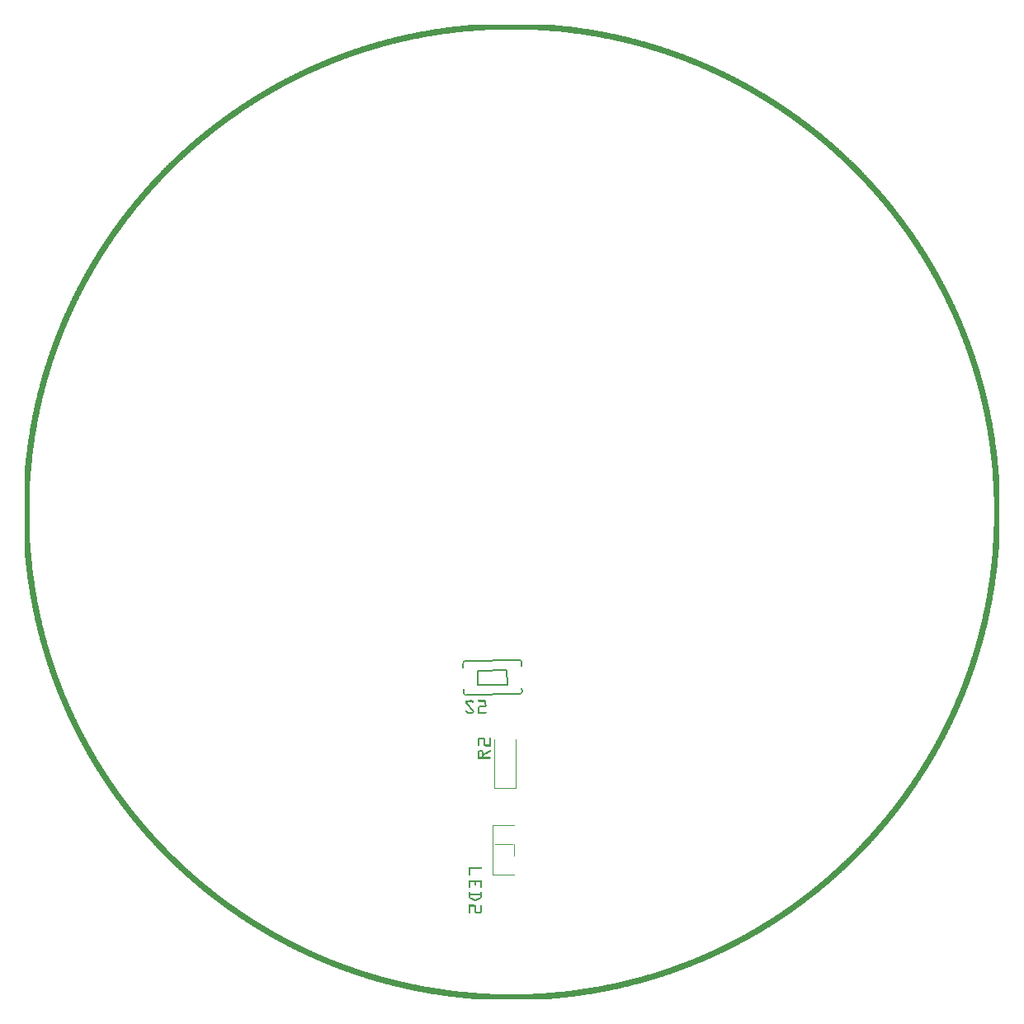
<source format=gto>
G04 MADE WITH FRITZING*
G04 WWW.FRITZING.ORG*
G04 DOUBLE SIDED*
G04 HOLES PLATED*
G04 CONTOUR ON CENTER OF CONTOUR VECTOR*
%ASAXBY*%
%FSLAX23Y23*%
%MOIN*%
%OFA0B0*%
%SFA1.0B1.0*%
%ADD10C,3.907840X3.90384*%
%ADD11C,0.005000*%
%ADD12R,0.001000X0.001000*%
%LNSILK1*%
G90*
G70*
G54D10*
X1969Y1969D03*
G54D11*
X1782Y1366D02*
X1999Y1370D01*
D02*
X1997Y1232D02*
X1785Y1229D01*
D02*
X1775Y1238D02*
X1774Y1254D01*
D02*
X1773Y1341D02*
X1772Y1356D01*
D02*
X2009Y1345D02*
X2009Y1360D01*
D02*
X2011Y1242D02*
X2010Y1258D01*
D02*
X1832Y1328D02*
X1950Y1330D01*
D02*
X1951Y1271D02*
X1833Y1269D01*
D02*
X1833Y1269D02*
X1832Y1328D01*
D02*
X1951Y1271D02*
X1950Y1330D01*
G54D12*
X1818Y3937D02*
X2120Y3937D01*
X1806Y3936D02*
X2132Y3936D01*
X1793Y3935D02*
X2144Y3935D01*
X1783Y3934D02*
X2155Y3934D01*
X1772Y3933D02*
X2166Y3933D01*
X1763Y3932D02*
X2175Y3932D01*
X1753Y3931D02*
X2185Y3931D01*
X1744Y3930D02*
X2194Y3930D01*
X1736Y3929D02*
X2202Y3929D01*
X1728Y3928D02*
X2210Y3928D01*
X1719Y3927D02*
X2219Y3927D01*
X1712Y3926D02*
X2226Y3926D01*
X1704Y3925D02*
X2234Y3925D01*
X1697Y3924D02*
X2241Y3924D01*
X1690Y3923D02*
X2248Y3923D01*
X1683Y3922D02*
X2255Y3922D01*
X1676Y3921D02*
X2262Y3921D01*
X1669Y3920D02*
X2269Y3920D01*
X1663Y3919D02*
X2275Y3919D01*
X1657Y3918D02*
X2281Y3918D01*
X1650Y3917D02*
X1909Y3917D01*
X2029Y3917D02*
X2288Y3917D01*
X1644Y3916D02*
X1882Y3916D01*
X2056Y3916D02*
X2294Y3916D01*
X1638Y3915D02*
X1861Y3915D01*
X2077Y3915D02*
X2300Y3915D01*
X1633Y3914D02*
X1844Y3914D01*
X2094Y3914D02*
X2305Y3914D01*
X1627Y3913D02*
X1829Y3913D01*
X2109Y3913D02*
X2311Y3913D01*
X1621Y3912D02*
X1815Y3912D01*
X2123Y3912D02*
X2317Y3912D01*
X1616Y3911D02*
X1803Y3911D01*
X2135Y3911D02*
X2322Y3911D01*
X1610Y3910D02*
X1791Y3910D01*
X2147Y3910D02*
X2328Y3910D01*
X1605Y3909D02*
X1781Y3909D01*
X2157Y3909D02*
X2333Y3909D01*
X1599Y3908D02*
X1770Y3908D01*
X2168Y3908D02*
X2339Y3908D01*
X1594Y3907D02*
X1761Y3907D01*
X2177Y3907D02*
X2344Y3907D01*
X1589Y3906D02*
X1751Y3906D01*
X2187Y3906D02*
X2349Y3906D01*
X1584Y3905D02*
X1742Y3905D01*
X2196Y3905D02*
X2354Y3905D01*
X1579Y3904D02*
X1734Y3904D01*
X2204Y3904D02*
X2359Y3904D01*
X1574Y3903D02*
X1726Y3903D01*
X2212Y3903D02*
X2364Y3903D01*
X1569Y3902D02*
X1718Y3902D01*
X2220Y3902D02*
X2369Y3902D01*
X1564Y3901D02*
X1710Y3901D01*
X2228Y3901D02*
X2374Y3901D01*
X1560Y3900D02*
X1703Y3900D01*
X2235Y3900D02*
X2378Y3900D01*
X1555Y3899D02*
X1695Y3899D01*
X2243Y3899D02*
X2383Y3899D01*
X1550Y3898D02*
X1688Y3898D01*
X2250Y3898D02*
X2388Y3898D01*
X1546Y3897D02*
X1682Y3897D01*
X2256Y3897D02*
X2392Y3897D01*
X1541Y3896D02*
X1675Y3896D01*
X2263Y3896D02*
X2397Y3896D01*
X1537Y3895D02*
X1668Y3895D01*
X2270Y3895D02*
X2401Y3895D01*
X1532Y3894D02*
X1662Y3894D01*
X2276Y3894D02*
X2406Y3894D01*
X1528Y3893D02*
X1656Y3893D01*
X2282Y3893D02*
X2410Y3893D01*
X1523Y3892D02*
X1649Y3892D01*
X2289Y3892D02*
X2415Y3892D01*
X1519Y3891D02*
X1643Y3891D01*
X2295Y3891D02*
X2419Y3891D01*
X1515Y3890D02*
X1638Y3890D01*
X2300Y3890D02*
X2423Y3890D01*
X1511Y3889D02*
X1632Y3889D01*
X2306Y3889D02*
X2427Y3889D01*
X1507Y3888D02*
X1626Y3888D01*
X2312Y3888D02*
X2431Y3888D01*
X1502Y3887D02*
X1620Y3887D01*
X2318Y3887D02*
X2436Y3887D01*
X1498Y3886D02*
X1615Y3886D01*
X2323Y3886D02*
X2440Y3886D01*
X1494Y3885D02*
X1609Y3885D01*
X2329Y3885D02*
X2444Y3885D01*
X1490Y3884D02*
X1604Y3884D01*
X2334Y3884D02*
X2448Y3884D01*
X1486Y3883D02*
X1599Y3883D01*
X2339Y3883D02*
X2452Y3883D01*
X1482Y3882D02*
X1594Y3882D01*
X2344Y3882D02*
X2456Y3882D01*
X1478Y3881D02*
X1589Y3881D01*
X2349Y3881D02*
X2460Y3881D01*
X1474Y3880D02*
X1583Y3880D01*
X2355Y3880D02*
X2464Y3880D01*
X1471Y3879D02*
X1578Y3879D01*
X2360Y3879D02*
X2467Y3879D01*
X1467Y3878D02*
X1573Y3878D01*
X2365Y3878D02*
X2471Y3878D01*
X1463Y3877D02*
X1569Y3877D01*
X2369Y3877D02*
X2475Y3877D01*
X1459Y3876D02*
X1564Y3876D01*
X2374Y3876D02*
X2479Y3876D01*
X1456Y3875D02*
X1559Y3875D01*
X2379Y3875D02*
X2482Y3875D01*
X1452Y3874D02*
X1555Y3874D01*
X2383Y3874D02*
X2486Y3874D01*
X1448Y3873D02*
X1550Y3873D01*
X2388Y3873D02*
X2490Y3873D01*
X1445Y3872D02*
X1545Y3872D01*
X2393Y3872D02*
X2493Y3872D01*
X1441Y3871D02*
X1541Y3871D01*
X2397Y3871D02*
X2497Y3871D01*
X1437Y3870D02*
X1537Y3870D01*
X2401Y3870D02*
X2501Y3870D01*
X1434Y3869D02*
X1532Y3869D01*
X2406Y3869D02*
X2504Y3869D01*
X1430Y3868D02*
X1528Y3868D01*
X2410Y3868D02*
X2508Y3868D01*
X1427Y3867D02*
X1523Y3867D01*
X2415Y3867D02*
X2511Y3867D01*
X1423Y3866D02*
X1519Y3866D01*
X2419Y3866D02*
X2515Y3866D01*
X1420Y3865D02*
X1515Y3865D01*
X2423Y3865D02*
X2518Y3865D01*
X1416Y3864D02*
X1511Y3864D01*
X2427Y3864D02*
X2522Y3864D01*
X1413Y3863D02*
X1507Y3863D01*
X2431Y3863D02*
X2525Y3863D01*
X1410Y3862D02*
X1502Y3862D01*
X2436Y3862D02*
X2528Y3862D01*
X1406Y3861D02*
X1498Y3861D01*
X2440Y3861D02*
X2532Y3861D01*
X1403Y3860D02*
X1494Y3860D01*
X2444Y3860D02*
X2535Y3860D01*
X1400Y3859D02*
X1490Y3859D01*
X2448Y3859D02*
X2538Y3859D01*
X1396Y3858D02*
X1486Y3858D01*
X2452Y3858D02*
X2542Y3858D01*
X1393Y3857D02*
X1482Y3857D01*
X2456Y3857D02*
X2545Y3857D01*
X1390Y3856D02*
X1479Y3856D01*
X2459Y3856D02*
X2548Y3856D01*
X1386Y3855D02*
X1475Y3855D01*
X2463Y3855D02*
X2552Y3855D01*
X1383Y3854D02*
X1471Y3854D01*
X2467Y3854D02*
X2555Y3854D01*
X1380Y3853D02*
X1467Y3853D01*
X2471Y3853D02*
X2558Y3853D01*
X1377Y3852D02*
X1463Y3852D01*
X2475Y3852D02*
X2561Y3852D01*
X1374Y3851D02*
X1460Y3851D01*
X2478Y3851D02*
X2564Y3851D01*
X1371Y3850D02*
X1456Y3850D01*
X2482Y3850D02*
X2567Y3850D01*
X1367Y3849D02*
X1452Y3849D01*
X2486Y3849D02*
X2571Y3849D01*
X1364Y3848D02*
X1449Y3848D01*
X2489Y3848D02*
X2574Y3848D01*
X1361Y3847D02*
X1445Y3847D01*
X2493Y3847D02*
X2577Y3847D01*
X1358Y3846D02*
X1441Y3846D01*
X2497Y3846D02*
X2580Y3846D01*
X1355Y3845D02*
X1438Y3845D01*
X2500Y3845D02*
X2583Y3845D01*
X1352Y3844D02*
X1434Y3844D01*
X2504Y3844D02*
X2586Y3844D01*
X1349Y3843D02*
X1431Y3843D01*
X2507Y3843D02*
X2589Y3843D01*
X1346Y3842D02*
X1427Y3842D01*
X2511Y3842D02*
X2592Y3842D01*
X1343Y3841D02*
X1424Y3841D01*
X2514Y3841D02*
X2595Y3841D01*
X1340Y3840D02*
X1421Y3840D01*
X2517Y3840D02*
X2598Y3840D01*
X1337Y3839D02*
X1417Y3839D01*
X2521Y3839D02*
X2601Y3839D01*
X1334Y3838D02*
X1414Y3838D01*
X2524Y3838D02*
X2604Y3838D01*
X1331Y3837D02*
X1410Y3837D01*
X2528Y3837D02*
X2607Y3837D01*
X1328Y3836D02*
X1407Y3836D01*
X2531Y3836D02*
X2610Y3836D01*
X1325Y3835D02*
X1404Y3835D01*
X2534Y3835D02*
X2613Y3835D01*
X1322Y3834D02*
X1400Y3834D01*
X2538Y3834D02*
X2616Y3834D01*
X1320Y3833D02*
X1397Y3833D01*
X2541Y3833D02*
X2618Y3833D01*
X1317Y3832D02*
X1394Y3832D01*
X2544Y3832D02*
X2621Y3832D01*
X1314Y3831D02*
X1391Y3831D01*
X2547Y3831D02*
X2624Y3831D01*
X1311Y3830D02*
X1387Y3830D01*
X2551Y3830D02*
X2627Y3830D01*
X1308Y3829D02*
X1384Y3829D01*
X2554Y3829D02*
X2630Y3829D01*
X1305Y3828D02*
X1381Y3828D01*
X2557Y3828D02*
X2633Y3828D01*
X1303Y3827D02*
X1378Y3827D01*
X2560Y3827D02*
X2635Y3827D01*
X1300Y3826D02*
X1375Y3826D01*
X2563Y3826D02*
X2638Y3826D01*
X1297Y3825D02*
X1372Y3825D01*
X2566Y3825D02*
X2641Y3825D01*
X1294Y3824D02*
X1368Y3824D01*
X2570Y3824D02*
X2644Y3824D01*
X1291Y3823D02*
X1365Y3823D01*
X2573Y3823D02*
X2647Y3823D01*
X1289Y3822D02*
X1362Y3822D01*
X2576Y3822D02*
X2649Y3822D01*
X1286Y3821D02*
X1359Y3821D01*
X2579Y3821D02*
X2652Y3821D01*
X1283Y3820D02*
X1356Y3820D01*
X2582Y3820D02*
X2655Y3820D01*
X1281Y3819D02*
X1353Y3819D01*
X2585Y3819D02*
X2657Y3819D01*
X1278Y3818D02*
X1350Y3818D01*
X2588Y3818D02*
X2660Y3818D01*
X1275Y3817D02*
X1347Y3817D01*
X2591Y3817D02*
X2663Y3817D01*
X1273Y3816D02*
X1344Y3816D01*
X2594Y3816D02*
X2665Y3816D01*
X1270Y3815D02*
X1341Y3815D01*
X2597Y3815D02*
X2668Y3815D01*
X1267Y3814D02*
X1338Y3814D01*
X2600Y3814D02*
X2671Y3814D01*
X1265Y3813D02*
X1335Y3813D01*
X2603Y3813D02*
X2673Y3813D01*
X1262Y3812D02*
X1333Y3812D01*
X2605Y3812D02*
X2676Y3812D01*
X1260Y3811D02*
X1330Y3811D01*
X2608Y3811D02*
X2678Y3811D01*
X1257Y3810D02*
X1327Y3810D01*
X2611Y3810D02*
X2681Y3810D01*
X1254Y3809D02*
X1324Y3809D01*
X2614Y3809D02*
X2684Y3809D01*
X1252Y3808D02*
X1321Y3808D01*
X2617Y3808D02*
X2686Y3808D01*
X1249Y3807D02*
X1318Y3807D01*
X2620Y3807D02*
X2689Y3807D01*
X1247Y3806D02*
X1315Y3806D01*
X2623Y3806D02*
X2691Y3806D01*
X1244Y3805D02*
X1313Y3805D01*
X2625Y3805D02*
X2694Y3805D01*
X1242Y3804D02*
X1310Y3804D01*
X2628Y3804D02*
X2696Y3804D01*
X1239Y3803D02*
X1307Y3803D01*
X2631Y3803D02*
X2699Y3803D01*
X1237Y3802D02*
X1304Y3802D01*
X2634Y3802D02*
X2701Y3802D01*
X1234Y3801D02*
X1301Y3801D01*
X2637Y3801D02*
X2704Y3801D01*
X1232Y3800D02*
X1299Y3800D01*
X2639Y3800D02*
X2706Y3800D01*
X1229Y3799D02*
X1296Y3799D01*
X2642Y3799D02*
X2709Y3799D01*
X1227Y3798D02*
X1293Y3798D01*
X2645Y3798D02*
X2711Y3798D01*
X1224Y3797D02*
X1291Y3797D01*
X2647Y3797D02*
X2714Y3797D01*
X1222Y3796D02*
X1288Y3796D01*
X2650Y3796D02*
X2716Y3796D01*
X1219Y3795D02*
X1285Y3795D01*
X2653Y3795D02*
X2719Y3795D01*
X1217Y3794D02*
X1283Y3794D01*
X2655Y3794D02*
X2721Y3794D01*
X1215Y3793D02*
X1280Y3793D01*
X2658Y3793D02*
X2723Y3793D01*
X1212Y3792D02*
X1277Y3792D01*
X2661Y3792D02*
X2726Y3792D01*
X1210Y3791D02*
X1275Y3791D01*
X2663Y3791D02*
X2728Y3791D01*
X1207Y3790D02*
X1272Y3790D01*
X2666Y3790D02*
X2731Y3790D01*
X1205Y3789D02*
X1269Y3789D01*
X2669Y3789D02*
X2733Y3789D01*
X1203Y3788D02*
X1267Y3788D01*
X2671Y3788D02*
X2735Y3788D01*
X1200Y3787D02*
X1264Y3787D01*
X2674Y3787D02*
X2738Y3787D01*
X1198Y3786D02*
X1262Y3786D01*
X2676Y3786D02*
X2740Y3786D01*
X1196Y3785D02*
X1259Y3785D01*
X2679Y3785D02*
X2742Y3785D01*
X1193Y3784D02*
X1256Y3784D01*
X2681Y3784D02*
X2745Y3784D01*
X1191Y3783D02*
X1254Y3783D01*
X2684Y3783D02*
X2747Y3783D01*
X1189Y3782D02*
X1251Y3782D01*
X2687Y3782D02*
X2749Y3782D01*
X1186Y3781D02*
X1249Y3781D01*
X2689Y3781D02*
X2752Y3781D01*
X1184Y3780D02*
X1246Y3780D01*
X2692Y3780D02*
X2754Y3780D01*
X1182Y3779D02*
X1244Y3779D01*
X2694Y3779D02*
X2756Y3779D01*
X1179Y3778D02*
X1241Y3778D01*
X2697Y3778D02*
X2759Y3778D01*
X1177Y3777D02*
X1239Y3777D01*
X2699Y3777D02*
X2761Y3777D01*
X1175Y3776D02*
X1236Y3776D01*
X2702Y3776D02*
X2763Y3776D01*
X1173Y3775D02*
X1234Y3775D01*
X2704Y3775D02*
X2765Y3775D01*
X1170Y3774D02*
X1231Y3774D01*
X2707Y3774D02*
X2768Y3774D01*
X1168Y3773D02*
X1229Y3773D01*
X2709Y3773D02*
X2770Y3773D01*
X1166Y3772D02*
X1227Y3772D01*
X2711Y3772D02*
X2772Y3772D01*
X1164Y3771D02*
X1224Y3771D01*
X2714Y3771D02*
X2774Y3771D01*
X1161Y3770D02*
X1222Y3770D01*
X2716Y3770D02*
X2777Y3770D01*
X1159Y3769D02*
X1219Y3769D01*
X2719Y3769D02*
X2779Y3769D01*
X1157Y3768D02*
X1217Y3768D01*
X2721Y3768D02*
X2781Y3768D01*
X1155Y3767D02*
X1215Y3767D01*
X2723Y3767D02*
X2783Y3767D01*
X1152Y3766D02*
X1212Y3766D01*
X2726Y3766D02*
X2785Y3766D01*
X1150Y3765D02*
X1210Y3765D01*
X2728Y3765D02*
X2788Y3765D01*
X1148Y3764D02*
X1208Y3764D01*
X2730Y3764D02*
X2790Y3764D01*
X1146Y3763D02*
X1205Y3763D01*
X2733Y3763D02*
X2792Y3763D01*
X1144Y3762D02*
X1203Y3762D01*
X2735Y3762D02*
X2794Y3762D01*
X1142Y3761D02*
X1201Y3761D01*
X2737Y3761D02*
X2796Y3761D01*
X1139Y3760D02*
X1198Y3760D01*
X2740Y3760D02*
X2799Y3760D01*
X1137Y3759D02*
X1196Y3759D01*
X2742Y3759D02*
X2801Y3759D01*
X1135Y3758D02*
X1194Y3758D01*
X2744Y3758D02*
X2803Y3758D01*
X1133Y3757D02*
X1191Y3757D01*
X2747Y3757D02*
X2805Y3757D01*
X1131Y3756D02*
X1189Y3756D01*
X2749Y3756D02*
X2807Y3756D01*
X1129Y3755D02*
X1187Y3755D01*
X2751Y3755D02*
X2809Y3755D01*
X1127Y3754D02*
X1184Y3754D01*
X2754Y3754D02*
X2811Y3754D01*
X1125Y3753D02*
X1182Y3753D01*
X2756Y3753D02*
X2813Y3753D01*
X1122Y3752D02*
X1180Y3752D01*
X2758Y3752D02*
X2816Y3752D01*
X1120Y3751D02*
X1178Y3751D01*
X2760Y3751D02*
X2818Y3751D01*
X1118Y3750D02*
X1175Y3750D01*
X2763Y3750D02*
X2820Y3750D01*
X1116Y3749D02*
X1173Y3749D01*
X2765Y3749D02*
X2822Y3749D01*
X1114Y3748D02*
X1171Y3748D01*
X2767Y3748D02*
X2824Y3748D01*
X1112Y3747D02*
X1169Y3747D01*
X2769Y3747D02*
X2826Y3747D01*
X1110Y3746D02*
X1166Y3746D01*
X2772Y3746D02*
X2828Y3746D01*
X1108Y3745D02*
X1164Y3745D01*
X2774Y3745D02*
X2830Y3745D01*
X1106Y3744D02*
X1162Y3744D01*
X2776Y3744D02*
X2832Y3744D01*
X1104Y3743D02*
X1160Y3743D01*
X2778Y3743D02*
X2834Y3743D01*
X1102Y3742D02*
X1158Y3742D01*
X2780Y3742D02*
X2836Y3742D01*
X1100Y3741D02*
X1156Y3741D01*
X2782Y3741D02*
X2838Y3741D01*
X1098Y3740D02*
X1153Y3740D01*
X2785Y3740D02*
X2840Y3740D01*
X1096Y3739D02*
X1151Y3739D01*
X2787Y3739D02*
X2842Y3739D01*
X1094Y3738D02*
X1149Y3738D01*
X2789Y3738D02*
X2844Y3738D01*
X1092Y3737D02*
X1147Y3737D01*
X2791Y3737D02*
X2846Y3737D01*
X1090Y3736D02*
X1145Y3736D01*
X2793Y3736D02*
X2848Y3736D01*
X1088Y3735D02*
X1143Y3735D01*
X2795Y3735D02*
X2850Y3735D01*
X1086Y3734D02*
X1140Y3734D01*
X2798Y3734D02*
X2852Y3734D01*
X1084Y3733D02*
X1138Y3733D01*
X2800Y3733D02*
X2854Y3733D01*
X1082Y3732D02*
X1136Y3732D01*
X2802Y3732D02*
X2856Y3732D01*
X1080Y3731D02*
X1134Y3731D01*
X2804Y3731D02*
X2858Y3731D01*
X1078Y3730D02*
X1132Y3730D01*
X2806Y3730D02*
X2860Y3730D01*
X1076Y3729D02*
X1130Y3729D01*
X2808Y3729D02*
X2862Y3729D01*
X1074Y3728D02*
X1128Y3728D01*
X2810Y3728D02*
X2864Y3728D01*
X1072Y3727D02*
X1126Y3727D01*
X2812Y3727D02*
X2866Y3727D01*
X1070Y3726D02*
X1124Y3726D01*
X2814Y3726D02*
X2868Y3726D01*
X1068Y3725D02*
X1122Y3725D01*
X2816Y3725D02*
X2870Y3725D01*
X1066Y3724D02*
X1119Y3724D01*
X2819Y3724D02*
X2872Y3724D01*
X1064Y3723D02*
X1117Y3723D01*
X2821Y3723D02*
X2874Y3723D01*
X1062Y3722D02*
X1115Y3722D01*
X2823Y3722D02*
X2876Y3722D01*
X1060Y3721D02*
X1113Y3721D01*
X2825Y3721D02*
X2878Y3721D01*
X1058Y3720D02*
X1111Y3720D01*
X2827Y3720D02*
X2880Y3720D01*
X1056Y3719D02*
X1109Y3719D01*
X2829Y3719D02*
X2882Y3719D01*
X1054Y3718D02*
X1107Y3718D01*
X2831Y3718D02*
X2884Y3718D01*
X1052Y3717D02*
X1105Y3717D01*
X2833Y3717D02*
X2886Y3717D01*
X1051Y3716D02*
X1103Y3716D01*
X2835Y3716D02*
X2887Y3716D01*
X1049Y3715D02*
X1101Y3715D01*
X2837Y3715D02*
X2889Y3715D01*
X1047Y3714D02*
X1099Y3714D01*
X2839Y3714D02*
X2891Y3714D01*
X1045Y3713D02*
X1097Y3713D01*
X2841Y3713D02*
X2893Y3713D01*
X1043Y3712D02*
X1095Y3712D01*
X2843Y3712D02*
X2895Y3712D01*
X1041Y3711D02*
X1093Y3711D01*
X2845Y3711D02*
X2897Y3711D01*
X1039Y3710D02*
X1091Y3710D01*
X2847Y3710D02*
X2899Y3710D01*
X1037Y3709D02*
X1089Y3709D01*
X2849Y3709D02*
X2901Y3709D01*
X1036Y3708D02*
X1087Y3708D01*
X2851Y3708D02*
X2902Y3708D01*
X1034Y3707D02*
X1085Y3707D01*
X2853Y3707D02*
X2904Y3707D01*
X1032Y3706D02*
X1083Y3706D01*
X2855Y3706D02*
X2906Y3706D01*
X1030Y3705D02*
X1081Y3705D01*
X2857Y3705D02*
X2908Y3705D01*
X1028Y3704D02*
X1079Y3704D01*
X2859Y3704D02*
X2910Y3704D01*
X1026Y3703D02*
X1077Y3703D01*
X2861Y3703D02*
X2912Y3703D01*
X1024Y3702D02*
X1076Y3702D01*
X2862Y3702D02*
X2914Y3702D01*
X1023Y3701D02*
X1074Y3701D01*
X2864Y3701D02*
X2915Y3701D01*
X1021Y3700D02*
X1072Y3700D01*
X2866Y3700D02*
X2917Y3700D01*
X1019Y3699D02*
X1070Y3699D01*
X2868Y3699D02*
X2919Y3699D01*
X1017Y3698D02*
X1068Y3698D01*
X2870Y3698D02*
X2921Y3698D01*
X1015Y3697D02*
X1066Y3697D01*
X2872Y3697D02*
X2923Y3697D01*
X1014Y3696D02*
X1064Y3696D01*
X2874Y3696D02*
X2924Y3696D01*
X1012Y3695D02*
X1062Y3695D01*
X2876Y3695D02*
X2926Y3695D01*
X1010Y3694D02*
X1060Y3694D01*
X2878Y3694D02*
X2928Y3694D01*
X1008Y3693D02*
X1058Y3693D01*
X2880Y3693D02*
X2930Y3693D01*
X1006Y3692D02*
X1056Y3692D01*
X2882Y3692D02*
X2932Y3692D01*
X1005Y3691D02*
X1055Y3691D01*
X2883Y3691D02*
X2933Y3691D01*
X1003Y3690D02*
X1053Y3690D01*
X2885Y3690D02*
X2935Y3690D01*
X1001Y3689D02*
X1051Y3689D01*
X2887Y3689D02*
X2937Y3689D01*
X999Y3688D02*
X1049Y3688D01*
X2889Y3688D02*
X2939Y3688D01*
X998Y3687D02*
X1047Y3687D01*
X2891Y3687D02*
X2940Y3687D01*
X996Y3686D02*
X1045Y3686D01*
X2893Y3686D02*
X2942Y3686D01*
X994Y3685D02*
X1043Y3685D01*
X2895Y3685D02*
X2944Y3685D01*
X992Y3684D02*
X1042Y3684D01*
X2896Y3684D02*
X2946Y3684D01*
X990Y3683D02*
X1040Y3683D01*
X2898Y3683D02*
X2948Y3683D01*
X989Y3682D02*
X1038Y3682D01*
X2900Y3682D02*
X2949Y3682D01*
X987Y3681D02*
X1036Y3681D01*
X2902Y3681D02*
X2951Y3681D01*
X985Y3680D02*
X1034Y3680D01*
X2904Y3680D02*
X2953Y3680D01*
X983Y3679D02*
X1032Y3679D01*
X2906Y3679D02*
X2954Y3679D01*
X982Y3678D02*
X1031Y3678D01*
X2907Y3678D02*
X2956Y3678D01*
X980Y3677D02*
X1029Y3677D01*
X2909Y3677D02*
X2958Y3677D01*
X978Y3676D02*
X1027Y3676D01*
X2911Y3676D02*
X2960Y3676D01*
X977Y3675D02*
X1025Y3675D01*
X2913Y3675D02*
X2961Y3675D01*
X975Y3674D02*
X1023Y3674D01*
X2915Y3674D02*
X2963Y3674D01*
X973Y3673D02*
X1021Y3673D01*
X2916Y3673D02*
X2965Y3673D01*
X972Y3672D02*
X1020Y3672D01*
X2918Y3672D02*
X2966Y3672D01*
X970Y3671D02*
X1018Y3671D01*
X2920Y3671D02*
X2968Y3671D01*
X968Y3670D02*
X1016Y3670D01*
X2922Y3670D02*
X2970Y3670D01*
X966Y3669D02*
X1014Y3669D01*
X2924Y3669D02*
X2972Y3669D01*
X965Y3668D02*
X1013Y3668D01*
X2925Y3668D02*
X2973Y3668D01*
X963Y3667D02*
X1011Y3667D01*
X2927Y3667D02*
X2975Y3667D01*
X961Y3666D02*
X1009Y3666D01*
X2929Y3666D02*
X2977Y3666D01*
X960Y3665D02*
X1007Y3665D01*
X2931Y3665D02*
X2978Y3665D01*
X958Y3664D02*
X1006Y3664D01*
X2932Y3664D02*
X2980Y3664D01*
X956Y3663D02*
X1004Y3663D01*
X2934Y3663D02*
X2982Y3663D01*
X955Y3662D02*
X1002Y3662D01*
X2936Y3662D02*
X2983Y3662D01*
X953Y3661D02*
X1000Y3661D01*
X2938Y3661D02*
X2985Y3661D01*
X951Y3660D02*
X999Y3660D01*
X2939Y3660D02*
X2987Y3660D01*
X950Y3659D02*
X997Y3659D01*
X2941Y3659D02*
X2988Y3659D01*
X948Y3658D02*
X995Y3658D01*
X2943Y3658D02*
X2990Y3658D01*
X946Y3657D02*
X993Y3657D01*
X2945Y3657D02*
X2992Y3657D01*
X945Y3656D02*
X992Y3656D01*
X2946Y3656D02*
X2993Y3656D01*
X943Y3655D02*
X990Y3655D01*
X2948Y3655D02*
X2995Y3655D01*
X941Y3654D02*
X988Y3654D01*
X2950Y3654D02*
X2997Y3654D01*
X940Y3653D02*
X987Y3653D01*
X2951Y3653D02*
X2998Y3653D01*
X938Y3652D02*
X985Y3652D01*
X2953Y3652D02*
X3000Y3652D01*
X937Y3651D02*
X983Y3651D01*
X2955Y3651D02*
X3001Y3651D01*
X935Y3650D02*
X981Y3650D01*
X2957Y3650D02*
X3003Y3650D01*
X933Y3649D02*
X980Y3649D01*
X2958Y3649D02*
X3005Y3649D01*
X932Y3648D02*
X978Y3648D01*
X2960Y3648D02*
X3006Y3648D01*
X930Y3647D02*
X976Y3647D01*
X2962Y3647D02*
X3008Y3647D01*
X928Y3646D02*
X975Y3646D01*
X2963Y3646D02*
X3010Y3646D01*
X927Y3645D02*
X973Y3645D01*
X2965Y3645D02*
X3011Y3645D01*
X925Y3644D02*
X971Y3644D01*
X2967Y3644D02*
X3013Y3644D01*
X924Y3643D02*
X970Y3643D01*
X2968Y3643D02*
X3014Y3643D01*
X922Y3642D02*
X968Y3642D01*
X2970Y3642D02*
X3016Y3642D01*
X920Y3641D02*
X966Y3641D01*
X2972Y3641D02*
X3018Y3641D01*
X919Y3640D02*
X965Y3640D01*
X2973Y3640D02*
X3019Y3640D01*
X917Y3639D02*
X963Y3639D01*
X2975Y3639D02*
X3021Y3639D01*
X916Y3638D02*
X961Y3638D01*
X2977Y3638D02*
X3022Y3638D01*
X914Y3637D02*
X960Y3637D01*
X2978Y3637D02*
X3024Y3637D01*
X913Y3636D02*
X958Y3636D01*
X2980Y3636D02*
X3025Y3636D01*
X911Y3635D02*
X956Y3635D01*
X2982Y3635D02*
X3027Y3635D01*
X909Y3634D02*
X955Y3634D01*
X2983Y3634D02*
X3029Y3634D01*
X908Y3633D02*
X953Y3633D01*
X2985Y3633D02*
X3030Y3633D01*
X906Y3632D02*
X951Y3632D01*
X2987Y3632D02*
X3032Y3632D01*
X905Y3631D02*
X950Y3631D01*
X2988Y3631D02*
X3033Y3631D01*
X903Y3630D02*
X948Y3630D01*
X2990Y3630D02*
X3035Y3630D01*
X902Y3629D02*
X947Y3629D01*
X2991Y3629D02*
X3036Y3629D01*
X900Y3628D02*
X945Y3628D01*
X2993Y3628D02*
X3038Y3628D01*
X898Y3627D02*
X943Y3627D01*
X2995Y3627D02*
X3039Y3627D01*
X897Y3626D02*
X942Y3626D01*
X2996Y3626D02*
X3041Y3626D01*
X895Y3625D02*
X940Y3625D01*
X2998Y3625D02*
X3043Y3625D01*
X894Y3624D02*
X938Y3624D01*
X2999Y3624D02*
X3044Y3624D01*
X892Y3623D02*
X937Y3623D01*
X3001Y3623D02*
X3046Y3623D01*
X891Y3622D02*
X935Y3622D01*
X3003Y3622D02*
X3047Y3622D01*
X889Y3621D02*
X934Y3621D01*
X3004Y3621D02*
X3049Y3621D01*
X888Y3620D02*
X932Y3620D01*
X3006Y3620D02*
X3050Y3620D01*
X886Y3619D02*
X931Y3619D01*
X3007Y3619D02*
X3052Y3619D01*
X885Y3618D02*
X929Y3618D01*
X3009Y3618D02*
X3053Y3618D01*
X883Y3617D02*
X927Y3617D01*
X3011Y3617D02*
X3055Y3617D01*
X882Y3616D02*
X926Y3616D01*
X3012Y3616D02*
X3056Y3616D01*
X880Y3615D02*
X924Y3615D01*
X3014Y3615D02*
X3058Y3615D01*
X879Y3614D02*
X923Y3614D01*
X3015Y3614D02*
X3059Y3614D01*
X877Y3613D02*
X921Y3613D01*
X3017Y3613D02*
X3061Y3613D01*
X876Y3612D02*
X920Y3612D01*
X3018Y3612D02*
X3062Y3612D01*
X874Y3611D02*
X918Y3611D01*
X3020Y3611D02*
X3064Y3611D01*
X873Y3610D02*
X916Y3610D01*
X3022Y3610D02*
X3065Y3610D01*
X871Y3609D02*
X915Y3609D01*
X3023Y3609D02*
X3067Y3609D01*
X870Y3608D02*
X913Y3608D01*
X3025Y3608D02*
X3068Y3608D01*
X868Y3607D02*
X912Y3607D01*
X3026Y3607D02*
X3070Y3607D01*
X867Y3606D02*
X910Y3606D01*
X3028Y3606D02*
X3071Y3606D01*
X865Y3605D02*
X909Y3605D01*
X3029Y3605D02*
X3073Y3605D01*
X864Y3604D02*
X907Y3604D01*
X3031Y3604D02*
X3074Y3604D01*
X862Y3603D02*
X906Y3603D01*
X3032Y3603D02*
X3076Y3603D01*
X861Y3602D02*
X904Y3602D01*
X3034Y3602D02*
X3077Y3602D01*
X859Y3601D02*
X903Y3601D01*
X3035Y3601D02*
X3079Y3601D01*
X858Y3600D02*
X901Y3600D01*
X3037Y3600D02*
X3080Y3600D01*
X856Y3599D02*
X899Y3599D01*
X3039Y3599D02*
X3082Y3599D01*
X855Y3598D02*
X898Y3598D01*
X3040Y3598D02*
X3083Y3598D01*
X853Y3597D02*
X896Y3597D01*
X3042Y3597D02*
X3085Y3597D01*
X852Y3596D02*
X895Y3596D01*
X3043Y3596D02*
X3086Y3596D01*
X851Y3595D02*
X893Y3595D01*
X3045Y3595D02*
X3087Y3595D01*
X849Y3594D02*
X892Y3594D01*
X3046Y3594D02*
X3089Y3594D01*
X848Y3593D02*
X890Y3593D01*
X3048Y3593D02*
X3090Y3593D01*
X846Y3592D02*
X889Y3592D01*
X3049Y3592D02*
X3092Y3592D01*
X845Y3591D02*
X887Y3591D01*
X3051Y3591D02*
X3093Y3591D01*
X843Y3590D02*
X886Y3590D01*
X3052Y3590D02*
X3095Y3590D01*
X842Y3589D02*
X884Y3589D01*
X3054Y3589D02*
X3096Y3589D01*
X840Y3588D02*
X883Y3588D01*
X3055Y3588D02*
X3098Y3588D01*
X839Y3587D02*
X881Y3587D01*
X3057Y3587D02*
X3099Y3587D01*
X838Y3586D02*
X880Y3586D01*
X3058Y3586D02*
X3100Y3586D01*
X836Y3585D02*
X878Y3585D01*
X3059Y3585D02*
X3102Y3585D01*
X835Y3584D02*
X877Y3584D01*
X3061Y3584D02*
X3103Y3584D01*
X833Y3583D02*
X876Y3583D01*
X3062Y3583D02*
X3105Y3583D01*
X832Y3582D02*
X874Y3582D01*
X3064Y3582D02*
X3106Y3582D01*
X830Y3581D02*
X873Y3581D01*
X3065Y3581D02*
X3108Y3581D01*
X829Y3580D02*
X871Y3580D01*
X3067Y3580D02*
X3109Y3580D01*
X828Y3579D02*
X870Y3579D01*
X3068Y3579D02*
X3110Y3579D01*
X826Y3578D02*
X868Y3578D01*
X3070Y3578D02*
X3112Y3578D01*
X825Y3577D02*
X867Y3577D01*
X3071Y3577D02*
X3113Y3577D01*
X823Y3576D02*
X865Y3576D01*
X3073Y3576D02*
X3115Y3576D01*
X822Y3575D02*
X864Y3575D01*
X3074Y3575D02*
X3116Y3575D01*
X821Y3574D02*
X862Y3574D01*
X3076Y3574D02*
X3117Y3574D01*
X819Y3573D02*
X861Y3573D01*
X3077Y3573D02*
X3119Y3573D01*
X818Y3572D02*
X860Y3572D01*
X3078Y3572D02*
X3120Y3572D01*
X816Y3571D02*
X858Y3571D01*
X3080Y3571D02*
X3122Y3571D01*
X815Y3570D02*
X857Y3570D01*
X3081Y3570D02*
X3123Y3570D01*
X814Y3569D02*
X855Y3569D01*
X3083Y3569D02*
X3124Y3569D01*
X812Y3568D02*
X854Y3568D01*
X3084Y3568D02*
X3126Y3568D01*
X811Y3567D02*
X852Y3567D01*
X3086Y3567D02*
X3127Y3567D01*
X810Y3566D02*
X851Y3566D01*
X3087Y3566D02*
X3128Y3566D01*
X808Y3565D02*
X850Y3565D01*
X3088Y3565D02*
X3130Y3565D01*
X807Y3564D02*
X848Y3564D01*
X3090Y3564D02*
X3131Y3564D01*
X805Y3563D02*
X847Y3563D01*
X3091Y3563D02*
X3133Y3563D01*
X804Y3562D02*
X845Y3562D01*
X3093Y3562D02*
X3134Y3562D01*
X803Y3561D02*
X844Y3561D01*
X3094Y3561D02*
X3135Y3561D01*
X801Y3560D02*
X842Y3560D01*
X3096Y3560D02*
X3137Y3560D01*
X800Y3559D02*
X841Y3559D01*
X3097Y3559D02*
X3138Y3559D01*
X799Y3558D02*
X840Y3558D01*
X3098Y3558D02*
X3139Y3558D01*
X797Y3557D02*
X838Y3557D01*
X3100Y3557D02*
X3141Y3557D01*
X796Y3556D02*
X837Y3556D01*
X3101Y3556D02*
X3142Y3556D01*
X795Y3555D02*
X835Y3555D01*
X3103Y3555D02*
X3143Y3555D01*
X793Y3554D02*
X834Y3554D01*
X3104Y3554D02*
X3145Y3554D01*
X792Y3553D02*
X833Y3553D01*
X3105Y3553D02*
X3146Y3553D01*
X791Y3552D02*
X831Y3552D01*
X3107Y3552D02*
X3147Y3552D01*
X789Y3551D02*
X830Y3551D01*
X3108Y3551D02*
X3149Y3551D01*
X788Y3550D02*
X829Y3550D01*
X3109Y3550D02*
X3150Y3550D01*
X787Y3549D02*
X827Y3549D01*
X3111Y3549D02*
X3151Y3549D01*
X785Y3548D02*
X826Y3548D01*
X3112Y3548D02*
X3153Y3548D01*
X784Y3547D02*
X824Y3547D01*
X3114Y3547D02*
X3154Y3547D01*
X783Y3546D02*
X823Y3546D01*
X3115Y3546D02*
X3155Y3546D01*
X781Y3545D02*
X822Y3545D01*
X3116Y3545D02*
X3157Y3545D01*
X780Y3544D02*
X820Y3544D01*
X3118Y3544D02*
X3158Y3544D01*
X779Y3543D02*
X819Y3543D01*
X3119Y3543D02*
X3159Y3543D01*
X777Y3542D02*
X818Y3542D01*
X3120Y3542D02*
X3161Y3542D01*
X776Y3541D02*
X816Y3541D01*
X3122Y3541D02*
X3162Y3541D01*
X775Y3540D02*
X815Y3540D01*
X3123Y3540D02*
X3163Y3540D01*
X773Y3539D02*
X813Y3539D01*
X3125Y3539D02*
X3165Y3539D01*
X772Y3538D02*
X812Y3538D01*
X3126Y3538D02*
X3166Y3538D01*
X771Y3537D02*
X811Y3537D01*
X3127Y3537D02*
X3167Y3537D01*
X769Y3536D02*
X809Y3536D01*
X3129Y3536D02*
X3169Y3536D01*
X768Y3535D02*
X808Y3535D01*
X3130Y3535D02*
X3170Y3535D01*
X767Y3534D02*
X807Y3534D01*
X3131Y3534D02*
X3171Y3534D01*
X765Y3533D02*
X805Y3533D01*
X3133Y3533D02*
X3173Y3533D01*
X764Y3532D02*
X804Y3532D01*
X3134Y3532D02*
X3174Y3532D01*
X763Y3531D02*
X803Y3531D01*
X3135Y3531D02*
X3175Y3531D01*
X762Y3530D02*
X801Y3530D01*
X3137Y3530D02*
X3176Y3530D01*
X760Y3529D02*
X800Y3529D01*
X3138Y3529D02*
X3178Y3529D01*
X759Y3528D02*
X799Y3528D01*
X3139Y3528D02*
X3179Y3528D01*
X758Y3527D02*
X797Y3527D01*
X3141Y3527D02*
X3180Y3527D01*
X756Y3526D02*
X796Y3526D01*
X3142Y3526D02*
X3182Y3526D01*
X755Y3525D02*
X795Y3525D01*
X3143Y3525D02*
X3183Y3525D01*
X754Y3524D02*
X793Y3524D01*
X3145Y3524D02*
X3184Y3524D01*
X753Y3523D02*
X792Y3523D01*
X3146Y3523D02*
X3185Y3523D01*
X751Y3522D02*
X791Y3522D01*
X3147Y3522D02*
X3187Y3522D01*
X750Y3521D02*
X789Y3521D01*
X3149Y3521D02*
X3188Y3521D01*
X749Y3520D02*
X788Y3520D01*
X3150Y3520D02*
X3189Y3520D01*
X747Y3519D02*
X787Y3519D01*
X3151Y3519D02*
X3190Y3519D01*
X746Y3518D02*
X785Y3518D01*
X3153Y3518D02*
X3192Y3518D01*
X745Y3517D02*
X784Y3517D01*
X3154Y3517D02*
X3193Y3517D01*
X744Y3516D02*
X783Y3516D01*
X3155Y3516D02*
X3194Y3516D01*
X742Y3515D02*
X782Y3515D01*
X3156Y3515D02*
X3196Y3515D01*
X741Y3514D02*
X780Y3514D01*
X3158Y3514D02*
X3197Y3514D01*
X740Y3513D02*
X779Y3513D01*
X3159Y3513D02*
X3198Y3513D01*
X739Y3512D02*
X778Y3512D01*
X3160Y3512D02*
X3199Y3512D01*
X737Y3511D02*
X776Y3511D01*
X3162Y3511D02*
X3201Y3511D01*
X736Y3510D02*
X775Y3510D01*
X3163Y3510D02*
X3202Y3510D01*
X735Y3509D02*
X774Y3509D01*
X3164Y3509D02*
X3203Y3509D01*
X734Y3508D02*
X773Y3508D01*
X3165Y3508D02*
X3204Y3508D01*
X732Y3507D02*
X771Y3507D01*
X3167Y3507D02*
X3206Y3507D01*
X731Y3506D02*
X770Y3506D01*
X3168Y3506D02*
X3207Y3506D01*
X730Y3505D02*
X769Y3505D01*
X3169Y3505D02*
X3208Y3505D01*
X729Y3504D02*
X767Y3504D01*
X3171Y3504D02*
X3209Y3504D01*
X727Y3503D02*
X766Y3503D01*
X3172Y3503D02*
X3211Y3503D01*
X726Y3502D02*
X765Y3502D01*
X3173Y3502D02*
X3212Y3502D01*
X725Y3501D02*
X764Y3501D01*
X3174Y3501D02*
X3213Y3501D01*
X724Y3500D02*
X762Y3500D01*
X3176Y3500D02*
X3214Y3500D01*
X723Y3499D02*
X761Y3499D01*
X3177Y3499D02*
X3215Y3499D01*
X721Y3498D02*
X760Y3498D01*
X3178Y3498D02*
X3217Y3498D01*
X720Y3497D02*
X759Y3497D01*
X3179Y3497D02*
X3218Y3497D01*
X719Y3496D02*
X757Y3496D01*
X3181Y3496D02*
X3219Y3496D01*
X718Y3495D02*
X756Y3495D01*
X3182Y3495D02*
X3220Y3495D01*
X716Y3494D02*
X755Y3494D01*
X3183Y3494D02*
X3222Y3494D01*
X715Y3493D02*
X754Y3493D01*
X3184Y3493D02*
X3223Y3493D01*
X714Y3492D02*
X752Y3492D01*
X3186Y3492D02*
X3224Y3492D01*
X713Y3491D02*
X751Y3491D01*
X3187Y3491D02*
X3225Y3491D01*
X712Y3490D02*
X750Y3490D01*
X3188Y3490D02*
X3226Y3490D01*
X710Y3489D02*
X749Y3489D01*
X3189Y3489D02*
X3228Y3489D01*
X709Y3488D02*
X747Y3488D01*
X3191Y3488D02*
X3229Y3488D01*
X708Y3487D02*
X746Y3487D01*
X3192Y3487D02*
X3230Y3487D01*
X707Y3486D02*
X745Y3486D01*
X3193Y3486D02*
X3231Y3486D01*
X706Y3485D02*
X744Y3485D01*
X3194Y3485D02*
X3232Y3485D01*
X704Y3484D02*
X742Y3484D01*
X3196Y3484D02*
X3234Y3484D01*
X703Y3483D02*
X741Y3483D01*
X3197Y3483D02*
X3235Y3483D01*
X702Y3482D02*
X740Y3482D01*
X3198Y3482D02*
X3236Y3482D01*
X701Y3481D02*
X739Y3481D01*
X3199Y3481D02*
X3237Y3481D01*
X700Y3480D02*
X737Y3480D01*
X3201Y3480D02*
X3238Y3480D01*
X698Y3479D02*
X736Y3479D01*
X3202Y3479D02*
X3240Y3479D01*
X697Y3478D02*
X735Y3478D01*
X3203Y3478D02*
X3241Y3478D01*
X696Y3477D02*
X734Y3477D01*
X3204Y3477D02*
X3242Y3477D01*
X695Y3476D02*
X733Y3476D01*
X3205Y3476D02*
X3243Y3476D01*
X694Y3475D02*
X731Y3475D01*
X3207Y3475D02*
X3244Y3475D01*
X693Y3474D02*
X730Y3474D01*
X3208Y3474D02*
X3245Y3474D01*
X691Y3473D02*
X729Y3473D01*
X3209Y3473D02*
X3247Y3473D01*
X690Y3472D02*
X728Y3472D01*
X3210Y3472D02*
X3248Y3472D01*
X689Y3471D02*
X726Y3471D01*
X3211Y3471D02*
X3249Y3471D01*
X688Y3470D02*
X725Y3470D01*
X3213Y3470D02*
X3250Y3470D01*
X687Y3469D02*
X724Y3469D01*
X3214Y3469D02*
X3251Y3469D01*
X685Y3468D02*
X723Y3468D01*
X3215Y3468D02*
X3253Y3468D01*
X684Y3467D02*
X722Y3467D01*
X3216Y3467D02*
X3254Y3467D01*
X683Y3466D02*
X721Y3466D01*
X3217Y3466D02*
X3255Y3466D01*
X682Y3465D02*
X719Y3465D01*
X3219Y3465D02*
X3256Y3465D01*
X681Y3464D02*
X718Y3464D01*
X3220Y3464D02*
X3257Y3464D01*
X680Y3463D02*
X717Y3463D01*
X3221Y3463D02*
X3258Y3463D01*
X678Y3462D02*
X716Y3462D01*
X3222Y3462D02*
X3260Y3462D01*
X677Y3461D02*
X715Y3461D01*
X3223Y3461D02*
X3261Y3461D01*
X676Y3460D02*
X713Y3460D01*
X3225Y3460D02*
X3262Y3460D01*
X675Y3459D02*
X712Y3459D01*
X3226Y3459D02*
X3263Y3459D01*
X674Y3458D02*
X711Y3458D01*
X3227Y3458D02*
X3264Y3458D01*
X673Y3457D02*
X710Y3457D01*
X3228Y3457D02*
X3265Y3457D01*
X672Y3456D02*
X709Y3456D01*
X3229Y3456D02*
X3266Y3456D01*
X670Y3455D02*
X707Y3455D01*
X3231Y3455D02*
X3268Y3455D01*
X669Y3454D02*
X706Y3454D01*
X3232Y3454D02*
X3269Y3454D01*
X668Y3453D02*
X705Y3453D01*
X3233Y3453D02*
X3270Y3453D01*
X667Y3452D02*
X704Y3452D01*
X3234Y3452D02*
X3271Y3452D01*
X666Y3451D02*
X703Y3451D01*
X3235Y3451D02*
X3272Y3451D01*
X665Y3450D02*
X702Y3450D01*
X3236Y3450D02*
X3273Y3450D01*
X664Y3449D02*
X700Y3449D01*
X3238Y3449D02*
X3274Y3449D01*
X662Y3448D02*
X699Y3448D01*
X3239Y3448D02*
X3276Y3448D01*
X661Y3447D02*
X698Y3447D01*
X3240Y3447D02*
X3277Y3447D01*
X660Y3446D02*
X697Y3446D01*
X3241Y3446D02*
X3278Y3446D01*
X659Y3445D02*
X696Y3445D01*
X3242Y3445D02*
X3279Y3445D01*
X658Y3444D02*
X695Y3444D01*
X3243Y3444D02*
X3280Y3444D01*
X657Y3443D02*
X693Y3443D01*
X3245Y3443D02*
X3281Y3443D01*
X656Y3442D02*
X692Y3442D01*
X3246Y3442D02*
X3282Y3442D01*
X655Y3441D02*
X691Y3441D01*
X3247Y3441D02*
X3283Y3441D01*
X653Y3440D02*
X690Y3440D01*
X3248Y3440D02*
X3284Y3440D01*
X652Y3439D02*
X689Y3439D01*
X3249Y3439D02*
X3286Y3439D01*
X651Y3438D02*
X688Y3438D01*
X3250Y3438D02*
X3287Y3438D01*
X650Y3437D02*
X687Y3437D01*
X3251Y3437D02*
X3288Y3437D01*
X649Y3436D02*
X685Y3436D01*
X3253Y3436D02*
X3289Y3436D01*
X648Y3435D02*
X684Y3435D01*
X3254Y3435D02*
X3290Y3435D01*
X647Y3434D02*
X683Y3434D01*
X3255Y3434D02*
X3291Y3434D01*
X646Y3433D02*
X682Y3433D01*
X3256Y3433D02*
X3292Y3433D01*
X645Y3432D02*
X681Y3432D01*
X3257Y3432D02*
X3293Y3432D01*
X643Y3431D02*
X680Y3431D01*
X3258Y3431D02*
X3295Y3431D01*
X642Y3430D02*
X679Y3430D01*
X3259Y3430D02*
X3296Y3430D01*
X641Y3429D02*
X677Y3429D01*
X3261Y3429D02*
X3297Y3429D01*
X640Y3428D02*
X676Y3428D01*
X3262Y3428D02*
X3298Y3428D01*
X639Y3427D02*
X675Y3427D01*
X3263Y3427D02*
X3299Y3427D01*
X638Y3426D02*
X674Y3426D01*
X3264Y3426D02*
X3300Y3426D01*
X637Y3425D02*
X673Y3425D01*
X3265Y3425D02*
X3301Y3425D01*
X636Y3424D02*
X672Y3424D01*
X3266Y3424D02*
X3302Y3424D01*
X635Y3423D02*
X671Y3423D01*
X3267Y3423D02*
X3303Y3423D01*
X634Y3422D02*
X670Y3422D01*
X3268Y3422D02*
X3304Y3422D01*
X633Y3421D02*
X668Y3421D01*
X3269Y3421D02*
X3305Y3421D01*
X631Y3420D02*
X667Y3420D01*
X3271Y3420D02*
X3307Y3420D01*
X630Y3419D02*
X666Y3419D01*
X3272Y3419D02*
X3308Y3419D01*
X629Y3418D02*
X665Y3418D01*
X3273Y3418D02*
X3309Y3418D01*
X628Y3417D02*
X664Y3417D01*
X3274Y3417D02*
X3310Y3417D01*
X627Y3416D02*
X663Y3416D01*
X3275Y3416D02*
X3311Y3416D01*
X626Y3415D02*
X662Y3415D01*
X3276Y3415D02*
X3312Y3415D01*
X625Y3414D02*
X661Y3414D01*
X3277Y3414D02*
X3313Y3414D01*
X624Y3413D02*
X660Y3413D01*
X3278Y3413D02*
X3314Y3413D01*
X623Y3412D02*
X658Y3412D01*
X3280Y3412D02*
X3315Y3412D01*
X622Y3411D02*
X657Y3411D01*
X3281Y3411D02*
X3316Y3411D01*
X621Y3410D02*
X656Y3410D01*
X3282Y3410D02*
X3317Y3410D01*
X620Y3409D02*
X655Y3409D01*
X3283Y3409D02*
X3318Y3409D01*
X619Y3408D02*
X654Y3408D01*
X3284Y3408D02*
X3319Y3408D01*
X618Y3407D02*
X653Y3407D01*
X3285Y3407D02*
X3320Y3407D01*
X616Y3406D02*
X652Y3406D01*
X3286Y3406D02*
X3322Y3406D01*
X615Y3405D02*
X651Y3405D01*
X3287Y3405D02*
X3323Y3405D01*
X614Y3404D02*
X650Y3404D01*
X3288Y3404D02*
X3324Y3404D01*
X613Y3403D02*
X649Y3403D01*
X3289Y3403D02*
X3325Y3403D01*
X612Y3402D02*
X648Y3402D01*
X3290Y3402D02*
X3326Y3402D01*
X611Y3401D02*
X647Y3401D01*
X3291Y3401D02*
X3327Y3401D01*
X610Y3400D02*
X645Y3400D01*
X3293Y3400D02*
X3328Y3400D01*
X609Y3399D02*
X644Y3399D01*
X3294Y3399D02*
X3329Y3399D01*
X608Y3398D02*
X643Y3398D01*
X3295Y3398D02*
X3330Y3398D01*
X607Y3397D02*
X642Y3397D01*
X3296Y3397D02*
X3331Y3397D01*
X606Y3396D02*
X641Y3396D01*
X3297Y3396D02*
X3332Y3396D01*
X605Y3395D02*
X640Y3395D01*
X3298Y3395D02*
X3333Y3395D01*
X604Y3394D02*
X639Y3394D01*
X3299Y3394D02*
X3334Y3394D01*
X603Y3393D02*
X638Y3393D01*
X3300Y3393D02*
X3335Y3393D01*
X602Y3392D02*
X637Y3392D01*
X3301Y3392D02*
X3336Y3392D01*
X601Y3391D02*
X636Y3391D01*
X3302Y3391D02*
X3337Y3391D01*
X600Y3390D02*
X635Y3390D01*
X3303Y3390D02*
X3338Y3390D01*
X599Y3389D02*
X634Y3389D01*
X3304Y3389D02*
X3339Y3389D01*
X598Y3388D02*
X633Y3388D01*
X3305Y3388D02*
X3340Y3388D01*
X597Y3387D02*
X632Y3387D01*
X3306Y3387D02*
X3341Y3387D01*
X596Y3386D02*
X630Y3386D01*
X3308Y3386D02*
X3342Y3386D01*
X594Y3385D02*
X629Y3385D01*
X3309Y3385D02*
X3343Y3385D01*
X593Y3384D02*
X628Y3384D01*
X3310Y3384D02*
X3345Y3384D01*
X592Y3383D02*
X627Y3383D01*
X3311Y3383D02*
X3346Y3383D01*
X591Y3382D02*
X626Y3382D01*
X3312Y3382D02*
X3347Y3382D01*
X590Y3381D02*
X625Y3381D01*
X3313Y3381D02*
X3348Y3381D01*
X589Y3380D02*
X624Y3380D01*
X3314Y3380D02*
X3349Y3380D01*
X588Y3379D02*
X623Y3379D01*
X3315Y3379D02*
X3350Y3379D01*
X587Y3378D02*
X622Y3378D01*
X3316Y3378D02*
X3351Y3378D01*
X586Y3377D02*
X621Y3377D01*
X3317Y3377D02*
X3352Y3377D01*
X585Y3376D02*
X620Y3376D01*
X3318Y3376D02*
X3353Y3376D01*
X584Y3375D02*
X619Y3375D01*
X3319Y3375D02*
X3354Y3375D01*
X583Y3374D02*
X618Y3374D01*
X3320Y3374D02*
X3355Y3374D01*
X582Y3373D02*
X617Y3373D01*
X3321Y3373D02*
X3356Y3373D01*
X581Y3372D02*
X616Y3372D01*
X3322Y3372D02*
X3357Y3372D01*
X580Y3371D02*
X615Y3371D01*
X3323Y3371D02*
X3358Y3371D01*
X579Y3370D02*
X614Y3370D01*
X3324Y3370D02*
X3359Y3370D01*
X578Y3369D02*
X613Y3369D01*
X3325Y3369D02*
X3360Y3369D01*
X577Y3368D02*
X612Y3368D01*
X3326Y3368D02*
X3361Y3368D01*
X576Y3367D02*
X611Y3367D01*
X3327Y3367D02*
X3362Y3367D01*
X575Y3366D02*
X610Y3366D01*
X3328Y3366D02*
X3363Y3366D01*
X574Y3365D02*
X609Y3365D01*
X3329Y3365D02*
X3364Y3365D01*
X573Y3364D02*
X608Y3364D01*
X3330Y3364D02*
X3365Y3364D01*
X572Y3363D02*
X606Y3363D01*
X3331Y3363D02*
X3366Y3363D01*
X571Y3362D02*
X605Y3362D01*
X3333Y3362D02*
X3367Y3362D01*
X570Y3361D02*
X604Y3361D01*
X3334Y3361D02*
X3368Y3361D01*
X569Y3360D02*
X603Y3360D01*
X3335Y3360D02*
X3369Y3360D01*
X568Y3359D02*
X602Y3359D01*
X3336Y3359D02*
X3370Y3359D01*
X567Y3358D02*
X601Y3358D01*
X3337Y3358D02*
X3371Y3358D01*
X566Y3357D02*
X600Y3357D01*
X3338Y3357D02*
X3372Y3357D01*
X565Y3356D02*
X599Y3356D01*
X3339Y3356D02*
X3373Y3356D01*
X564Y3355D02*
X598Y3355D01*
X3340Y3355D02*
X3374Y3355D01*
X563Y3354D02*
X597Y3354D01*
X3341Y3354D02*
X3375Y3354D01*
X562Y3353D02*
X596Y3353D01*
X3342Y3353D02*
X3376Y3353D01*
X561Y3352D02*
X595Y3352D01*
X3343Y3352D02*
X3377Y3352D01*
X560Y3351D02*
X594Y3351D01*
X3344Y3351D02*
X3378Y3351D01*
X559Y3350D02*
X593Y3350D01*
X3345Y3350D02*
X3379Y3350D01*
X558Y3349D02*
X592Y3349D01*
X3346Y3349D02*
X3380Y3349D01*
X557Y3348D02*
X591Y3348D01*
X3347Y3348D02*
X3381Y3348D01*
X556Y3347D02*
X590Y3347D01*
X3348Y3347D02*
X3382Y3347D01*
X555Y3346D02*
X589Y3346D01*
X3349Y3346D02*
X3383Y3346D01*
X554Y3345D02*
X588Y3345D01*
X3350Y3345D02*
X3384Y3345D01*
X553Y3344D02*
X587Y3344D01*
X3351Y3344D02*
X3385Y3344D01*
X553Y3343D02*
X586Y3343D01*
X3352Y3343D02*
X3385Y3343D01*
X552Y3342D02*
X585Y3342D01*
X3353Y3342D02*
X3386Y3342D01*
X551Y3341D02*
X584Y3341D01*
X3354Y3341D02*
X3387Y3341D01*
X550Y3340D02*
X583Y3340D01*
X3355Y3340D02*
X3388Y3340D01*
X549Y3339D02*
X582Y3339D01*
X3356Y3339D02*
X3389Y3339D01*
X548Y3338D02*
X581Y3338D01*
X3357Y3338D02*
X3390Y3338D01*
X547Y3337D02*
X580Y3337D01*
X3358Y3337D02*
X3391Y3337D01*
X546Y3336D02*
X579Y3336D01*
X3359Y3336D02*
X3392Y3336D01*
X545Y3335D02*
X578Y3335D01*
X3360Y3335D02*
X3393Y3335D01*
X544Y3334D02*
X577Y3334D01*
X3361Y3334D02*
X3394Y3334D01*
X543Y3333D02*
X576Y3333D01*
X3362Y3333D02*
X3395Y3333D01*
X542Y3332D02*
X575Y3332D01*
X3362Y3332D02*
X3396Y3332D01*
X541Y3331D02*
X574Y3331D01*
X3363Y3331D02*
X3397Y3331D01*
X540Y3330D02*
X574Y3330D01*
X3364Y3330D02*
X3398Y3330D01*
X539Y3329D02*
X573Y3329D01*
X3365Y3329D02*
X3399Y3329D01*
X538Y3328D02*
X572Y3328D01*
X3366Y3328D02*
X3400Y3328D01*
X537Y3327D02*
X571Y3327D01*
X3367Y3327D02*
X3401Y3327D01*
X536Y3326D02*
X570Y3326D01*
X3368Y3326D02*
X3402Y3326D01*
X535Y3325D02*
X569Y3325D01*
X3369Y3325D02*
X3403Y3325D01*
X534Y3324D02*
X568Y3324D01*
X3370Y3324D02*
X3404Y3324D01*
X533Y3323D02*
X567Y3323D01*
X3371Y3323D02*
X3405Y3323D01*
X532Y3322D02*
X566Y3322D01*
X3372Y3322D02*
X3406Y3322D01*
X532Y3321D02*
X565Y3321D01*
X3373Y3321D02*
X3406Y3321D01*
X531Y3320D02*
X564Y3320D01*
X3374Y3320D02*
X3407Y3320D01*
X530Y3319D02*
X563Y3319D01*
X3375Y3319D02*
X3408Y3319D01*
X529Y3318D02*
X562Y3318D01*
X3376Y3318D02*
X3409Y3318D01*
X528Y3317D02*
X561Y3317D01*
X3377Y3317D02*
X3410Y3317D01*
X527Y3316D02*
X560Y3316D01*
X3378Y3316D02*
X3411Y3316D01*
X526Y3315D02*
X559Y3315D01*
X3379Y3315D02*
X3412Y3315D01*
X525Y3314D02*
X558Y3314D01*
X3380Y3314D02*
X3413Y3314D01*
X524Y3313D02*
X557Y3313D01*
X3381Y3313D02*
X3414Y3313D01*
X523Y3312D02*
X556Y3312D01*
X3382Y3312D02*
X3415Y3312D01*
X522Y3311D02*
X555Y3311D01*
X3383Y3311D02*
X3416Y3311D01*
X521Y3310D02*
X554Y3310D01*
X3384Y3310D02*
X3417Y3310D01*
X520Y3309D02*
X553Y3309D01*
X3385Y3309D02*
X3418Y3309D01*
X519Y3308D02*
X552Y3308D01*
X3386Y3308D02*
X3419Y3308D01*
X518Y3307D02*
X551Y3307D01*
X3387Y3307D02*
X3419Y3307D01*
X518Y3306D02*
X551Y3306D01*
X3387Y3306D02*
X3420Y3306D01*
X517Y3305D02*
X550Y3305D01*
X3388Y3305D02*
X3421Y3305D01*
X516Y3304D02*
X549Y3304D01*
X3389Y3304D02*
X3422Y3304D01*
X515Y3303D02*
X548Y3303D01*
X3390Y3303D02*
X3423Y3303D01*
X514Y3302D02*
X547Y3302D01*
X3391Y3302D02*
X3424Y3302D01*
X513Y3301D02*
X546Y3301D01*
X3392Y3301D02*
X3425Y3301D01*
X512Y3300D02*
X545Y3300D01*
X3393Y3300D02*
X3426Y3300D01*
X511Y3299D02*
X544Y3299D01*
X3394Y3299D02*
X3427Y3299D01*
X510Y3298D02*
X543Y3298D01*
X3395Y3298D02*
X3428Y3298D01*
X509Y3297D02*
X542Y3297D01*
X3396Y3297D02*
X3429Y3297D01*
X508Y3296D02*
X541Y3296D01*
X3397Y3296D02*
X3430Y3296D01*
X507Y3295D02*
X540Y3295D01*
X3398Y3295D02*
X3431Y3295D01*
X507Y3294D02*
X539Y3294D01*
X3399Y3294D02*
X3431Y3294D01*
X506Y3293D02*
X538Y3293D01*
X3400Y3293D02*
X3432Y3293D01*
X505Y3292D02*
X537Y3292D01*
X3401Y3292D02*
X3433Y3292D01*
X504Y3291D02*
X537Y3291D01*
X3401Y3291D02*
X3434Y3291D01*
X503Y3290D02*
X536Y3290D01*
X3402Y3290D02*
X3435Y3290D01*
X502Y3289D02*
X535Y3289D01*
X3403Y3289D02*
X3436Y3289D01*
X501Y3288D02*
X534Y3288D01*
X3404Y3288D02*
X3437Y3288D01*
X500Y3287D02*
X533Y3287D01*
X3405Y3287D02*
X3438Y3287D01*
X499Y3286D02*
X532Y3286D01*
X3406Y3286D02*
X3439Y3286D01*
X499Y3285D02*
X531Y3285D01*
X3407Y3285D02*
X3439Y3285D01*
X498Y3284D02*
X530Y3284D01*
X3408Y3284D02*
X3440Y3284D01*
X497Y3283D02*
X529Y3283D01*
X3409Y3283D02*
X3441Y3283D01*
X496Y3282D02*
X528Y3282D01*
X3410Y3282D02*
X3442Y3282D01*
X495Y3281D02*
X527Y3281D01*
X3411Y3281D02*
X3443Y3281D01*
X494Y3280D02*
X526Y3280D01*
X3412Y3280D02*
X3444Y3280D01*
X493Y3279D02*
X525Y3279D01*
X3412Y3279D02*
X3445Y3279D01*
X492Y3278D02*
X525Y3278D01*
X3413Y3278D02*
X3446Y3278D01*
X491Y3277D02*
X524Y3277D01*
X3414Y3277D02*
X3447Y3277D01*
X490Y3276D02*
X523Y3276D01*
X3415Y3276D02*
X3448Y3276D01*
X490Y3275D02*
X522Y3275D01*
X3416Y3275D02*
X3448Y3275D01*
X489Y3274D02*
X521Y3274D01*
X3417Y3274D02*
X3449Y3274D01*
X488Y3273D02*
X520Y3273D01*
X3418Y3273D02*
X3450Y3273D01*
X487Y3272D02*
X519Y3272D01*
X3419Y3272D02*
X3451Y3272D01*
X486Y3271D02*
X518Y3271D01*
X3420Y3271D02*
X3452Y3271D01*
X485Y3270D02*
X517Y3270D01*
X3421Y3270D02*
X3453Y3270D01*
X484Y3269D02*
X516Y3269D01*
X3421Y3269D02*
X3454Y3269D01*
X483Y3268D02*
X516Y3268D01*
X3422Y3268D02*
X3455Y3268D01*
X483Y3267D02*
X515Y3267D01*
X3423Y3267D02*
X3455Y3267D01*
X482Y3266D02*
X514Y3266D01*
X3424Y3266D02*
X3456Y3266D01*
X481Y3265D02*
X513Y3265D01*
X3425Y3265D02*
X3457Y3265D01*
X480Y3264D02*
X512Y3264D01*
X3426Y3264D02*
X3458Y3264D01*
X479Y3263D02*
X511Y3263D01*
X3427Y3263D02*
X3459Y3263D01*
X478Y3262D02*
X510Y3262D01*
X3428Y3262D02*
X3460Y3262D01*
X477Y3261D02*
X509Y3261D01*
X3429Y3261D02*
X3461Y3261D01*
X476Y3260D02*
X508Y3260D01*
X3430Y3260D02*
X3462Y3260D01*
X476Y3259D02*
X508Y3259D01*
X3430Y3259D02*
X3462Y3259D01*
X475Y3258D02*
X507Y3258D01*
X3431Y3258D02*
X3463Y3258D01*
X474Y3257D02*
X506Y3257D01*
X3432Y3257D02*
X3464Y3257D01*
X473Y3256D02*
X505Y3256D01*
X3433Y3256D02*
X3465Y3256D01*
X472Y3255D02*
X504Y3255D01*
X3434Y3255D02*
X3466Y3255D01*
X471Y3254D02*
X503Y3254D01*
X3435Y3254D02*
X3467Y3254D01*
X470Y3253D02*
X502Y3253D01*
X3436Y3253D02*
X3468Y3253D01*
X470Y3252D02*
X501Y3252D01*
X3437Y3252D02*
X3468Y3252D01*
X469Y3251D02*
X501Y3251D01*
X3437Y3251D02*
X3469Y3251D01*
X468Y3250D02*
X500Y3250D01*
X3438Y3250D02*
X3470Y3250D01*
X467Y3249D02*
X499Y3249D01*
X3439Y3249D02*
X3471Y3249D01*
X466Y3248D02*
X498Y3248D01*
X3440Y3248D02*
X3472Y3248D01*
X465Y3247D02*
X497Y3247D01*
X3441Y3247D02*
X3473Y3247D01*
X465Y3246D02*
X496Y3246D01*
X3442Y3246D02*
X3473Y3246D01*
X464Y3245D02*
X495Y3245D01*
X3443Y3245D02*
X3474Y3245D01*
X463Y3244D02*
X494Y3244D01*
X3444Y3244D02*
X3475Y3244D01*
X462Y3243D02*
X494Y3243D01*
X3444Y3243D02*
X3476Y3243D01*
X461Y3242D02*
X493Y3242D01*
X3445Y3242D02*
X3477Y3242D01*
X460Y3241D02*
X492Y3241D01*
X3446Y3241D02*
X3478Y3241D01*
X459Y3240D02*
X491Y3240D01*
X3447Y3240D02*
X3479Y3240D01*
X459Y3239D02*
X490Y3239D01*
X3448Y3239D02*
X3479Y3239D01*
X458Y3238D02*
X489Y3238D01*
X3449Y3238D02*
X3480Y3238D01*
X457Y3237D02*
X488Y3237D01*
X3450Y3237D02*
X3481Y3237D01*
X456Y3236D02*
X488Y3236D01*
X3450Y3236D02*
X3482Y3236D01*
X455Y3235D02*
X487Y3235D01*
X3451Y3235D02*
X3483Y3235D01*
X454Y3234D02*
X486Y3234D01*
X3452Y3234D02*
X3484Y3234D01*
X454Y3233D02*
X485Y3233D01*
X3453Y3233D02*
X3484Y3233D01*
X453Y3232D02*
X484Y3232D01*
X3454Y3232D02*
X3485Y3232D01*
X452Y3231D02*
X483Y3231D01*
X3455Y3231D02*
X3486Y3231D01*
X451Y3230D02*
X482Y3230D01*
X3456Y3230D02*
X3487Y3230D01*
X450Y3229D02*
X482Y3229D01*
X3456Y3229D02*
X3488Y3229D01*
X449Y3228D02*
X481Y3228D01*
X3457Y3228D02*
X3489Y3228D01*
X449Y3227D02*
X480Y3227D01*
X3458Y3227D02*
X3489Y3227D01*
X448Y3226D02*
X479Y3226D01*
X3459Y3226D02*
X3490Y3226D01*
X447Y3225D02*
X478Y3225D01*
X3460Y3225D02*
X3491Y3225D01*
X446Y3224D02*
X477Y3224D01*
X3461Y3224D02*
X3492Y3224D01*
X445Y3223D02*
X477Y3223D01*
X3461Y3223D02*
X3493Y3223D01*
X444Y3222D02*
X476Y3222D01*
X3462Y3222D02*
X3494Y3222D01*
X444Y3221D02*
X475Y3221D01*
X3463Y3221D02*
X3494Y3221D01*
X443Y3220D02*
X474Y3220D01*
X3464Y3220D02*
X3495Y3220D01*
X442Y3219D02*
X473Y3219D01*
X3465Y3219D02*
X3496Y3219D01*
X441Y3218D02*
X472Y3218D01*
X3466Y3218D02*
X3497Y3218D01*
X440Y3217D02*
X472Y3217D01*
X3466Y3217D02*
X3498Y3217D01*
X440Y3216D02*
X471Y3216D01*
X3467Y3216D02*
X3498Y3216D01*
X439Y3215D02*
X470Y3215D01*
X3468Y3215D02*
X3499Y3215D01*
X438Y3214D02*
X469Y3214D01*
X3469Y3214D02*
X3500Y3214D01*
X437Y3213D02*
X468Y3213D01*
X3470Y3213D02*
X3501Y3213D01*
X436Y3212D02*
X467Y3212D01*
X3471Y3212D02*
X3502Y3212D01*
X435Y3211D02*
X466Y3211D01*
X3472Y3211D02*
X3502Y3211D01*
X435Y3210D02*
X466Y3210D01*
X3472Y3210D02*
X3503Y3210D01*
X434Y3209D02*
X465Y3209D01*
X3473Y3209D02*
X3504Y3209D01*
X433Y3208D02*
X464Y3208D01*
X3474Y3208D02*
X3505Y3208D01*
X432Y3207D02*
X463Y3207D01*
X3475Y3207D02*
X3506Y3207D01*
X431Y3206D02*
X462Y3206D01*
X3476Y3206D02*
X3507Y3206D01*
X431Y3205D02*
X462Y3205D01*
X3476Y3205D02*
X3507Y3205D01*
X430Y3204D02*
X461Y3204D01*
X3477Y3204D02*
X3508Y3204D01*
X429Y3203D02*
X460Y3203D01*
X3478Y3203D02*
X3509Y3203D01*
X428Y3202D02*
X459Y3202D01*
X3479Y3202D02*
X3510Y3202D01*
X427Y3201D02*
X458Y3201D01*
X3480Y3201D02*
X3511Y3201D01*
X427Y3200D02*
X457Y3200D01*
X3481Y3200D02*
X3511Y3200D01*
X426Y3199D02*
X457Y3199D01*
X3481Y3199D02*
X3512Y3199D01*
X425Y3198D02*
X456Y3198D01*
X3482Y3198D02*
X3513Y3198D01*
X424Y3197D02*
X455Y3197D01*
X3483Y3197D02*
X3514Y3197D01*
X423Y3196D02*
X454Y3196D01*
X3484Y3196D02*
X3515Y3196D01*
X423Y3195D02*
X453Y3195D01*
X3485Y3195D02*
X3515Y3195D01*
X422Y3194D02*
X453Y3194D01*
X3485Y3194D02*
X3516Y3194D01*
X421Y3193D02*
X452Y3193D01*
X3486Y3193D02*
X3517Y3193D01*
X420Y3192D02*
X451Y3192D01*
X3487Y3192D02*
X3518Y3192D01*
X419Y3191D02*
X450Y3191D01*
X3488Y3191D02*
X3518Y3191D01*
X419Y3190D02*
X449Y3190D01*
X3489Y3190D02*
X3519Y3190D01*
X418Y3189D02*
X449Y3189D01*
X3489Y3189D02*
X3520Y3189D01*
X417Y3188D02*
X448Y3188D01*
X3490Y3188D02*
X3521Y3188D01*
X416Y3187D02*
X447Y3187D01*
X3491Y3187D02*
X3522Y3187D01*
X416Y3186D02*
X446Y3186D01*
X3492Y3186D02*
X3522Y3186D01*
X415Y3185D02*
X445Y3185D01*
X3493Y3185D02*
X3523Y3185D01*
X414Y3184D02*
X445Y3184D01*
X3493Y3184D02*
X3524Y3184D01*
X413Y3183D02*
X444Y3183D01*
X3494Y3183D02*
X3525Y3183D01*
X412Y3182D02*
X443Y3182D01*
X3495Y3182D02*
X3526Y3182D01*
X412Y3181D02*
X442Y3181D01*
X3496Y3181D02*
X3526Y3181D01*
X411Y3180D02*
X441Y3180D01*
X3497Y3180D02*
X3527Y3180D01*
X410Y3179D02*
X441Y3179D01*
X3497Y3179D02*
X3528Y3179D01*
X409Y3178D02*
X440Y3178D01*
X3498Y3178D02*
X3529Y3178D01*
X409Y3177D02*
X439Y3177D01*
X3499Y3177D02*
X3529Y3177D01*
X408Y3176D02*
X438Y3176D01*
X3500Y3176D02*
X3530Y3176D01*
X407Y3175D02*
X437Y3175D01*
X3501Y3175D02*
X3531Y3175D01*
X406Y3174D02*
X437Y3174D01*
X3501Y3174D02*
X3532Y3174D01*
X405Y3173D02*
X436Y3173D01*
X3502Y3173D02*
X3533Y3173D01*
X405Y3172D02*
X435Y3172D01*
X3503Y3172D02*
X3533Y3172D01*
X404Y3171D02*
X434Y3171D01*
X3504Y3171D02*
X3534Y3171D01*
X403Y3170D02*
X433Y3170D01*
X3505Y3170D02*
X3535Y3170D01*
X402Y3169D02*
X433Y3169D01*
X3505Y3169D02*
X3536Y3169D01*
X402Y3168D02*
X432Y3168D01*
X3506Y3168D02*
X3536Y3168D01*
X401Y3167D02*
X431Y3167D01*
X3507Y3167D02*
X3537Y3167D01*
X400Y3166D02*
X430Y3166D01*
X3508Y3166D02*
X3538Y3166D01*
X399Y3165D02*
X430Y3165D01*
X3508Y3165D02*
X3539Y3165D01*
X399Y3164D02*
X429Y3164D01*
X3509Y3164D02*
X3539Y3164D01*
X398Y3163D02*
X428Y3163D01*
X3510Y3163D02*
X3540Y3163D01*
X397Y3162D02*
X427Y3162D01*
X3511Y3162D02*
X3541Y3162D01*
X396Y3161D02*
X426Y3161D01*
X3512Y3161D02*
X3542Y3161D01*
X396Y3160D02*
X426Y3160D01*
X3512Y3160D02*
X3542Y3160D01*
X395Y3159D02*
X425Y3159D01*
X3513Y3159D02*
X3543Y3159D01*
X394Y3158D02*
X424Y3158D01*
X3514Y3158D02*
X3544Y3158D01*
X393Y3157D02*
X423Y3157D01*
X3515Y3157D02*
X3545Y3157D01*
X393Y3156D02*
X423Y3156D01*
X3515Y3156D02*
X3545Y3156D01*
X392Y3155D02*
X422Y3155D01*
X3516Y3155D02*
X3546Y3155D01*
X391Y3154D02*
X421Y3154D01*
X3517Y3154D02*
X3547Y3154D01*
X390Y3153D02*
X420Y3153D01*
X3518Y3153D02*
X3548Y3153D01*
X390Y3152D02*
X419Y3152D01*
X3519Y3152D02*
X3548Y3152D01*
X389Y3151D02*
X419Y3151D01*
X3519Y3151D02*
X3549Y3151D01*
X388Y3150D02*
X418Y3150D01*
X3520Y3150D02*
X3550Y3150D01*
X387Y3149D02*
X417Y3149D01*
X3521Y3149D02*
X3551Y3149D01*
X387Y3148D02*
X416Y3148D01*
X3522Y3148D02*
X3551Y3148D01*
X386Y3147D02*
X416Y3147D01*
X3522Y3147D02*
X3552Y3147D01*
X385Y3146D02*
X415Y3146D01*
X3523Y3146D02*
X3553Y3146D01*
X384Y3145D02*
X414Y3145D01*
X3524Y3145D02*
X3554Y3145D01*
X384Y3144D02*
X413Y3144D01*
X3525Y3144D02*
X3554Y3144D01*
X383Y3143D02*
X413Y3143D01*
X3525Y3143D02*
X3555Y3143D01*
X382Y3142D02*
X412Y3142D01*
X3526Y3142D02*
X3556Y3142D01*
X381Y3141D02*
X411Y3141D01*
X3527Y3141D02*
X3557Y3141D01*
X381Y3140D02*
X410Y3140D01*
X3528Y3140D02*
X3557Y3140D01*
X380Y3139D02*
X410Y3139D01*
X3528Y3139D02*
X3558Y3139D01*
X379Y3138D02*
X409Y3138D01*
X3529Y3138D02*
X3559Y3138D01*
X378Y3137D02*
X408Y3137D01*
X3530Y3137D02*
X3560Y3137D01*
X378Y3136D02*
X407Y3136D01*
X3531Y3136D02*
X3560Y3136D01*
X377Y3135D02*
X407Y3135D01*
X3531Y3135D02*
X3561Y3135D01*
X376Y3134D02*
X406Y3134D01*
X3532Y3134D02*
X3562Y3134D01*
X375Y3133D02*
X405Y3133D01*
X3533Y3133D02*
X3563Y3133D01*
X375Y3132D02*
X404Y3132D01*
X3534Y3132D02*
X3563Y3132D01*
X374Y3131D02*
X404Y3131D01*
X3534Y3131D02*
X3564Y3131D01*
X373Y3130D02*
X403Y3130D01*
X3535Y3130D02*
X3565Y3130D01*
X373Y3129D02*
X402Y3129D01*
X3536Y3129D02*
X3565Y3129D01*
X372Y3128D02*
X401Y3128D01*
X3537Y3128D02*
X3566Y3128D01*
X371Y3127D02*
X401Y3127D01*
X3537Y3127D02*
X3567Y3127D01*
X370Y3126D02*
X400Y3126D01*
X3538Y3126D02*
X3568Y3126D01*
X370Y3125D02*
X399Y3125D01*
X3539Y3125D02*
X3568Y3125D01*
X369Y3124D02*
X398Y3124D01*
X3540Y3124D02*
X3569Y3124D01*
X368Y3123D02*
X398Y3123D01*
X3540Y3123D02*
X3570Y3123D01*
X367Y3122D02*
X397Y3122D01*
X3541Y3122D02*
X3570Y3122D01*
X367Y3121D02*
X396Y3121D01*
X3542Y3121D02*
X3571Y3121D01*
X366Y3120D02*
X396Y3120D01*
X3542Y3120D02*
X3572Y3120D01*
X365Y3119D02*
X395Y3119D01*
X3543Y3119D02*
X3573Y3119D01*
X365Y3118D02*
X394Y3118D01*
X3544Y3118D02*
X3573Y3118D01*
X364Y3117D02*
X393Y3117D01*
X3545Y3117D02*
X3574Y3117D01*
X363Y3116D02*
X393Y3116D01*
X3545Y3116D02*
X3575Y3116D01*
X362Y3115D02*
X392Y3115D01*
X3546Y3115D02*
X3576Y3115D01*
X362Y3114D02*
X391Y3114D01*
X3547Y3114D02*
X3576Y3114D01*
X361Y3113D02*
X390Y3113D01*
X3548Y3113D02*
X3577Y3113D01*
X360Y3112D02*
X390Y3112D01*
X3548Y3112D02*
X3578Y3112D01*
X360Y3111D02*
X389Y3111D01*
X3549Y3111D02*
X3578Y3111D01*
X359Y3110D02*
X388Y3110D01*
X3550Y3110D02*
X3579Y3110D01*
X358Y3109D02*
X388Y3109D01*
X3550Y3109D02*
X3580Y3109D01*
X357Y3108D02*
X387Y3108D01*
X3551Y3108D02*
X3581Y3108D01*
X357Y3107D02*
X386Y3107D01*
X3552Y3107D02*
X3581Y3107D01*
X356Y3106D02*
X385Y3106D01*
X3553Y3106D02*
X3582Y3106D01*
X355Y3105D02*
X385Y3105D01*
X3553Y3105D02*
X3583Y3105D01*
X355Y3104D02*
X384Y3104D01*
X3554Y3104D02*
X3583Y3104D01*
X354Y3103D02*
X383Y3103D01*
X3555Y3103D02*
X3584Y3103D01*
X353Y3102D02*
X382Y3102D01*
X3556Y3102D02*
X3585Y3102D01*
X353Y3101D02*
X382Y3101D01*
X3556Y3101D02*
X3585Y3101D01*
X352Y3100D02*
X381Y3100D01*
X3557Y3100D02*
X3586Y3100D01*
X351Y3099D02*
X380Y3099D01*
X3558Y3099D02*
X3587Y3099D01*
X350Y3098D02*
X380Y3098D01*
X3558Y3098D02*
X3588Y3098D01*
X350Y3097D02*
X379Y3097D01*
X3559Y3097D02*
X3588Y3097D01*
X349Y3096D02*
X378Y3096D01*
X3560Y3096D02*
X3589Y3096D01*
X348Y3095D02*
X377Y3095D01*
X3561Y3095D02*
X3590Y3095D01*
X348Y3094D02*
X377Y3094D01*
X3561Y3094D02*
X3590Y3094D01*
X347Y3093D02*
X376Y3093D01*
X3562Y3093D02*
X3591Y3093D01*
X346Y3092D02*
X375Y3092D01*
X3563Y3092D02*
X3592Y3092D01*
X346Y3091D02*
X375Y3091D01*
X3563Y3091D02*
X3592Y3091D01*
X345Y3090D02*
X374Y3090D01*
X3564Y3090D02*
X3593Y3090D01*
X344Y3089D02*
X373Y3089D01*
X3565Y3089D02*
X3594Y3089D01*
X344Y3088D02*
X373Y3088D01*
X3565Y3088D02*
X3594Y3088D01*
X343Y3087D02*
X372Y3087D01*
X3566Y3087D02*
X3595Y3087D01*
X342Y3086D02*
X371Y3086D01*
X3567Y3086D02*
X3596Y3086D01*
X341Y3085D02*
X370Y3085D01*
X3568Y3085D02*
X3597Y3085D01*
X341Y3084D02*
X370Y3084D01*
X3568Y3084D02*
X3597Y3084D01*
X340Y3083D02*
X369Y3083D01*
X3569Y3083D02*
X3598Y3083D01*
X339Y3082D02*
X368Y3082D01*
X3570Y3082D02*
X3599Y3082D01*
X339Y3081D02*
X368Y3081D01*
X3570Y3081D02*
X3599Y3081D01*
X338Y3080D02*
X367Y3080D01*
X3571Y3080D02*
X3600Y3080D01*
X337Y3079D02*
X366Y3079D01*
X3572Y3079D02*
X3601Y3079D01*
X337Y3078D02*
X366Y3078D01*
X3572Y3078D02*
X3601Y3078D01*
X336Y3077D02*
X365Y3077D01*
X3573Y3077D02*
X3602Y3077D01*
X335Y3076D02*
X364Y3076D01*
X3574Y3076D02*
X3603Y3076D01*
X335Y3075D02*
X363Y3075D01*
X3575Y3075D02*
X3603Y3075D01*
X334Y3074D02*
X363Y3074D01*
X3575Y3074D02*
X3604Y3074D01*
X333Y3073D02*
X362Y3073D01*
X3576Y3073D02*
X3605Y3073D01*
X333Y3072D02*
X361Y3072D01*
X3577Y3072D02*
X3605Y3072D01*
X332Y3071D02*
X361Y3071D01*
X3577Y3071D02*
X3606Y3071D01*
X331Y3070D02*
X360Y3070D01*
X3578Y3070D02*
X3607Y3070D01*
X331Y3069D02*
X359Y3069D01*
X3579Y3069D02*
X3607Y3069D01*
X330Y3068D02*
X359Y3068D01*
X3579Y3068D02*
X3608Y3068D01*
X329Y3067D02*
X358Y3067D01*
X3580Y3067D02*
X3609Y3067D01*
X329Y3066D02*
X357Y3066D01*
X3581Y3066D02*
X3609Y3066D01*
X328Y3065D02*
X357Y3065D01*
X3581Y3065D02*
X3610Y3065D01*
X327Y3064D02*
X356Y3064D01*
X3582Y3064D02*
X3611Y3064D01*
X327Y3063D02*
X355Y3063D01*
X3583Y3063D02*
X3611Y3063D01*
X326Y3062D02*
X355Y3062D01*
X3583Y3062D02*
X3612Y3062D01*
X325Y3061D02*
X354Y3061D01*
X3584Y3061D02*
X3613Y3061D01*
X325Y3060D02*
X353Y3060D01*
X3585Y3060D02*
X3613Y3060D01*
X324Y3059D02*
X353Y3059D01*
X3585Y3059D02*
X3614Y3059D01*
X323Y3058D02*
X352Y3058D01*
X3586Y3058D02*
X3615Y3058D01*
X323Y3057D02*
X351Y3057D01*
X3587Y3057D02*
X3615Y3057D01*
X322Y3056D02*
X350Y3056D01*
X3587Y3056D02*
X3616Y3056D01*
X321Y3055D02*
X350Y3055D01*
X3588Y3055D02*
X3617Y3055D01*
X321Y3054D02*
X349Y3054D01*
X3589Y3054D02*
X3617Y3054D01*
X320Y3053D02*
X348Y3053D01*
X3589Y3053D02*
X3618Y3053D01*
X319Y3052D02*
X348Y3052D01*
X3590Y3052D02*
X3619Y3052D01*
X319Y3051D02*
X347Y3051D01*
X3591Y3051D02*
X3619Y3051D01*
X318Y3050D02*
X346Y3050D01*
X3591Y3050D02*
X3620Y3050D01*
X317Y3049D02*
X346Y3049D01*
X3592Y3049D02*
X3621Y3049D01*
X317Y3048D02*
X345Y3048D01*
X3593Y3048D02*
X3621Y3048D01*
X316Y3047D02*
X344Y3047D01*
X3594Y3047D02*
X3622Y3047D01*
X315Y3046D02*
X344Y3046D01*
X3594Y3046D02*
X3623Y3046D01*
X315Y3045D02*
X343Y3045D01*
X3595Y3045D02*
X3623Y3045D01*
X314Y3044D02*
X342Y3044D01*
X3596Y3044D02*
X3624Y3044D01*
X313Y3043D02*
X342Y3043D01*
X3596Y3043D02*
X3625Y3043D01*
X313Y3042D02*
X341Y3042D01*
X3597Y3042D02*
X3625Y3042D01*
X312Y3041D02*
X340Y3041D01*
X3598Y3041D02*
X3626Y3041D01*
X311Y3040D02*
X340Y3040D01*
X3598Y3040D02*
X3626Y3040D01*
X311Y3039D02*
X339Y3039D01*
X3599Y3039D02*
X3627Y3039D01*
X310Y3038D02*
X338Y3038D01*
X3599Y3038D02*
X3628Y3038D01*
X310Y3037D02*
X338Y3037D01*
X3600Y3037D02*
X3628Y3037D01*
X309Y3036D02*
X337Y3036D01*
X3601Y3036D02*
X3629Y3036D01*
X308Y3035D02*
X337Y3035D01*
X3601Y3035D02*
X3630Y3035D01*
X308Y3034D02*
X336Y3034D01*
X3602Y3034D02*
X3630Y3034D01*
X307Y3033D02*
X335Y3033D01*
X3603Y3033D02*
X3631Y3033D01*
X306Y3032D02*
X335Y3032D01*
X3603Y3032D02*
X3632Y3032D01*
X306Y3031D02*
X334Y3031D01*
X3604Y3031D02*
X3632Y3031D01*
X305Y3030D02*
X333Y3030D01*
X3605Y3030D02*
X3633Y3030D01*
X304Y3029D02*
X333Y3029D01*
X3605Y3029D02*
X3634Y3029D01*
X304Y3028D02*
X332Y3028D01*
X3606Y3028D02*
X3634Y3028D01*
X303Y3027D02*
X331Y3027D01*
X3607Y3027D02*
X3635Y3027D01*
X303Y3026D02*
X331Y3026D01*
X3607Y3026D02*
X3635Y3026D01*
X302Y3025D02*
X330Y3025D01*
X3608Y3025D02*
X3636Y3025D01*
X301Y3024D02*
X329Y3024D01*
X3609Y3024D02*
X3637Y3024D01*
X301Y3023D02*
X329Y3023D01*
X3609Y3023D02*
X3637Y3023D01*
X300Y3022D02*
X328Y3022D01*
X3610Y3022D02*
X3638Y3022D01*
X299Y3021D02*
X327Y3021D01*
X3611Y3021D02*
X3639Y3021D01*
X299Y3020D02*
X327Y3020D01*
X3611Y3020D02*
X3639Y3020D01*
X298Y3019D02*
X326Y3019D01*
X3612Y3019D02*
X3640Y3019D01*
X297Y3018D02*
X326Y3018D01*
X3612Y3018D02*
X3641Y3018D01*
X297Y3017D02*
X325Y3017D01*
X3613Y3017D02*
X3641Y3017D01*
X296Y3016D02*
X324Y3016D01*
X3614Y3016D02*
X3642Y3016D01*
X296Y3015D02*
X324Y3015D01*
X3614Y3015D02*
X3642Y3015D01*
X295Y3014D02*
X323Y3014D01*
X3615Y3014D02*
X3643Y3014D01*
X294Y3013D02*
X322Y3013D01*
X3616Y3013D02*
X3644Y3013D01*
X294Y3012D02*
X322Y3012D01*
X3616Y3012D02*
X3644Y3012D01*
X293Y3011D02*
X321Y3011D01*
X3617Y3011D02*
X3645Y3011D01*
X292Y3010D02*
X320Y3010D01*
X3618Y3010D02*
X3646Y3010D01*
X292Y3009D02*
X320Y3009D01*
X3618Y3009D02*
X3646Y3009D01*
X291Y3008D02*
X319Y3008D01*
X3619Y3008D02*
X3647Y3008D01*
X291Y3007D02*
X319Y3007D01*
X3619Y3007D02*
X3647Y3007D01*
X290Y3006D02*
X318Y3006D01*
X3620Y3006D02*
X3648Y3006D01*
X289Y3005D02*
X317Y3005D01*
X3621Y3005D02*
X3649Y3005D01*
X289Y3004D02*
X317Y3004D01*
X3621Y3004D02*
X3649Y3004D01*
X288Y3003D02*
X316Y3003D01*
X3622Y3003D02*
X3650Y3003D01*
X288Y3002D02*
X315Y3002D01*
X3623Y3002D02*
X3650Y3002D01*
X287Y3001D02*
X315Y3001D01*
X3623Y3001D02*
X3651Y3001D01*
X286Y3000D02*
X314Y3000D01*
X3624Y3000D02*
X3652Y3000D01*
X286Y2999D02*
X313Y2999D01*
X3625Y2999D02*
X3652Y2999D01*
X285Y2998D02*
X313Y2998D01*
X3625Y2998D02*
X3653Y2998D01*
X284Y2997D02*
X312Y2997D01*
X3626Y2997D02*
X3654Y2997D01*
X284Y2996D02*
X312Y2996D01*
X3626Y2996D02*
X3654Y2996D01*
X283Y2995D02*
X311Y2995D01*
X3627Y2995D02*
X3655Y2995D01*
X283Y2994D02*
X310Y2994D01*
X3628Y2994D02*
X3655Y2994D01*
X282Y2993D02*
X310Y2993D01*
X3628Y2993D02*
X3656Y2993D01*
X281Y2992D02*
X309Y2992D01*
X3629Y2992D02*
X3657Y2992D01*
X281Y2991D02*
X309Y2991D01*
X3629Y2991D02*
X3657Y2991D01*
X280Y2990D02*
X308Y2990D01*
X3630Y2990D02*
X3658Y2990D01*
X280Y2989D02*
X307Y2989D01*
X3631Y2989D02*
X3658Y2989D01*
X279Y2988D02*
X307Y2988D01*
X3631Y2988D02*
X3659Y2988D01*
X278Y2987D02*
X306Y2987D01*
X3632Y2987D02*
X3660Y2987D01*
X278Y2986D02*
X305Y2986D01*
X3633Y2986D02*
X3660Y2986D01*
X277Y2985D02*
X305Y2985D01*
X3633Y2985D02*
X3661Y2985D01*
X277Y2984D02*
X304Y2984D01*
X3634Y2984D02*
X3661Y2984D01*
X276Y2983D02*
X304Y2983D01*
X3634Y2983D02*
X3662Y2983D01*
X275Y2982D02*
X303Y2982D01*
X3635Y2982D02*
X3663Y2982D01*
X275Y2981D02*
X302Y2981D01*
X3636Y2981D02*
X3663Y2981D01*
X274Y2980D02*
X302Y2980D01*
X3636Y2980D02*
X3664Y2980D01*
X274Y2979D02*
X301Y2979D01*
X3637Y2979D02*
X3664Y2979D01*
X273Y2978D02*
X301Y2978D01*
X3637Y2978D02*
X3665Y2978D01*
X272Y2977D02*
X300Y2977D01*
X3638Y2977D02*
X3666Y2977D01*
X272Y2976D02*
X299Y2976D01*
X3639Y2976D02*
X3666Y2976D01*
X271Y2975D02*
X299Y2975D01*
X3639Y2975D02*
X3667Y2975D01*
X271Y2974D02*
X298Y2974D01*
X3640Y2974D02*
X3667Y2974D01*
X270Y2973D02*
X298Y2973D01*
X3640Y2973D02*
X3668Y2973D01*
X269Y2972D02*
X297Y2972D01*
X3641Y2972D02*
X3669Y2972D01*
X269Y2971D02*
X296Y2971D01*
X3642Y2971D02*
X3669Y2971D01*
X268Y2970D02*
X296Y2970D01*
X3642Y2970D02*
X3670Y2970D01*
X268Y2969D02*
X295Y2969D01*
X3643Y2969D02*
X3670Y2969D01*
X267Y2968D02*
X295Y2968D01*
X3643Y2968D02*
X3671Y2968D01*
X267Y2967D02*
X294Y2967D01*
X3644Y2967D02*
X3671Y2967D01*
X266Y2966D02*
X293Y2966D01*
X3645Y2966D02*
X3672Y2966D01*
X265Y2965D02*
X293Y2965D01*
X3645Y2965D02*
X3673Y2965D01*
X265Y2964D02*
X292Y2964D01*
X3646Y2964D02*
X3673Y2964D01*
X264Y2963D02*
X292Y2963D01*
X3646Y2963D02*
X3674Y2963D01*
X264Y2962D02*
X291Y2962D01*
X3647Y2962D02*
X3674Y2962D01*
X263Y2961D02*
X290Y2961D01*
X3648Y2961D02*
X3675Y2961D01*
X262Y2960D02*
X290Y2960D01*
X3648Y2960D02*
X3676Y2960D01*
X262Y2959D02*
X289Y2959D01*
X3649Y2959D02*
X3676Y2959D01*
X261Y2958D02*
X289Y2958D01*
X3649Y2958D02*
X3677Y2958D01*
X261Y2957D02*
X288Y2957D01*
X3650Y2957D02*
X3677Y2957D01*
X260Y2956D02*
X287Y2956D01*
X3651Y2956D02*
X3678Y2956D01*
X260Y2955D02*
X287Y2955D01*
X3651Y2955D02*
X3678Y2955D01*
X259Y2954D02*
X286Y2954D01*
X3652Y2954D02*
X3679Y2954D01*
X258Y2953D02*
X286Y2953D01*
X3652Y2953D02*
X3680Y2953D01*
X258Y2952D02*
X285Y2952D01*
X3653Y2952D02*
X3680Y2952D01*
X257Y2951D02*
X285Y2951D01*
X3653Y2951D02*
X3681Y2951D01*
X257Y2950D02*
X284Y2950D01*
X3654Y2950D02*
X3681Y2950D01*
X256Y2949D02*
X283Y2949D01*
X3655Y2949D02*
X3682Y2949D01*
X255Y2948D02*
X283Y2948D01*
X3655Y2948D02*
X3683Y2948D01*
X255Y2947D02*
X282Y2947D01*
X3656Y2947D02*
X3683Y2947D01*
X254Y2946D02*
X282Y2946D01*
X3656Y2946D02*
X3684Y2946D01*
X254Y2945D02*
X281Y2945D01*
X3657Y2945D02*
X3684Y2945D01*
X253Y2944D02*
X280Y2944D01*
X3658Y2944D02*
X3685Y2944D01*
X253Y2943D02*
X280Y2943D01*
X3658Y2943D02*
X3685Y2943D01*
X252Y2942D02*
X279Y2942D01*
X3659Y2942D02*
X3686Y2942D01*
X252Y2941D02*
X279Y2941D01*
X3659Y2941D02*
X3686Y2941D01*
X251Y2940D02*
X278Y2940D01*
X3660Y2940D02*
X3687Y2940D01*
X250Y2939D02*
X278Y2939D01*
X3660Y2939D02*
X3688Y2939D01*
X250Y2938D02*
X277Y2938D01*
X3661Y2938D02*
X3688Y2938D01*
X249Y2937D02*
X276Y2937D01*
X3662Y2937D02*
X3689Y2937D01*
X249Y2936D02*
X276Y2936D01*
X3662Y2936D02*
X3689Y2936D01*
X248Y2935D02*
X275Y2935D01*
X3663Y2935D02*
X3690Y2935D01*
X248Y2934D02*
X275Y2934D01*
X3663Y2934D02*
X3690Y2934D01*
X247Y2933D02*
X274Y2933D01*
X3664Y2933D02*
X3691Y2933D01*
X246Y2932D02*
X274Y2932D01*
X3664Y2932D02*
X3692Y2932D01*
X246Y2931D02*
X273Y2931D01*
X3665Y2931D02*
X3692Y2931D01*
X245Y2930D02*
X272Y2930D01*
X3666Y2930D02*
X3693Y2930D01*
X245Y2929D02*
X272Y2929D01*
X3666Y2929D02*
X3693Y2929D01*
X244Y2928D02*
X271Y2928D01*
X3667Y2928D02*
X3694Y2928D01*
X244Y2927D02*
X271Y2927D01*
X3667Y2927D02*
X3694Y2927D01*
X243Y2926D02*
X270Y2926D01*
X3668Y2926D02*
X3695Y2926D01*
X243Y2925D02*
X270Y2925D01*
X3668Y2925D02*
X3695Y2925D01*
X242Y2924D02*
X269Y2924D01*
X3669Y2924D02*
X3696Y2924D01*
X241Y2923D02*
X268Y2923D01*
X3670Y2923D02*
X3697Y2923D01*
X241Y2922D02*
X268Y2922D01*
X3670Y2922D02*
X3697Y2922D01*
X240Y2921D02*
X267Y2921D01*
X3671Y2921D02*
X3698Y2921D01*
X240Y2920D02*
X267Y2920D01*
X3671Y2920D02*
X3698Y2920D01*
X239Y2919D02*
X266Y2919D01*
X3672Y2919D02*
X3699Y2919D01*
X239Y2918D02*
X266Y2918D01*
X3672Y2918D02*
X3699Y2918D01*
X238Y2917D02*
X265Y2917D01*
X3673Y2917D02*
X3700Y2917D01*
X238Y2916D02*
X264Y2916D01*
X3673Y2916D02*
X3700Y2916D01*
X237Y2915D02*
X264Y2915D01*
X3674Y2915D02*
X3701Y2915D01*
X236Y2914D02*
X263Y2914D01*
X3675Y2914D02*
X3702Y2914D01*
X236Y2913D02*
X263Y2913D01*
X3675Y2913D02*
X3702Y2913D01*
X235Y2912D02*
X262Y2912D01*
X3676Y2912D02*
X3703Y2912D01*
X235Y2911D02*
X262Y2911D01*
X3676Y2911D02*
X3703Y2911D01*
X234Y2910D02*
X261Y2910D01*
X3677Y2910D02*
X3704Y2910D01*
X234Y2909D02*
X261Y2909D01*
X3677Y2909D02*
X3704Y2909D01*
X233Y2908D02*
X260Y2908D01*
X3678Y2908D02*
X3705Y2908D01*
X233Y2907D02*
X260Y2907D01*
X3678Y2907D02*
X3705Y2907D01*
X232Y2906D02*
X259Y2906D01*
X3679Y2906D02*
X3706Y2906D01*
X232Y2905D02*
X258Y2905D01*
X3680Y2905D02*
X3706Y2905D01*
X231Y2904D02*
X258Y2904D01*
X3680Y2904D02*
X3707Y2904D01*
X231Y2903D02*
X257Y2903D01*
X3681Y2903D02*
X3707Y2903D01*
X230Y2902D02*
X257Y2902D01*
X3681Y2902D02*
X3708Y2902D01*
X229Y2901D02*
X256Y2901D01*
X3682Y2901D02*
X3709Y2901D01*
X229Y2900D02*
X256Y2900D01*
X3682Y2900D02*
X3709Y2900D01*
X228Y2899D02*
X255Y2899D01*
X3683Y2899D02*
X3710Y2899D01*
X228Y2898D02*
X255Y2898D01*
X3683Y2898D02*
X3710Y2898D01*
X227Y2897D02*
X254Y2897D01*
X3684Y2897D02*
X3711Y2897D01*
X227Y2896D02*
X254Y2896D01*
X3684Y2896D02*
X3711Y2896D01*
X226Y2895D02*
X253Y2895D01*
X3685Y2895D02*
X3712Y2895D01*
X226Y2894D02*
X252Y2894D01*
X3686Y2894D02*
X3712Y2894D01*
X225Y2893D02*
X252Y2893D01*
X3686Y2893D02*
X3713Y2893D01*
X225Y2892D02*
X251Y2892D01*
X3687Y2892D02*
X3713Y2892D01*
X224Y2891D02*
X251Y2891D01*
X3687Y2891D02*
X3714Y2891D01*
X224Y2890D02*
X250Y2890D01*
X3688Y2890D02*
X3714Y2890D01*
X223Y2889D02*
X250Y2889D01*
X3688Y2889D02*
X3715Y2889D01*
X223Y2888D02*
X249Y2888D01*
X3689Y2888D02*
X3715Y2888D01*
X222Y2887D02*
X249Y2887D01*
X3689Y2887D02*
X3716Y2887D01*
X221Y2886D02*
X248Y2886D01*
X3690Y2886D02*
X3717Y2886D01*
X221Y2885D02*
X248Y2885D01*
X3690Y2885D02*
X3717Y2885D01*
X220Y2884D02*
X247Y2884D01*
X3691Y2884D02*
X3718Y2884D01*
X220Y2883D02*
X247Y2883D01*
X3691Y2883D02*
X3718Y2883D01*
X219Y2882D02*
X246Y2882D01*
X3692Y2882D02*
X3719Y2882D01*
X219Y2881D02*
X245Y2881D01*
X3693Y2881D02*
X3719Y2881D01*
X218Y2880D02*
X245Y2880D01*
X3693Y2880D02*
X3720Y2880D01*
X218Y2879D02*
X244Y2879D01*
X3694Y2879D02*
X3720Y2879D01*
X217Y2878D02*
X244Y2878D01*
X3694Y2878D02*
X3721Y2878D01*
X217Y2877D02*
X243Y2877D01*
X3695Y2877D02*
X3721Y2877D01*
X216Y2876D02*
X243Y2876D01*
X3695Y2876D02*
X3722Y2876D01*
X216Y2875D02*
X242Y2875D01*
X3696Y2875D02*
X3722Y2875D01*
X215Y2874D02*
X242Y2874D01*
X3696Y2874D02*
X3723Y2874D01*
X215Y2873D02*
X241Y2873D01*
X3697Y2873D02*
X3723Y2873D01*
X214Y2872D02*
X241Y2872D01*
X3697Y2872D02*
X3724Y2872D01*
X214Y2871D02*
X240Y2871D01*
X3698Y2871D02*
X3724Y2871D01*
X213Y2870D02*
X240Y2870D01*
X3698Y2870D02*
X3725Y2870D01*
X213Y2869D02*
X239Y2869D01*
X3699Y2869D02*
X3725Y2869D01*
X212Y2868D02*
X239Y2868D01*
X3699Y2868D02*
X3726Y2868D01*
X212Y2867D02*
X238Y2867D01*
X3700Y2867D02*
X3726Y2867D01*
X211Y2866D02*
X238Y2866D01*
X3700Y2866D02*
X3727Y2866D01*
X211Y2865D02*
X237Y2865D01*
X3701Y2865D02*
X3727Y2865D01*
X210Y2864D02*
X237Y2864D01*
X3701Y2864D02*
X3728Y2864D01*
X210Y2863D02*
X236Y2863D01*
X3702Y2863D02*
X3728Y2863D01*
X209Y2862D02*
X236Y2862D01*
X3702Y2862D02*
X3729Y2862D01*
X209Y2861D02*
X235Y2861D01*
X3703Y2861D02*
X3729Y2861D01*
X208Y2860D02*
X234Y2860D01*
X3703Y2860D02*
X3730Y2860D01*
X208Y2859D02*
X234Y2859D01*
X3704Y2859D02*
X3730Y2859D01*
X207Y2858D02*
X233Y2858D01*
X3705Y2858D02*
X3731Y2858D01*
X207Y2857D02*
X233Y2857D01*
X3705Y2857D02*
X3731Y2857D01*
X206Y2856D02*
X232Y2856D01*
X3706Y2856D02*
X3732Y2856D01*
X206Y2855D02*
X232Y2855D01*
X3706Y2855D02*
X3732Y2855D01*
X205Y2854D02*
X231Y2854D01*
X3707Y2854D02*
X3733Y2854D01*
X205Y2853D02*
X231Y2853D01*
X3707Y2853D02*
X3733Y2853D01*
X204Y2852D02*
X230Y2852D01*
X3708Y2852D02*
X3734Y2852D01*
X204Y2851D02*
X230Y2851D01*
X3708Y2851D02*
X3734Y2851D01*
X203Y2850D02*
X229Y2850D01*
X3709Y2850D02*
X3735Y2850D01*
X203Y2849D02*
X229Y2849D01*
X3709Y2849D02*
X3735Y2849D01*
X202Y2848D02*
X228Y2848D01*
X3710Y2848D02*
X3736Y2848D01*
X202Y2847D02*
X228Y2847D01*
X3710Y2847D02*
X3736Y2847D01*
X201Y2846D02*
X227Y2846D01*
X3711Y2846D02*
X3737Y2846D01*
X201Y2845D02*
X227Y2845D01*
X3711Y2845D02*
X3737Y2845D01*
X200Y2844D02*
X226Y2844D01*
X3712Y2844D02*
X3738Y2844D01*
X200Y2843D02*
X226Y2843D01*
X3712Y2843D02*
X3738Y2843D01*
X199Y2842D02*
X225Y2842D01*
X3713Y2842D02*
X3739Y2842D01*
X199Y2841D02*
X225Y2841D01*
X3713Y2841D02*
X3739Y2841D01*
X198Y2840D02*
X224Y2840D01*
X3714Y2840D02*
X3740Y2840D01*
X198Y2839D02*
X224Y2839D01*
X3714Y2839D02*
X3740Y2839D01*
X197Y2838D02*
X223Y2838D01*
X3715Y2838D02*
X3741Y2838D01*
X197Y2837D02*
X223Y2837D01*
X3715Y2837D02*
X3741Y2837D01*
X196Y2836D02*
X222Y2836D01*
X3716Y2836D02*
X3742Y2836D01*
X196Y2835D02*
X222Y2835D01*
X3716Y2835D02*
X3742Y2835D01*
X195Y2834D02*
X221Y2834D01*
X3717Y2834D02*
X3743Y2834D01*
X195Y2833D02*
X221Y2833D01*
X3717Y2833D02*
X3743Y2833D01*
X194Y2832D02*
X220Y2832D01*
X3718Y2832D02*
X3744Y2832D01*
X194Y2831D02*
X220Y2831D01*
X3718Y2831D02*
X3744Y2831D01*
X193Y2830D02*
X219Y2830D01*
X3719Y2830D02*
X3745Y2830D01*
X193Y2829D02*
X219Y2829D01*
X3719Y2829D02*
X3745Y2829D01*
X192Y2828D02*
X218Y2828D01*
X3720Y2828D02*
X3746Y2828D01*
X192Y2827D02*
X218Y2827D01*
X3720Y2827D02*
X3746Y2827D01*
X191Y2826D02*
X217Y2826D01*
X3721Y2826D02*
X3747Y2826D01*
X191Y2825D02*
X217Y2825D01*
X3721Y2825D02*
X3747Y2825D01*
X190Y2824D02*
X216Y2824D01*
X3722Y2824D02*
X3748Y2824D01*
X190Y2823D02*
X216Y2823D01*
X3722Y2823D02*
X3748Y2823D01*
X189Y2822D02*
X215Y2822D01*
X3723Y2822D02*
X3749Y2822D01*
X189Y2821D02*
X215Y2821D01*
X3723Y2821D02*
X3749Y2821D01*
X188Y2820D02*
X214Y2820D01*
X3724Y2820D02*
X3750Y2820D01*
X188Y2819D02*
X214Y2819D01*
X3724Y2819D02*
X3750Y2819D01*
X187Y2818D02*
X213Y2818D01*
X3724Y2818D02*
X3751Y2818D01*
X187Y2817D02*
X213Y2817D01*
X3725Y2817D02*
X3751Y2817D01*
X186Y2816D02*
X213Y2816D01*
X3725Y2816D02*
X3752Y2816D01*
X186Y2815D02*
X212Y2815D01*
X3726Y2815D02*
X3752Y2815D01*
X186Y2814D02*
X212Y2814D01*
X3726Y2814D02*
X3752Y2814D01*
X185Y2813D02*
X211Y2813D01*
X3727Y2813D02*
X3753Y2813D01*
X185Y2812D02*
X211Y2812D01*
X3727Y2812D02*
X3753Y2812D01*
X184Y2811D02*
X210Y2811D01*
X3728Y2811D02*
X3754Y2811D01*
X184Y2810D02*
X210Y2810D01*
X3728Y2810D02*
X3754Y2810D01*
X183Y2809D02*
X209Y2809D01*
X3729Y2809D02*
X3755Y2809D01*
X183Y2808D02*
X209Y2808D01*
X3729Y2808D02*
X3755Y2808D01*
X182Y2807D02*
X208Y2807D01*
X3730Y2807D02*
X3756Y2807D01*
X182Y2806D02*
X208Y2806D01*
X3730Y2806D02*
X3756Y2806D01*
X181Y2805D02*
X207Y2805D01*
X3731Y2805D02*
X3757Y2805D01*
X181Y2804D02*
X207Y2804D01*
X3731Y2804D02*
X3757Y2804D01*
X180Y2803D02*
X206Y2803D01*
X3732Y2803D02*
X3758Y2803D01*
X180Y2802D02*
X206Y2802D01*
X3732Y2802D02*
X3758Y2802D01*
X179Y2801D02*
X205Y2801D01*
X3733Y2801D02*
X3759Y2801D01*
X179Y2800D02*
X205Y2800D01*
X3733Y2800D02*
X3759Y2800D01*
X178Y2799D02*
X204Y2799D01*
X3734Y2799D02*
X3760Y2799D01*
X178Y2798D02*
X204Y2798D01*
X3734Y2798D02*
X3760Y2798D01*
X178Y2797D02*
X203Y2797D01*
X3735Y2797D02*
X3760Y2797D01*
X177Y2796D02*
X203Y2796D01*
X3735Y2796D02*
X3761Y2796D01*
X177Y2795D02*
X203Y2795D01*
X3735Y2795D02*
X3761Y2795D01*
X176Y2794D02*
X202Y2794D01*
X3736Y2794D02*
X3762Y2794D01*
X176Y2793D02*
X202Y2793D01*
X3736Y2793D02*
X3762Y2793D01*
X175Y2792D02*
X201Y2792D01*
X3737Y2792D02*
X3763Y2792D01*
X175Y2791D02*
X201Y2791D01*
X3737Y2791D02*
X3763Y2791D01*
X174Y2790D02*
X200Y2790D01*
X3738Y2790D02*
X3764Y2790D01*
X174Y2789D02*
X200Y2789D01*
X3738Y2789D02*
X3764Y2789D01*
X173Y2788D02*
X199Y2788D01*
X3739Y2788D02*
X3765Y2788D01*
X173Y2787D02*
X199Y2787D01*
X3739Y2787D02*
X3765Y2787D01*
X172Y2786D02*
X198Y2786D01*
X3740Y2786D02*
X3765Y2786D01*
X172Y2785D02*
X198Y2785D01*
X3740Y2785D02*
X3766Y2785D01*
X172Y2784D02*
X197Y2784D01*
X3741Y2784D02*
X3766Y2784D01*
X171Y2783D02*
X197Y2783D01*
X3741Y2783D02*
X3767Y2783D01*
X171Y2782D02*
X197Y2782D01*
X3741Y2782D02*
X3767Y2782D01*
X170Y2781D02*
X196Y2781D01*
X3742Y2781D02*
X3768Y2781D01*
X170Y2780D02*
X196Y2780D01*
X3742Y2780D02*
X3768Y2780D01*
X169Y2779D02*
X195Y2779D01*
X3743Y2779D02*
X3769Y2779D01*
X169Y2778D02*
X195Y2778D01*
X3743Y2778D02*
X3769Y2778D01*
X168Y2777D02*
X194Y2777D01*
X3744Y2777D02*
X3770Y2777D01*
X168Y2776D02*
X194Y2776D01*
X3744Y2776D02*
X3770Y2776D01*
X168Y2775D02*
X193Y2775D01*
X3745Y2775D02*
X3770Y2775D01*
X167Y2774D02*
X193Y2774D01*
X3745Y2774D02*
X3771Y2774D01*
X167Y2773D02*
X192Y2773D01*
X3746Y2773D02*
X3771Y2773D01*
X166Y2772D02*
X192Y2772D01*
X3746Y2772D02*
X3772Y2772D01*
X166Y2771D02*
X191Y2771D01*
X3747Y2771D02*
X3772Y2771D01*
X165Y2770D02*
X191Y2770D01*
X3747Y2770D02*
X3773Y2770D01*
X165Y2769D02*
X191Y2769D01*
X3747Y2769D02*
X3773Y2769D01*
X164Y2768D02*
X190Y2768D01*
X3748Y2768D02*
X3774Y2768D01*
X164Y2767D02*
X190Y2767D01*
X3748Y2767D02*
X3774Y2767D01*
X164Y2766D02*
X189Y2766D01*
X3749Y2766D02*
X3774Y2766D01*
X163Y2765D02*
X189Y2765D01*
X3749Y2765D02*
X3775Y2765D01*
X163Y2764D02*
X188Y2764D01*
X3750Y2764D02*
X3775Y2764D01*
X162Y2763D02*
X188Y2763D01*
X3750Y2763D02*
X3776Y2763D01*
X162Y2762D02*
X187Y2762D01*
X3751Y2762D02*
X3776Y2762D01*
X161Y2761D02*
X187Y2761D01*
X3751Y2761D02*
X3777Y2761D01*
X161Y2760D02*
X187Y2760D01*
X3751Y2760D02*
X3777Y2760D01*
X160Y2759D02*
X186Y2759D01*
X3752Y2759D02*
X3778Y2759D01*
X160Y2758D02*
X186Y2758D01*
X3752Y2758D02*
X3778Y2758D01*
X160Y2757D02*
X185Y2757D01*
X3753Y2757D02*
X3778Y2757D01*
X159Y2756D02*
X185Y2756D01*
X3753Y2756D02*
X3779Y2756D01*
X159Y2755D02*
X184Y2755D01*
X3754Y2755D02*
X3779Y2755D01*
X158Y2754D02*
X184Y2754D01*
X3754Y2754D02*
X3780Y2754D01*
X158Y2753D02*
X183Y2753D01*
X3755Y2753D02*
X3780Y2753D01*
X157Y2752D02*
X183Y2752D01*
X3755Y2752D02*
X3781Y2752D01*
X157Y2751D02*
X183Y2751D01*
X3755Y2751D02*
X3781Y2751D01*
X157Y2750D02*
X182Y2750D01*
X3756Y2750D02*
X3781Y2750D01*
X156Y2749D02*
X182Y2749D01*
X3756Y2749D02*
X3782Y2749D01*
X156Y2748D02*
X181Y2748D01*
X3757Y2748D02*
X3782Y2748D01*
X155Y2747D02*
X181Y2747D01*
X3757Y2747D02*
X3783Y2747D01*
X155Y2746D02*
X180Y2746D01*
X3758Y2746D02*
X3783Y2746D01*
X154Y2745D02*
X180Y2745D01*
X3758Y2745D02*
X3784Y2745D01*
X154Y2744D02*
X180Y2744D01*
X3758Y2744D02*
X3784Y2744D01*
X154Y2743D02*
X179Y2743D01*
X3759Y2743D02*
X3784Y2743D01*
X153Y2742D02*
X179Y2742D01*
X3759Y2742D02*
X3785Y2742D01*
X153Y2741D02*
X178Y2741D01*
X3760Y2741D02*
X3785Y2741D01*
X152Y2740D02*
X178Y2740D01*
X3760Y2740D02*
X3786Y2740D01*
X152Y2739D02*
X177Y2739D01*
X3761Y2739D02*
X3786Y2739D01*
X151Y2738D02*
X177Y2738D01*
X3761Y2738D02*
X3787Y2738D01*
X151Y2737D02*
X177Y2737D01*
X3761Y2737D02*
X3787Y2737D01*
X151Y2736D02*
X176Y2736D01*
X3762Y2736D02*
X3787Y2736D01*
X150Y2735D02*
X176Y2735D01*
X3762Y2735D02*
X3788Y2735D01*
X150Y2734D02*
X175Y2734D01*
X3763Y2734D02*
X3788Y2734D01*
X149Y2733D02*
X175Y2733D01*
X3763Y2733D02*
X3789Y2733D01*
X149Y2732D02*
X174Y2732D01*
X3764Y2732D02*
X3789Y2732D01*
X148Y2731D02*
X174Y2731D01*
X3764Y2731D02*
X3790Y2731D01*
X148Y2730D02*
X174Y2730D01*
X3764Y2730D02*
X3790Y2730D01*
X148Y2729D02*
X173Y2729D01*
X3765Y2729D02*
X3790Y2729D01*
X147Y2728D02*
X173Y2728D01*
X3765Y2728D02*
X3791Y2728D01*
X147Y2727D02*
X172Y2727D01*
X3766Y2727D02*
X3791Y2727D01*
X146Y2726D02*
X172Y2726D01*
X3766Y2726D02*
X3792Y2726D01*
X146Y2725D02*
X171Y2725D01*
X3767Y2725D02*
X3792Y2725D01*
X146Y2724D02*
X171Y2724D01*
X3767Y2724D02*
X3792Y2724D01*
X145Y2723D02*
X171Y2723D01*
X3767Y2723D02*
X3793Y2723D01*
X145Y2722D02*
X170Y2722D01*
X3768Y2722D02*
X3793Y2722D01*
X144Y2721D02*
X170Y2721D01*
X3768Y2721D02*
X3794Y2721D01*
X144Y2720D02*
X169Y2720D01*
X3769Y2720D02*
X3794Y2720D01*
X143Y2719D02*
X169Y2719D01*
X3769Y2719D02*
X3795Y2719D01*
X143Y2718D02*
X168Y2718D01*
X3770Y2718D02*
X3795Y2718D01*
X143Y2717D02*
X168Y2717D01*
X3770Y2717D02*
X3795Y2717D01*
X142Y2716D02*
X168Y2716D01*
X3770Y2716D02*
X3796Y2716D01*
X142Y2715D02*
X167Y2715D01*
X3771Y2715D02*
X3796Y2715D01*
X141Y2714D02*
X167Y2714D01*
X3771Y2714D02*
X3797Y2714D01*
X141Y2713D02*
X166Y2713D01*
X3772Y2713D02*
X3797Y2713D01*
X141Y2712D02*
X166Y2712D01*
X3772Y2712D02*
X3797Y2712D01*
X140Y2711D02*
X166Y2711D01*
X3772Y2711D02*
X3798Y2711D01*
X140Y2710D02*
X165Y2710D01*
X3773Y2710D02*
X3798Y2710D01*
X139Y2709D02*
X165Y2709D01*
X3773Y2709D02*
X3799Y2709D01*
X139Y2708D02*
X164Y2708D01*
X3774Y2708D02*
X3799Y2708D01*
X139Y2707D02*
X164Y2707D01*
X3774Y2707D02*
X3799Y2707D01*
X138Y2706D02*
X163Y2706D01*
X3775Y2706D02*
X3800Y2706D01*
X138Y2705D02*
X163Y2705D01*
X3775Y2705D02*
X3800Y2705D01*
X137Y2704D02*
X163Y2704D01*
X3775Y2704D02*
X3801Y2704D01*
X137Y2703D02*
X162Y2703D01*
X3776Y2703D02*
X3801Y2703D01*
X137Y2702D02*
X162Y2702D01*
X3776Y2702D02*
X3801Y2702D01*
X136Y2701D02*
X161Y2701D01*
X3777Y2701D02*
X3802Y2701D01*
X136Y2700D02*
X161Y2700D01*
X3777Y2700D02*
X3802Y2700D01*
X135Y2699D02*
X161Y2699D01*
X3777Y2699D02*
X3803Y2699D01*
X135Y2698D02*
X160Y2698D01*
X3778Y2698D02*
X3803Y2698D01*
X135Y2697D02*
X160Y2697D01*
X3778Y2697D02*
X3803Y2697D01*
X134Y2696D02*
X159Y2696D01*
X3779Y2696D02*
X3804Y2696D01*
X134Y2695D02*
X159Y2695D01*
X3779Y2695D02*
X3804Y2695D01*
X133Y2694D02*
X159Y2694D01*
X3779Y2694D02*
X3805Y2694D01*
X133Y2693D02*
X158Y2693D01*
X3780Y2693D02*
X3805Y2693D01*
X133Y2692D02*
X158Y2692D01*
X3780Y2692D02*
X3805Y2692D01*
X132Y2691D02*
X157Y2691D01*
X3781Y2691D02*
X3806Y2691D01*
X132Y2690D02*
X157Y2690D01*
X3781Y2690D02*
X3806Y2690D01*
X131Y2689D02*
X157Y2689D01*
X3781Y2689D02*
X3807Y2689D01*
X131Y2688D02*
X156Y2688D01*
X3782Y2688D02*
X3807Y2688D01*
X131Y2687D02*
X156Y2687D01*
X3782Y2687D02*
X3807Y2687D01*
X130Y2686D02*
X155Y2686D01*
X3783Y2686D02*
X3808Y2686D01*
X130Y2685D02*
X155Y2685D01*
X3783Y2685D02*
X3808Y2685D01*
X129Y2684D02*
X155Y2684D01*
X3783Y2684D02*
X3808Y2684D01*
X129Y2683D02*
X154Y2683D01*
X3784Y2683D02*
X3809Y2683D01*
X129Y2682D02*
X154Y2682D01*
X3784Y2682D02*
X3809Y2682D01*
X128Y2681D02*
X153Y2681D01*
X3784Y2681D02*
X3810Y2681D01*
X128Y2680D02*
X153Y2680D01*
X3785Y2680D02*
X3810Y2680D01*
X128Y2679D02*
X153Y2679D01*
X3785Y2679D02*
X3810Y2679D01*
X127Y2678D02*
X152Y2678D01*
X3786Y2678D02*
X3811Y2678D01*
X127Y2677D02*
X152Y2677D01*
X3786Y2677D02*
X3811Y2677D01*
X126Y2676D02*
X152Y2676D01*
X3786Y2676D02*
X3812Y2676D01*
X126Y2675D02*
X151Y2675D01*
X3787Y2675D02*
X3812Y2675D01*
X126Y2674D02*
X151Y2674D01*
X3787Y2674D02*
X3812Y2674D01*
X125Y2673D02*
X150Y2673D01*
X3788Y2673D02*
X3813Y2673D01*
X125Y2672D02*
X150Y2672D01*
X3788Y2672D02*
X3813Y2672D01*
X124Y2671D02*
X150Y2671D01*
X3788Y2671D02*
X3814Y2671D01*
X124Y2670D02*
X149Y2670D01*
X3789Y2670D02*
X3814Y2670D01*
X124Y2669D02*
X149Y2669D01*
X3789Y2669D02*
X3814Y2669D01*
X123Y2668D02*
X148Y2668D01*
X3790Y2668D02*
X3815Y2668D01*
X123Y2667D02*
X148Y2667D01*
X3790Y2667D02*
X3815Y2667D01*
X123Y2666D02*
X148Y2666D01*
X3790Y2666D02*
X3815Y2666D01*
X122Y2665D02*
X147Y2665D01*
X3791Y2665D02*
X3816Y2665D01*
X122Y2664D02*
X147Y2664D01*
X3791Y2664D02*
X3816Y2664D01*
X121Y2663D02*
X147Y2663D01*
X3791Y2663D02*
X3817Y2663D01*
X121Y2662D02*
X146Y2662D01*
X3792Y2662D02*
X3817Y2662D01*
X121Y2661D02*
X146Y2661D01*
X3792Y2661D02*
X3817Y2661D01*
X120Y2660D02*
X145Y2660D01*
X3793Y2660D02*
X3818Y2660D01*
X120Y2659D02*
X145Y2659D01*
X3793Y2659D02*
X3818Y2659D01*
X120Y2658D02*
X145Y2658D01*
X3793Y2658D02*
X3818Y2658D01*
X119Y2657D02*
X144Y2657D01*
X3794Y2657D02*
X3819Y2657D01*
X119Y2656D02*
X144Y2656D01*
X3794Y2656D02*
X3819Y2656D01*
X118Y2655D02*
X144Y2655D01*
X3794Y2655D02*
X3820Y2655D01*
X118Y2654D02*
X143Y2654D01*
X3795Y2654D02*
X3820Y2654D01*
X118Y2653D02*
X143Y2653D01*
X3795Y2653D02*
X3820Y2653D01*
X117Y2652D02*
X142Y2652D01*
X3796Y2652D02*
X3821Y2652D01*
X117Y2651D02*
X142Y2651D01*
X3796Y2651D02*
X3821Y2651D01*
X117Y2650D02*
X142Y2650D01*
X3796Y2650D02*
X3821Y2650D01*
X116Y2649D02*
X141Y2649D01*
X3797Y2649D02*
X3822Y2649D01*
X116Y2648D02*
X141Y2648D01*
X3797Y2648D02*
X3822Y2648D01*
X115Y2647D02*
X141Y2647D01*
X3797Y2647D02*
X3822Y2647D01*
X115Y2646D02*
X140Y2646D01*
X3798Y2646D02*
X3823Y2646D01*
X115Y2645D02*
X140Y2645D01*
X3798Y2645D02*
X3823Y2645D01*
X114Y2644D02*
X139Y2644D01*
X3799Y2644D02*
X3824Y2644D01*
X114Y2643D02*
X139Y2643D01*
X3799Y2643D02*
X3824Y2643D01*
X114Y2642D02*
X139Y2642D01*
X3799Y2642D02*
X3824Y2642D01*
X113Y2641D02*
X138Y2641D01*
X3800Y2641D02*
X3825Y2641D01*
X113Y2640D02*
X138Y2640D01*
X3800Y2640D02*
X3825Y2640D01*
X113Y2639D02*
X138Y2639D01*
X3800Y2639D02*
X3825Y2639D01*
X112Y2638D02*
X137Y2638D01*
X3801Y2638D02*
X3826Y2638D01*
X112Y2637D02*
X137Y2637D01*
X3801Y2637D02*
X3826Y2637D01*
X112Y2636D02*
X136Y2636D01*
X3802Y2636D02*
X3826Y2636D01*
X111Y2635D02*
X136Y2635D01*
X3802Y2635D02*
X3827Y2635D01*
X111Y2634D02*
X136Y2634D01*
X3802Y2634D02*
X3827Y2634D01*
X110Y2633D02*
X135Y2633D01*
X3803Y2633D02*
X3828Y2633D01*
X110Y2632D02*
X135Y2632D01*
X3803Y2632D02*
X3828Y2632D01*
X110Y2631D02*
X135Y2631D01*
X3803Y2631D02*
X3828Y2631D01*
X109Y2630D02*
X134Y2630D01*
X3804Y2630D02*
X3829Y2630D01*
X109Y2629D02*
X134Y2629D01*
X3804Y2629D02*
X3829Y2629D01*
X109Y2628D02*
X134Y2628D01*
X3804Y2628D02*
X3829Y2628D01*
X108Y2627D02*
X133Y2627D01*
X3805Y2627D02*
X3830Y2627D01*
X108Y2626D02*
X133Y2626D01*
X3805Y2626D02*
X3830Y2626D01*
X108Y2625D02*
X133Y2625D01*
X3805Y2625D02*
X3830Y2625D01*
X107Y2624D02*
X132Y2624D01*
X3806Y2624D02*
X3831Y2624D01*
X107Y2623D02*
X132Y2623D01*
X3806Y2623D02*
X3831Y2623D01*
X107Y2622D02*
X131Y2622D01*
X3807Y2622D02*
X3831Y2622D01*
X106Y2621D02*
X131Y2621D01*
X3807Y2621D02*
X3832Y2621D01*
X106Y2620D02*
X131Y2620D01*
X3807Y2620D02*
X3832Y2620D01*
X106Y2619D02*
X130Y2619D01*
X3808Y2619D02*
X3832Y2619D01*
X105Y2618D02*
X130Y2618D01*
X3808Y2618D02*
X3833Y2618D01*
X105Y2617D02*
X130Y2617D01*
X3808Y2617D02*
X3833Y2617D01*
X104Y2616D02*
X129Y2616D01*
X3809Y2616D02*
X3834Y2616D01*
X104Y2615D02*
X129Y2615D01*
X3809Y2615D02*
X3834Y2615D01*
X104Y2614D02*
X129Y2614D01*
X3809Y2614D02*
X3834Y2614D01*
X103Y2613D02*
X128Y2613D01*
X3810Y2613D02*
X3835Y2613D01*
X103Y2612D02*
X128Y2612D01*
X3810Y2612D02*
X3835Y2612D01*
X103Y2611D02*
X128Y2611D01*
X3810Y2611D02*
X3835Y2611D01*
X102Y2610D02*
X127Y2610D01*
X3811Y2610D02*
X3836Y2610D01*
X102Y2609D02*
X127Y2609D01*
X3811Y2609D02*
X3836Y2609D01*
X102Y2608D02*
X127Y2608D01*
X3811Y2608D02*
X3836Y2608D01*
X101Y2607D02*
X126Y2607D01*
X3812Y2607D02*
X3837Y2607D01*
X101Y2606D02*
X126Y2606D01*
X3812Y2606D02*
X3837Y2606D01*
X101Y2605D02*
X126Y2605D01*
X3812Y2605D02*
X3837Y2605D01*
X100Y2604D02*
X125Y2604D01*
X3813Y2604D02*
X3838Y2604D01*
X100Y2603D02*
X125Y2603D01*
X3813Y2603D02*
X3838Y2603D01*
X100Y2602D02*
X124Y2602D01*
X3814Y2602D02*
X3838Y2602D01*
X99Y2601D02*
X124Y2601D01*
X3814Y2601D02*
X3839Y2601D01*
X99Y2600D02*
X124Y2600D01*
X3814Y2600D02*
X3839Y2600D01*
X99Y2599D02*
X123Y2599D01*
X3815Y2599D02*
X3839Y2599D01*
X98Y2598D02*
X123Y2598D01*
X3815Y2598D02*
X3840Y2598D01*
X98Y2597D02*
X123Y2597D01*
X3815Y2597D02*
X3840Y2597D01*
X98Y2596D02*
X122Y2596D01*
X3816Y2596D02*
X3840Y2596D01*
X97Y2595D02*
X122Y2595D01*
X3816Y2595D02*
X3841Y2595D01*
X97Y2594D02*
X122Y2594D01*
X3816Y2594D02*
X3841Y2594D01*
X97Y2593D02*
X121Y2593D01*
X3817Y2593D02*
X3841Y2593D01*
X96Y2592D02*
X121Y2592D01*
X3817Y2592D02*
X3842Y2592D01*
X96Y2591D02*
X121Y2591D01*
X3817Y2591D02*
X3842Y2591D01*
X96Y2590D02*
X120Y2590D01*
X3818Y2590D02*
X3842Y2590D01*
X95Y2589D02*
X120Y2589D01*
X3818Y2589D02*
X3843Y2589D01*
X95Y2588D02*
X120Y2588D01*
X3818Y2588D02*
X3843Y2588D01*
X95Y2587D02*
X119Y2587D01*
X3819Y2587D02*
X3843Y2587D01*
X94Y2586D02*
X119Y2586D01*
X3819Y2586D02*
X3844Y2586D01*
X94Y2585D02*
X119Y2585D01*
X3819Y2585D02*
X3844Y2585D01*
X94Y2584D02*
X118Y2584D01*
X3820Y2584D02*
X3844Y2584D01*
X93Y2583D02*
X118Y2583D01*
X3820Y2583D02*
X3845Y2583D01*
X93Y2582D02*
X118Y2582D01*
X3820Y2582D02*
X3845Y2582D01*
X93Y2581D02*
X117Y2581D01*
X3821Y2581D02*
X3845Y2581D01*
X92Y2580D02*
X117Y2580D01*
X3821Y2580D02*
X3846Y2580D01*
X92Y2579D02*
X117Y2579D01*
X3821Y2579D02*
X3846Y2579D01*
X92Y2578D02*
X116Y2578D01*
X3822Y2578D02*
X3846Y2578D01*
X91Y2577D02*
X116Y2577D01*
X3822Y2577D02*
X3847Y2577D01*
X91Y2576D02*
X116Y2576D01*
X3822Y2576D02*
X3847Y2576D01*
X91Y2575D02*
X115Y2575D01*
X3823Y2575D02*
X3847Y2575D01*
X90Y2574D02*
X115Y2574D01*
X3823Y2574D02*
X3848Y2574D01*
X90Y2573D02*
X115Y2573D01*
X3823Y2573D02*
X3848Y2573D01*
X90Y2572D02*
X114Y2572D01*
X3824Y2572D02*
X3848Y2572D01*
X89Y2571D02*
X114Y2571D01*
X3824Y2571D02*
X3849Y2571D01*
X89Y2570D02*
X114Y2570D01*
X3824Y2570D02*
X3849Y2570D01*
X89Y2569D02*
X113Y2569D01*
X3825Y2569D02*
X3849Y2569D01*
X89Y2568D02*
X113Y2568D01*
X3825Y2568D02*
X3849Y2568D01*
X88Y2567D02*
X113Y2567D01*
X3825Y2567D02*
X3850Y2567D01*
X88Y2566D02*
X113Y2566D01*
X3825Y2566D02*
X3850Y2566D01*
X88Y2565D02*
X112Y2565D01*
X3826Y2565D02*
X3850Y2565D01*
X87Y2564D02*
X112Y2564D01*
X3826Y2564D02*
X3851Y2564D01*
X87Y2563D02*
X112Y2563D01*
X3826Y2563D02*
X3851Y2563D01*
X87Y2562D02*
X111Y2562D01*
X3827Y2562D02*
X3851Y2562D01*
X86Y2561D02*
X111Y2561D01*
X3827Y2561D02*
X3852Y2561D01*
X86Y2560D02*
X111Y2560D01*
X3827Y2560D02*
X3852Y2560D01*
X86Y2559D02*
X110Y2559D01*
X3828Y2559D02*
X3852Y2559D01*
X85Y2558D02*
X110Y2558D01*
X3828Y2558D02*
X3853Y2558D01*
X85Y2557D02*
X110Y2557D01*
X3828Y2557D02*
X3853Y2557D01*
X85Y2556D02*
X109Y2556D01*
X3829Y2556D02*
X3853Y2556D01*
X84Y2555D02*
X109Y2555D01*
X3829Y2555D02*
X3854Y2555D01*
X84Y2554D02*
X109Y2554D01*
X3829Y2554D02*
X3854Y2554D01*
X84Y2553D02*
X108Y2553D01*
X3830Y2553D02*
X3854Y2553D01*
X83Y2552D02*
X108Y2552D01*
X3830Y2552D02*
X3855Y2552D01*
X83Y2551D02*
X108Y2551D01*
X3830Y2551D02*
X3855Y2551D01*
X83Y2550D02*
X107Y2550D01*
X3831Y2550D02*
X3855Y2550D01*
X83Y2549D02*
X107Y2549D01*
X3831Y2549D02*
X3855Y2549D01*
X82Y2548D02*
X107Y2548D01*
X3831Y2548D02*
X3856Y2548D01*
X82Y2547D02*
X107Y2547D01*
X3831Y2547D02*
X3856Y2547D01*
X82Y2546D02*
X106Y2546D01*
X3832Y2546D02*
X3856Y2546D01*
X81Y2545D02*
X106Y2545D01*
X3832Y2545D02*
X3857Y2545D01*
X81Y2544D02*
X106Y2544D01*
X3832Y2544D02*
X3857Y2544D01*
X81Y2543D02*
X105Y2543D01*
X3833Y2543D02*
X3857Y2543D01*
X80Y2542D02*
X105Y2542D01*
X3833Y2542D02*
X3858Y2542D01*
X80Y2541D02*
X105Y2541D01*
X3833Y2541D02*
X3858Y2541D01*
X80Y2540D02*
X104Y2540D01*
X3834Y2540D02*
X3858Y2540D01*
X80Y2539D02*
X104Y2539D01*
X3834Y2539D02*
X3858Y2539D01*
X79Y2538D02*
X104Y2538D01*
X3834Y2538D02*
X3859Y2538D01*
X79Y2537D02*
X103Y2537D01*
X3835Y2537D02*
X3859Y2537D01*
X79Y2536D02*
X103Y2536D01*
X3835Y2536D02*
X3859Y2536D01*
X78Y2535D02*
X103Y2535D01*
X3835Y2535D02*
X3860Y2535D01*
X78Y2534D02*
X103Y2534D01*
X3835Y2534D02*
X3860Y2534D01*
X78Y2533D02*
X102Y2533D01*
X3836Y2533D02*
X3860Y2533D01*
X77Y2532D02*
X102Y2532D01*
X3836Y2532D02*
X3861Y2532D01*
X77Y2531D02*
X102Y2531D01*
X3836Y2531D02*
X3861Y2531D01*
X77Y2530D02*
X101Y2530D01*
X3837Y2530D02*
X3861Y2530D01*
X77Y2529D02*
X101Y2529D01*
X3837Y2529D02*
X3861Y2529D01*
X76Y2528D02*
X101Y2528D01*
X3837Y2528D02*
X3862Y2528D01*
X76Y2527D02*
X100Y2527D01*
X3838Y2527D02*
X3862Y2527D01*
X76Y2526D02*
X100Y2526D01*
X3838Y2526D02*
X3862Y2526D01*
X75Y2525D02*
X100Y2525D01*
X3838Y2525D02*
X3863Y2525D01*
X75Y2524D02*
X100Y2524D01*
X3838Y2524D02*
X3863Y2524D01*
X75Y2523D02*
X99Y2523D01*
X3839Y2523D02*
X3863Y2523D01*
X74Y2522D02*
X99Y2522D01*
X3839Y2522D02*
X3864Y2522D01*
X74Y2521D02*
X99Y2521D01*
X3839Y2521D02*
X3864Y2521D01*
X74Y2520D02*
X98Y2520D01*
X3840Y2520D02*
X3864Y2520D01*
X74Y2519D02*
X98Y2519D01*
X3840Y2519D02*
X3864Y2519D01*
X73Y2518D02*
X98Y2518D01*
X3840Y2518D02*
X3865Y2518D01*
X73Y2517D02*
X98Y2517D01*
X3840Y2517D02*
X3865Y2517D01*
X73Y2516D02*
X97Y2516D01*
X3841Y2516D02*
X3865Y2516D01*
X72Y2515D02*
X97Y2515D01*
X3841Y2515D02*
X3866Y2515D01*
X72Y2514D02*
X97Y2514D01*
X3841Y2514D02*
X3866Y2514D01*
X72Y2513D02*
X96Y2513D01*
X3842Y2513D02*
X3866Y2513D01*
X72Y2512D02*
X96Y2512D01*
X3842Y2512D02*
X3866Y2512D01*
X71Y2511D02*
X96Y2511D01*
X3842Y2511D02*
X3867Y2511D01*
X71Y2510D02*
X95Y2510D01*
X3843Y2510D02*
X3867Y2510D01*
X71Y2509D02*
X95Y2509D01*
X3843Y2509D02*
X3867Y2509D01*
X70Y2508D02*
X95Y2508D01*
X3843Y2508D02*
X3868Y2508D01*
X70Y2507D02*
X95Y2507D01*
X3843Y2507D02*
X3868Y2507D01*
X70Y2506D02*
X94Y2506D01*
X3844Y2506D02*
X3868Y2506D01*
X70Y2505D02*
X94Y2505D01*
X3844Y2505D02*
X3868Y2505D01*
X69Y2504D02*
X94Y2504D01*
X3844Y2504D02*
X3869Y2504D01*
X69Y2503D02*
X93Y2503D01*
X3845Y2503D02*
X3869Y2503D01*
X69Y2502D02*
X93Y2502D01*
X3845Y2502D02*
X3869Y2502D01*
X68Y2501D02*
X93Y2501D01*
X3845Y2501D02*
X3870Y2501D01*
X68Y2500D02*
X93Y2500D01*
X3845Y2500D02*
X3870Y2500D01*
X68Y2499D02*
X92Y2499D01*
X3846Y2499D02*
X3870Y2499D01*
X68Y2498D02*
X92Y2498D01*
X3846Y2498D02*
X3870Y2498D01*
X67Y2497D02*
X92Y2497D01*
X3846Y2497D02*
X3871Y2497D01*
X67Y2496D02*
X91Y2496D01*
X3846Y2496D02*
X3871Y2496D01*
X67Y2495D02*
X91Y2495D01*
X3847Y2495D02*
X3871Y2495D01*
X67Y2494D02*
X91Y2494D01*
X3847Y2494D02*
X3871Y2494D01*
X66Y2493D02*
X91Y2493D01*
X3847Y2493D02*
X3872Y2493D01*
X66Y2492D02*
X90Y2492D01*
X3848Y2492D02*
X3872Y2492D01*
X66Y2491D02*
X90Y2491D01*
X3848Y2491D02*
X3872Y2491D01*
X65Y2490D02*
X90Y2490D01*
X3848Y2490D02*
X3873Y2490D01*
X65Y2489D02*
X90Y2489D01*
X3848Y2489D02*
X3873Y2489D01*
X65Y2488D02*
X89Y2488D01*
X3849Y2488D02*
X3873Y2488D01*
X65Y2487D02*
X89Y2487D01*
X3849Y2487D02*
X3873Y2487D01*
X64Y2486D02*
X89Y2486D01*
X3849Y2486D02*
X3874Y2486D01*
X64Y2485D02*
X88Y2485D01*
X3850Y2485D02*
X3874Y2485D01*
X64Y2484D02*
X88Y2484D01*
X3850Y2484D02*
X3874Y2484D01*
X64Y2483D02*
X88Y2483D01*
X3850Y2483D02*
X3874Y2483D01*
X63Y2482D02*
X88Y2482D01*
X3850Y2482D02*
X3875Y2482D01*
X63Y2481D02*
X87Y2481D01*
X3851Y2481D02*
X3875Y2481D01*
X63Y2480D02*
X87Y2480D01*
X3851Y2480D02*
X3875Y2480D01*
X62Y2479D02*
X87Y2479D01*
X3851Y2479D02*
X3876Y2479D01*
X62Y2478D02*
X87Y2478D01*
X3851Y2478D02*
X3876Y2478D01*
X62Y2477D02*
X86Y2477D01*
X3852Y2477D02*
X3876Y2477D01*
X62Y2476D02*
X86Y2476D01*
X3852Y2476D02*
X3876Y2476D01*
X61Y2475D02*
X86Y2475D01*
X3852Y2475D02*
X3877Y2475D01*
X61Y2474D02*
X85Y2474D01*
X3853Y2474D02*
X3877Y2474D01*
X61Y2473D02*
X85Y2473D01*
X3853Y2473D02*
X3877Y2473D01*
X61Y2472D02*
X85Y2472D01*
X3853Y2472D02*
X3877Y2472D01*
X60Y2471D02*
X85Y2471D01*
X3853Y2471D02*
X3878Y2471D01*
X60Y2470D02*
X84Y2470D01*
X3854Y2470D02*
X3878Y2470D01*
X60Y2469D02*
X84Y2469D01*
X3854Y2469D02*
X3878Y2469D01*
X60Y2468D02*
X84Y2468D01*
X3854Y2468D02*
X3878Y2468D01*
X59Y2467D02*
X84Y2467D01*
X3854Y2467D02*
X3879Y2467D01*
X59Y2466D02*
X83Y2466D01*
X3855Y2466D02*
X3879Y2466D01*
X59Y2465D02*
X83Y2465D01*
X3855Y2465D02*
X3879Y2465D01*
X58Y2464D02*
X83Y2464D01*
X3855Y2464D02*
X3879Y2464D01*
X58Y2463D02*
X83Y2463D01*
X3855Y2463D02*
X3880Y2463D01*
X58Y2462D02*
X82Y2462D01*
X3856Y2462D02*
X3880Y2462D01*
X58Y2461D02*
X82Y2461D01*
X3856Y2461D02*
X3880Y2461D01*
X57Y2460D02*
X82Y2460D01*
X3856Y2460D02*
X3881Y2460D01*
X57Y2459D02*
X82Y2459D01*
X3856Y2459D02*
X3881Y2459D01*
X57Y2458D02*
X81Y2458D01*
X3857Y2458D02*
X3881Y2458D01*
X57Y2457D02*
X81Y2457D01*
X3857Y2457D02*
X3881Y2457D01*
X56Y2456D02*
X81Y2456D01*
X3857Y2456D02*
X3882Y2456D01*
X56Y2455D02*
X80Y2455D01*
X3858Y2455D02*
X3882Y2455D01*
X56Y2454D02*
X80Y2454D01*
X3858Y2454D02*
X3882Y2454D01*
X56Y2453D02*
X80Y2453D01*
X3858Y2453D02*
X3882Y2453D01*
X55Y2452D02*
X80Y2452D01*
X3858Y2452D02*
X3883Y2452D01*
X55Y2451D02*
X79Y2451D01*
X3859Y2451D02*
X3883Y2451D01*
X55Y2450D02*
X79Y2450D01*
X3859Y2450D02*
X3883Y2450D01*
X55Y2449D02*
X79Y2449D01*
X3859Y2449D02*
X3883Y2449D01*
X54Y2448D02*
X79Y2448D01*
X3859Y2448D02*
X3884Y2448D01*
X54Y2447D02*
X78Y2447D01*
X3860Y2447D02*
X3884Y2447D01*
X54Y2446D02*
X78Y2446D01*
X3860Y2446D02*
X3884Y2446D01*
X54Y2445D02*
X78Y2445D01*
X3860Y2445D02*
X3884Y2445D01*
X53Y2444D02*
X78Y2444D01*
X3860Y2444D02*
X3885Y2444D01*
X53Y2443D02*
X77Y2443D01*
X3861Y2443D02*
X3885Y2443D01*
X53Y2442D02*
X77Y2442D01*
X3861Y2442D02*
X3885Y2442D01*
X53Y2441D02*
X77Y2441D01*
X3861Y2441D02*
X3885Y2441D01*
X52Y2440D02*
X77Y2440D01*
X3861Y2440D02*
X3886Y2440D01*
X52Y2439D02*
X76Y2439D01*
X3862Y2439D02*
X3886Y2439D01*
X52Y2438D02*
X76Y2438D01*
X3862Y2438D02*
X3886Y2438D01*
X52Y2437D02*
X76Y2437D01*
X3862Y2437D02*
X3886Y2437D01*
X51Y2436D02*
X76Y2436D01*
X3862Y2436D02*
X3887Y2436D01*
X51Y2435D02*
X75Y2435D01*
X3863Y2435D02*
X3887Y2435D01*
X51Y2434D02*
X75Y2434D01*
X3863Y2434D02*
X3887Y2434D01*
X51Y2433D02*
X75Y2433D01*
X3863Y2433D02*
X3887Y2433D01*
X51Y2432D02*
X75Y2432D01*
X3863Y2432D02*
X3887Y2432D01*
X50Y2431D02*
X75Y2431D01*
X3863Y2431D02*
X3888Y2431D01*
X50Y2430D02*
X74Y2430D01*
X3864Y2430D02*
X3888Y2430D01*
X50Y2429D02*
X74Y2429D01*
X3864Y2429D02*
X3888Y2429D01*
X50Y2428D02*
X74Y2428D01*
X3864Y2428D02*
X3888Y2428D01*
X49Y2427D02*
X74Y2427D01*
X3864Y2427D02*
X3889Y2427D01*
X49Y2426D02*
X73Y2426D01*
X3865Y2426D02*
X3889Y2426D01*
X49Y2425D02*
X73Y2425D01*
X3865Y2425D02*
X3889Y2425D01*
X49Y2424D02*
X73Y2424D01*
X3865Y2424D02*
X3889Y2424D01*
X48Y2423D02*
X73Y2423D01*
X3865Y2423D02*
X3890Y2423D01*
X48Y2422D02*
X72Y2422D01*
X3866Y2422D02*
X3890Y2422D01*
X48Y2421D02*
X72Y2421D01*
X3866Y2421D02*
X3890Y2421D01*
X48Y2420D02*
X72Y2420D01*
X3866Y2420D02*
X3890Y2420D01*
X47Y2419D02*
X72Y2419D01*
X3866Y2419D02*
X3891Y2419D01*
X47Y2418D02*
X71Y2418D01*
X3867Y2418D02*
X3891Y2418D01*
X47Y2417D02*
X71Y2417D01*
X3867Y2417D02*
X3891Y2417D01*
X47Y2416D02*
X71Y2416D01*
X3867Y2416D02*
X3891Y2416D01*
X46Y2415D02*
X71Y2415D01*
X3867Y2415D02*
X3892Y2415D01*
X46Y2414D02*
X70Y2414D01*
X3868Y2414D02*
X3892Y2414D01*
X46Y2413D02*
X70Y2413D01*
X3868Y2413D02*
X3892Y2413D01*
X46Y2412D02*
X70Y2412D01*
X3868Y2412D02*
X3892Y2412D01*
X46Y2411D02*
X70Y2411D01*
X3868Y2411D02*
X3892Y2411D01*
X45Y2410D02*
X70Y2410D01*
X3868Y2410D02*
X3893Y2410D01*
X45Y2409D02*
X69Y2409D01*
X3869Y2409D02*
X3893Y2409D01*
X45Y2408D02*
X69Y2408D01*
X3869Y2408D02*
X3893Y2408D01*
X45Y2407D02*
X69Y2407D01*
X3869Y2407D02*
X3893Y2407D01*
X44Y2406D02*
X69Y2406D01*
X3869Y2406D02*
X3894Y2406D01*
X44Y2405D02*
X68Y2405D01*
X3870Y2405D02*
X3894Y2405D01*
X44Y2404D02*
X68Y2404D01*
X3870Y2404D02*
X3894Y2404D01*
X44Y2403D02*
X68Y2403D01*
X3870Y2403D02*
X3894Y2403D01*
X44Y2402D02*
X68Y2402D01*
X3870Y2402D02*
X3894Y2402D01*
X43Y2401D02*
X68Y2401D01*
X3870Y2401D02*
X3895Y2401D01*
X43Y2400D02*
X67Y2400D01*
X3871Y2400D02*
X3895Y2400D01*
X43Y2399D02*
X67Y2399D01*
X3871Y2399D02*
X3895Y2399D01*
X43Y2398D02*
X67Y2398D01*
X3871Y2398D02*
X3895Y2398D01*
X42Y2397D02*
X67Y2397D01*
X3871Y2397D02*
X3896Y2397D01*
X42Y2396D02*
X66Y2396D01*
X3872Y2396D02*
X3896Y2396D01*
X42Y2395D02*
X66Y2395D01*
X3872Y2395D02*
X3896Y2395D01*
X42Y2394D02*
X66Y2394D01*
X3872Y2394D02*
X3896Y2394D01*
X42Y2393D02*
X66Y2393D01*
X3872Y2393D02*
X3896Y2393D01*
X41Y2392D02*
X65Y2392D01*
X3872Y2392D02*
X3897Y2392D01*
X41Y2391D02*
X65Y2391D01*
X3873Y2391D02*
X3897Y2391D01*
X41Y2390D02*
X65Y2390D01*
X3873Y2390D02*
X3897Y2390D01*
X41Y2389D02*
X65Y2389D01*
X3873Y2389D02*
X3897Y2389D01*
X40Y2388D02*
X65Y2388D01*
X3873Y2388D02*
X3898Y2388D01*
X40Y2387D02*
X64Y2387D01*
X3874Y2387D02*
X3898Y2387D01*
X40Y2386D02*
X64Y2386D01*
X3874Y2386D02*
X3898Y2386D01*
X40Y2385D02*
X64Y2385D01*
X3874Y2385D02*
X3898Y2385D01*
X40Y2384D02*
X64Y2384D01*
X3874Y2384D02*
X3898Y2384D01*
X39Y2383D02*
X64Y2383D01*
X3874Y2383D02*
X3899Y2383D01*
X39Y2382D02*
X63Y2382D01*
X3875Y2382D02*
X3899Y2382D01*
X39Y2381D02*
X63Y2381D01*
X3875Y2381D02*
X3899Y2381D01*
X39Y2380D02*
X63Y2380D01*
X3875Y2380D02*
X3899Y2380D01*
X39Y2379D02*
X63Y2379D01*
X3875Y2379D02*
X3899Y2379D01*
X38Y2378D02*
X62Y2378D01*
X3876Y2378D02*
X3900Y2378D01*
X38Y2377D02*
X62Y2377D01*
X3876Y2377D02*
X3900Y2377D01*
X38Y2376D02*
X62Y2376D01*
X3876Y2376D02*
X3900Y2376D01*
X38Y2375D02*
X62Y2375D01*
X3876Y2375D02*
X3900Y2375D01*
X37Y2374D02*
X62Y2374D01*
X3876Y2374D02*
X3901Y2374D01*
X37Y2373D02*
X61Y2373D01*
X3877Y2373D02*
X3901Y2373D01*
X37Y2372D02*
X61Y2372D01*
X3877Y2372D02*
X3901Y2372D01*
X37Y2371D02*
X61Y2371D01*
X3877Y2371D02*
X3901Y2371D01*
X37Y2370D02*
X61Y2370D01*
X3877Y2370D02*
X3901Y2370D01*
X36Y2369D02*
X61Y2369D01*
X3877Y2369D02*
X3902Y2369D01*
X36Y2368D02*
X60Y2368D01*
X3878Y2368D02*
X3902Y2368D01*
X36Y2367D02*
X60Y2367D01*
X3878Y2367D02*
X3902Y2367D01*
X36Y2366D02*
X60Y2366D01*
X3878Y2366D02*
X3902Y2366D01*
X36Y2365D02*
X60Y2365D01*
X3878Y2365D02*
X3902Y2365D01*
X35Y2364D02*
X59Y2364D01*
X3878Y2364D02*
X3903Y2364D01*
X35Y2363D02*
X59Y2363D01*
X3879Y2363D02*
X3903Y2363D01*
X35Y2362D02*
X59Y2362D01*
X3879Y2362D02*
X3903Y2362D01*
X35Y2361D02*
X59Y2361D01*
X3879Y2361D02*
X3903Y2361D01*
X35Y2360D02*
X59Y2360D01*
X3879Y2360D02*
X3903Y2360D01*
X34Y2359D02*
X58Y2359D01*
X3879Y2359D02*
X3904Y2359D01*
X34Y2358D02*
X58Y2358D01*
X3880Y2358D02*
X3904Y2358D01*
X34Y2357D02*
X58Y2357D01*
X3880Y2357D02*
X3904Y2357D01*
X34Y2356D02*
X58Y2356D01*
X3880Y2356D02*
X3904Y2356D01*
X34Y2355D02*
X58Y2355D01*
X3880Y2355D02*
X3904Y2355D01*
X33Y2354D02*
X57Y2354D01*
X3880Y2354D02*
X3905Y2354D01*
X33Y2353D02*
X57Y2353D01*
X3881Y2353D02*
X3905Y2353D01*
X33Y2352D02*
X57Y2352D01*
X3881Y2352D02*
X3905Y2352D01*
X33Y2351D02*
X57Y2351D01*
X3881Y2351D02*
X3905Y2351D01*
X33Y2350D02*
X57Y2350D01*
X3881Y2350D02*
X3905Y2350D01*
X32Y2349D02*
X57Y2349D01*
X3881Y2349D02*
X3906Y2349D01*
X32Y2348D02*
X56Y2348D01*
X3882Y2348D02*
X3906Y2348D01*
X32Y2347D02*
X56Y2347D01*
X3882Y2347D02*
X3906Y2347D01*
X32Y2346D02*
X56Y2346D01*
X3882Y2346D02*
X3906Y2346D01*
X32Y2345D02*
X56Y2345D01*
X3882Y2345D02*
X3906Y2345D01*
X31Y2344D02*
X56Y2344D01*
X3882Y2344D02*
X3907Y2344D01*
X31Y2343D02*
X55Y2343D01*
X3883Y2343D02*
X3907Y2343D01*
X31Y2342D02*
X55Y2342D01*
X3883Y2342D02*
X3907Y2342D01*
X31Y2341D02*
X55Y2341D01*
X3883Y2341D02*
X3907Y2341D01*
X31Y2340D02*
X55Y2340D01*
X3883Y2340D02*
X3907Y2340D01*
X30Y2339D02*
X55Y2339D01*
X3883Y2339D02*
X3908Y2339D01*
X30Y2338D02*
X54Y2338D01*
X3884Y2338D02*
X3908Y2338D01*
X30Y2337D02*
X54Y2337D01*
X3884Y2337D02*
X3908Y2337D01*
X30Y2336D02*
X54Y2336D01*
X3884Y2336D02*
X3908Y2336D01*
X30Y2335D02*
X54Y2335D01*
X3884Y2335D02*
X3908Y2335D01*
X30Y2334D02*
X54Y2334D01*
X3884Y2334D02*
X3908Y2334D01*
X29Y2333D02*
X53Y2333D01*
X3885Y2333D02*
X3909Y2333D01*
X29Y2332D02*
X53Y2332D01*
X3885Y2332D02*
X3909Y2332D01*
X29Y2331D02*
X53Y2331D01*
X3885Y2331D02*
X3909Y2331D01*
X29Y2330D02*
X53Y2330D01*
X3885Y2330D02*
X3909Y2330D01*
X29Y2329D02*
X53Y2329D01*
X3885Y2329D02*
X3909Y2329D01*
X28Y2328D02*
X52Y2328D01*
X3886Y2328D02*
X3910Y2328D01*
X28Y2327D02*
X52Y2327D01*
X3886Y2327D02*
X3910Y2327D01*
X28Y2326D02*
X52Y2326D01*
X3886Y2326D02*
X3910Y2326D01*
X28Y2325D02*
X52Y2325D01*
X3886Y2325D02*
X3910Y2325D01*
X28Y2324D02*
X52Y2324D01*
X3886Y2324D02*
X3910Y2324D01*
X28Y2323D02*
X52Y2323D01*
X3886Y2323D02*
X3910Y2323D01*
X27Y2322D02*
X51Y2322D01*
X3887Y2322D02*
X3911Y2322D01*
X27Y2321D02*
X51Y2321D01*
X3887Y2321D02*
X3911Y2321D01*
X27Y2320D02*
X51Y2320D01*
X3887Y2320D02*
X3911Y2320D01*
X27Y2319D02*
X51Y2319D01*
X3887Y2319D02*
X3911Y2319D01*
X27Y2318D02*
X51Y2318D01*
X3887Y2318D02*
X3911Y2318D01*
X26Y2317D02*
X50Y2317D01*
X3888Y2317D02*
X3912Y2317D01*
X26Y2316D02*
X50Y2316D01*
X3888Y2316D02*
X3912Y2316D01*
X26Y2315D02*
X50Y2315D01*
X3888Y2315D02*
X3912Y2315D01*
X26Y2314D02*
X50Y2314D01*
X3888Y2314D02*
X3912Y2314D01*
X26Y2313D02*
X50Y2313D01*
X3888Y2313D02*
X3912Y2313D01*
X26Y2312D02*
X50Y2312D01*
X3888Y2312D02*
X3912Y2312D01*
X25Y2311D02*
X49Y2311D01*
X3889Y2311D02*
X3913Y2311D01*
X25Y2310D02*
X49Y2310D01*
X3889Y2310D02*
X3913Y2310D01*
X25Y2309D02*
X49Y2309D01*
X3889Y2309D02*
X3913Y2309D01*
X25Y2308D02*
X49Y2308D01*
X3889Y2308D02*
X3913Y2308D01*
X25Y2307D02*
X49Y2307D01*
X3889Y2307D02*
X3913Y2307D01*
X25Y2306D02*
X49Y2306D01*
X3889Y2306D02*
X3913Y2306D01*
X24Y2305D02*
X48Y2305D01*
X3890Y2305D02*
X3914Y2305D01*
X24Y2304D02*
X48Y2304D01*
X3890Y2304D02*
X3914Y2304D01*
X24Y2303D02*
X48Y2303D01*
X3890Y2303D02*
X3914Y2303D01*
X24Y2302D02*
X48Y2302D01*
X3890Y2302D02*
X3914Y2302D01*
X24Y2301D02*
X48Y2301D01*
X3890Y2301D02*
X3914Y2301D01*
X23Y2300D02*
X48Y2300D01*
X3890Y2300D02*
X3914Y2300D01*
X23Y2299D02*
X47Y2299D01*
X3891Y2299D02*
X3915Y2299D01*
X23Y2298D02*
X47Y2298D01*
X3891Y2298D02*
X3915Y2298D01*
X23Y2297D02*
X47Y2297D01*
X3891Y2297D02*
X3915Y2297D01*
X23Y2296D02*
X47Y2296D01*
X3891Y2296D02*
X3915Y2296D01*
X23Y2295D02*
X47Y2295D01*
X3891Y2295D02*
X3915Y2295D01*
X22Y2294D02*
X46Y2294D01*
X3892Y2294D02*
X3916Y2294D01*
X22Y2293D02*
X46Y2293D01*
X3892Y2293D02*
X3916Y2293D01*
X22Y2292D02*
X46Y2292D01*
X3892Y2292D02*
X3916Y2292D01*
X22Y2291D02*
X46Y2291D01*
X3892Y2291D02*
X3916Y2291D01*
X22Y2290D02*
X46Y2290D01*
X3892Y2290D02*
X3916Y2290D01*
X22Y2289D02*
X46Y2289D01*
X3892Y2289D02*
X3916Y2289D01*
X21Y2288D02*
X45Y2288D01*
X3893Y2288D02*
X3916Y2288D01*
X21Y2287D02*
X45Y2287D01*
X3893Y2287D02*
X3917Y2287D01*
X21Y2286D02*
X45Y2286D01*
X3893Y2286D02*
X3917Y2286D01*
X21Y2285D02*
X45Y2285D01*
X3893Y2285D02*
X3917Y2285D01*
X21Y2284D02*
X45Y2284D01*
X3893Y2284D02*
X3917Y2284D01*
X21Y2283D02*
X45Y2283D01*
X3893Y2283D02*
X3917Y2283D01*
X21Y2282D02*
X45Y2282D01*
X3893Y2282D02*
X3917Y2282D01*
X20Y2281D02*
X44Y2281D01*
X3894Y2281D02*
X3918Y2281D01*
X20Y2280D02*
X44Y2280D01*
X3894Y2280D02*
X3918Y2280D01*
X20Y2279D02*
X44Y2279D01*
X3894Y2279D02*
X3918Y2279D01*
X20Y2278D02*
X44Y2278D01*
X3894Y2278D02*
X3918Y2278D01*
X20Y2277D02*
X44Y2277D01*
X3894Y2277D02*
X3918Y2277D01*
X20Y2276D02*
X44Y2276D01*
X3894Y2276D02*
X3918Y2276D01*
X19Y2275D02*
X43Y2275D01*
X3895Y2275D02*
X3919Y2275D01*
X19Y2274D02*
X43Y2274D01*
X3895Y2274D02*
X3919Y2274D01*
X19Y2273D02*
X43Y2273D01*
X3895Y2273D02*
X3919Y2273D01*
X19Y2272D02*
X43Y2272D01*
X3895Y2272D02*
X3919Y2272D01*
X19Y2271D02*
X43Y2271D01*
X3895Y2271D02*
X3919Y2271D01*
X19Y2270D02*
X43Y2270D01*
X3895Y2270D02*
X3919Y2270D01*
X18Y2269D02*
X42Y2269D01*
X3896Y2269D02*
X3920Y2269D01*
X18Y2268D02*
X42Y2268D01*
X3896Y2268D02*
X3920Y2268D01*
X18Y2267D02*
X42Y2267D01*
X3896Y2267D02*
X3920Y2267D01*
X18Y2266D02*
X42Y2266D01*
X3896Y2266D02*
X3920Y2266D01*
X18Y2265D02*
X42Y2265D01*
X3896Y2265D02*
X3920Y2265D01*
X18Y2264D02*
X42Y2264D01*
X3896Y2264D02*
X3920Y2264D01*
X18Y2263D02*
X42Y2263D01*
X3896Y2263D02*
X3920Y2263D01*
X17Y2262D02*
X41Y2262D01*
X3897Y2262D02*
X3921Y2262D01*
X17Y2261D02*
X41Y2261D01*
X3897Y2261D02*
X3921Y2261D01*
X17Y2260D02*
X41Y2260D01*
X3897Y2260D02*
X3921Y2260D01*
X17Y2259D02*
X41Y2259D01*
X3897Y2259D02*
X3921Y2259D01*
X17Y2258D02*
X41Y2258D01*
X3897Y2258D02*
X3921Y2258D01*
X17Y2257D02*
X41Y2257D01*
X3897Y2257D02*
X3921Y2257D01*
X17Y2256D02*
X41Y2256D01*
X3897Y2256D02*
X3921Y2256D01*
X16Y2255D02*
X40Y2255D01*
X3898Y2255D02*
X3922Y2255D01*
X16Y2254D02*
X40Y2254D01*
X3898Y2254D02*
X3922Y2254D01*
X16Y2253D02*
X40Y2253D01*
X3898Y2253D02*
X3922Y2253D01*
X16Y2252D02*
X40Y2252D01*
X3898Y2252D02*
X3922Y2252D01*
X16Y2251D02*
X40Y2251D01*
X3898Y2251D02*
X3922Y2251D01*
X16Y2250D02*
X40Y2250D01*
X3898Y2250D02*
X3922Y2250D01*
X16Y2249D02*
X39Y2249D01*
X3898Y2249D02*
X3922Y2249D01*
X15Y2248D02*
X39Y2248D01*
X3899Y2248D02*
X3923Y2248D01*
X15Y2247D02*
X39Y2247D01*
X3899Y2247D02*
X3923Y2247D01*
X15Y2246D02*
X39Y2246D01*
X3899Y2246D02*
X3923Y2246D01*
X15Y2245D02*
X39Y2245D01*
X3899Y2245D02*
X3923Y2245D01*
X15Y2244D02*
X39Y2244D01*
X3899Y2244D02*
X3923Y2244D01*
X15Y2243D02*
X39Y2243D01*
X3899Y2243D02*
X3923Y2243D01*
X15Y2242D02*
X38Y2242D01*
X3900Y2242D02*
X3923Y2242D01*
X14Y2241D02*
X38Y2241D01*
X3900Y2241D02*
X3924Y2241D01*
X14Y2240D02*
X38Y2240D01*
X3900Y2240D02*
X3924Y2240D01*
X14Y2239D02*
X38Y2239D01*
X3900Y2239D02*
X3924Y2239D01*
X14Y2238D02*
X38Y2238D01*
X3900Y2238D02*
X3924Y2238D01*
X14Y2237D02*
X38Y2237D01*
X3900Y2237D02*
X3924Y2237D01*
X14Y2236D02*
X38Y2236D01*
X3900Y2236D02*
X3924Y2236D01*
X14Y2235D02*
X38Y2235D01*
X3900Y2235D02*
X3924Y2235D01*
X13Y2234D02*
X37Y2234D01*
X3901Y2234D02*
X3925Y2234D01*
X13Y2233D02*
X37Y2233D01*
X3901Y2233D02*
X3925Y2233D01*
X13Y2232D02*
X37Y2232D01*
X3901Y2232D02*
X3925Y2232D01*
X13Y2231D02*
X37Y2231D01*
X3901Y2231D02*
X3925Y2231D01*
X13Y2230D02*
X37Y2230D01*
X3901Y2230D02*
X3925Y2230D01*
X13Y2229D02*
X37Y2229D01*
X3901Y2229D02*
X3925Y2229D01*
X13Y2228D02*
X37Y2228D01*
X3901Y2228D02*
X3925Y2228D01*
X13Y2227D02*
X36Y2227D01*
X3902Y2227D02*
X3925Y2227D01*
X12Y2226D02*
X36Y2226D01*
X3902Y2226D02*
X3926Y2226D01*
X12Y2225D02*
X36Y2225D01*
X3902Y2225D02*
X3926Y2225D01*
X12Y2224D02*
X36Y2224D01*
X3902Y2224D02*
X3926Y2224D01*
X12Y2223D02*
X36Y2223D01*
X3902Y2223D02*
X3926Y2223D01*
X12Y2222D02*
X36Y2222D01*
X3902Y2222D02*
X3926Y2222D01*
X12Y2221D02*
X36Y2221D01*
X3902Y2221D02*
X3926Y2221D01*
X12Y2220D02*
X36Y2220D01*
X3902Y2220D02*
X3926Y2220D01*
X11Y2219D02*
X35Y2219D01*
X3903Y2219D02*
X3927Y2219D01*
X11Y2218D02*
X35Y2218D01*
X3903Y2218D02*
X3927Y2218D01*
X11Y2217D02*
X35Y2217D01*
X3903Y2217D02*
X3927Y2217D01*
X11Y2216D02*
X35Y2216D01*
X3903Y2216D02*
X3927Y2216D01*
X11Y2215D02*
X35Y2215D01*
X3903Y2215D02*
X3927Y2215D01*
X11Y2214D02*
X35Y2214D01*
X3903Y2214D02*
X3927Y2214D01*
X11Y2213D02*
X35Y2213D01*
X3903Y2213D02*
X3927Y2213D01*
X11Y2212D02*
X35Y2212D01*
X3903Y2212D02*
X3927Y2212D01*
X11Y2211D02*
X34Y2211D01*
X3904Y2211D02*
X3927Y2211D01*
X10Y2210D02*
X34Y2210D01*
X3904Y2210D02*
X3928Y2210D01*
X10Y2209D02*
X34Y2209D01*
X3904Y2209D02*
X3928Y2209D01*
X10Y2208D02*
X34Y2208D01*
X3904Y2208D02*
X3928Y2208D01*
X10Y2207D02*
X34Y2207D01*
X3904Y2207D02*
X3928Y2207D01*
X10Y2206D02*
X34Y2206D01*
X3904Y2206D02*
X3928Y2206D01*
X10Y2205D02*
X34Y2205D01*
X3904Y2205D02*
X3928Y2205D01*
X10Y2204D02*
X34Y2204D01*
X3904Y2204D02*
X3928Y2204D01*
X10Y2203D02*
X33Y2203D01*
X3905Y2203D02*
X3928Y2203D01*
X9Y2202D02*
X33Y2202D01*
X3905Y2202D02*
X3929Y2202D01*
X9Y2201D02*
X33Y2201D01*
X3905Y2201D02*
X3929Y2201D01*
X9Y2200D02*
X33Y2200D01*
X3905Y2200D02*
X3929Y2200D01*
X9Y2199D02*
X33Y2199D01*
X3905Y2199D02*
X3929Y2199D01*
X9Y2198D02*
X33Y2198D01*
X3905Y2198D02*
X3929Y2198D01*
X9Y2197D02*
X33Y2197D01*
X3905Y2197D02*
X3929Y2197D01*
X9Y2196D02*
X33Y2196D01*
X3905Y2196D02*
X3929Y2196D01*
X9Y2195D02*
X32Y2195D01*
X3905Y2195D02*
X3929Y2195D01*
X8Y2194D02*
X32Y2194D01*
X3906Y2194D02*
X3930Y2194D01*
X8Y2193D02*
X32Y2193D01*
X3906Y2193D02*
X3930Y2193D01*
X8Y2192D02*
X32Y2192D01*
X3906Y2192D02*
X3930Y2192D01*
X8Y2191D02*
X32Y2191D01*
X3906Y2191D02*
X3930Y2191D01*
X8Y2190D02*
X32Y2190D01*
X3906Y2190D02*
X3930Y2190D01*
X8Y2189D02*
X32Y2189D01*
X3906Y2189D02*
X3930Y2189D01*
X8Y2188D02*
X32Y2188D01*
X3906Y2188D02*
X3930Y2188D01*
X8Y2187D02*
X32Y2187D01*
X3906Y2187D02*
X3930Y2187D01*
X8Y2186D02*
X31Y2186D01*
X3906Y2186D02*
X3930Y2186D01*
X7Y2185D02*
X31Y2185D01*
X3907Y2185D02*
X3930Y2185D01*
X7Y2184D02*
X31Y2184D01*
X3907Y2184D02*
X3931Y2184D01*
X7Y2183D02*
X31Y2183D01*
X3907Y2183D02*
X3931Y2183D01*
X7Y2182D02*
X31Y2182D01*
X3907Y2182D02*
X3931Y2182D01*
X7Y2181D02*
X31Y2181D01*
X3907Y2181D02*
X3931Y2181D01*
X7Y2180D02*
X31Y2180D01*
X3907Y2180D02*
X3931Y2180D01*
X7Y2179D02*
X31Y2179D01*
X3907Y2179D02*
X3931Y2179D01*
X7Y2178D02*
X31Y2178D01*
X3907Y2178D02*
X3931Y2178D01*
X7Y2177D02*
X31Y2177D01*
X3907Y2177D02*
X3931Y2177D01*
X7Y2176D02*
X30Y2176D01*
X3908Y2176D02*
X3931Y2176D01*
X6Y2175D02*
X30Y2175D01*
X3908Y2175D02*
X3932Y2175D01*
X6Y2174D02*
X30Y2174D01*
X3908Y2174D02*
X3932Y2174D01*
X6Y2173D02*
X30Y2173D01*
X3908Y2173D02*
X3932Y2173D01*
X6Y2172D02*
X30Y2172D01*
X3908Y2172D02*
X3932Y2172D01*
X6Y2171D02*
X30Y2171D01*
X3908Y2171D02*
X3932Y2171D01*
X6Y2170D02*
X30Y2170D01*
X3908Y2170D02*
X3932Y2170D01*
X6Y2169D02*
X30Y2169D01*
X3908Y2169D02*
X3932Y2169D01*
X6Y2168D02*
X30Y2168D01*
X3908Y2168D02*
X3932Y2168D01*
X6Y2167D02*
X29Y2167D01*
X3909Y2167D02*
X3932Y2167D01*
X5Y2166D02*
X29Y2166D01*
X3909Y2166D02*
X3932Y2166D01*
X5Y2165D02*
X29Y2165D01*
X3909Y2165D02*
X3933Y2165D01*
X5Y2164D02*
X29Y2164D01*
X3909Y2164D02*
X3933Y2164D01*
X5Y2163D02*
X29Y2163D01*
X3909Y2163D02*
X3933Y2163D01*
X5Y2162D02*
X29Y2162D01*
X3909Y2162D02*
X3933Y2162D01*
X5Y2161D02*
X29Y2161D01*
X3909Y2161D02*
X3933Y2161D01*
X5Y2160D02*
X29Y2160D01*
X3909Y2160D02*
X3933Y2160D01*
X5Y2159D02*
X29Y2159D01*
X3909Y2159D02*
X3933Y2159D01*
X5Y2158D02*
X29Y2158D01*
X3909Y2158D02*
X3933Y2158D01*
X5Y2157D02*
X29Y2157D01*
X3909Y2157D02*
X3933Y2157D01*
X5Y2156D02*
X28Y2156D01*
X3910Y2156D02*
X3933Y2156D01*
X4Y2155D02*
X28Y2155D01*
X3910Y2155D02*
X3934Y2155D01*
X4Y2154D02*
X28Y2154D01*
X3910Y2154D02*
X3934Y2154D01*
X4Y2153D02*
X28Y2153D01*
X3910Y2153D02*
X3934Y2153D01*
X4Y2152D02*
X28Y2152D01*
X3910Y2152D02*
X3934Y2152D01*
X4Y2151D02*
X28Y2151D01*
X3910Y2151D02*
X3934Y2151D01*
X4Y2150D02*
X28Y2150D01*
X3910Y2150D02*
X3934Y2150D01*
X4Y2149D02*
X28Y2149D01*
X3910Y2149D02*
X3934Y2149D01*
X4Y2148D02*
X28Y2148D01*
X3910Y2148D02*
X3934Y2148D01*
X4Y2147D02*
X28Y2147D01*
X3910Y2147D02*
X3934Y2147D01*
X4Y2146D02*
X27Y2146D01*
X3911Y2146D02*
X3934Y2146D01*
X3Y2145D02*
X27Y2145D01*
X3911Y2145D02*
X3934Y2145D01*
X3Y2144D02*
X27Y2144D01*
X3911Y2144D02*
X3935Y2144D01*
X3Y2143D02*
X27Y2143D01*
X3911Y2143D02*
X3935Y2143D01*
X3Y2142D02*
X27Y2142D01*
X3911Y2142D02*
X3935Y2142D01*
X3Y2141D02*
X27Y2141D01*
X3911Y2141D02*
X3935Y2141D01*
X3Y2140D02*
X27Y2140D01*
X3911Y2140D02*
X3935Y2140D01*
X3Y2139D02*
X27Y2139D01*
X3911Y2139D02*
X3935Y2139D01*
X3Y2138D02*
X27Y2138D01*
X3911Y2138D02*
X3935Y2138D01*
X3Y2137D02*
X27Y2137D01*
X3911Y2137D02*
X3935Y2137D01*
X3Y2136D02*
X27Y2136D01*
X3911Y2136D02*
X3935Y2136D01*
X3Y2135D02*
X27Y2135D01*
X3911Y2135D02*
X3935Y2135D01*
X3Y2134D02*
X26Y2134D01*
X3912Y2134D02*
X3935Y2134D01*
X3Y2133D02*
X26Y2133D01*
X3912Y2133D02*
X3935Y2133D01*
X2Y2132D02*
X26Y2132D01*
X3912Y2132D02*
X3936Y2132D01*
X2Y2131D02*
X26Y2131D01*
X3912Y2131D02*
X3936Y2131D01*
X2Y2130D02*
X26Y2130D01*
X3912Y2130D02*
X3936Y2130D01*
X2Y2129D02*
X26Y2129D01*
X3912Y2129D02*
X3936Y2129D01*
X2Y2128D02*
X26Y2128D01*
X3912Y2128D02*
X3936Y2128D01*
X2Y2127D02*
X26Y2127D01*
X3912Y2127D02*
X3936Y2127D01*
X2Y2126D02*
X26Y2126D01*
X3912Y2126D02*
X3936Y2126D01*
X2Y2125D02*
X26Y2125D01*
X3912Y2125D02*
X3936Y2125D01*
X2Y2124D02*
X26Y2124D01*
X3912Y2124D02*
X3936Y2124D01*
X2Y2123D02*
X26Y2123D01*
X3912Y2123D02*
X3936Y2123D01*
X2Y2122D02*
X25Y2122D01*
X3913Y2122D02*
X3936Y2122D01*
X2Y2121D02*
X25Y2121D01*
X3913Y2121D02*
X3936Y2121D01*
X1Y2120D02*
X25Y2120D01*
X3913Y2120D02*
X3937Y2120D01*
X1Y2119D02*
X25Y2119D01*
X3913Y2119D02*
X3937Y2119D01*
X1Y2118D02*
X25Y2118D01*
X3913Y2118D02*
X3937Y2118D01*
X1Y2117D02*
X25Y2117D01*
X3913Y2117D02*
X3937Y2117D01*
X1Y2116D02*
X25Y2116D01*
X3913Y2116D02*
X3937Y2116D01*
X1Y2115D02*
X25Y2115D01*
X3913Y2115D02*
X3937Y2115D01*
X1Y2114D02*
X25Y2114D01*
X3913Y2114D02*
X3937Y2114D01*
X1Y2113D02*
X25Y2113D01*
X3913Y2113D02*
X3937Y2113D01*
X1Y2112D02*
X25Y2112D01*
X3913Y2112D02*
X3937Y2112D01*
X1Y2111D02*
X25Y2111D01*
X3913Y2111D02*
X3937Y2111D01*
X1Y2110D02*
X25Y2110D01*
X3913Y2110D02*
X3937Y2110D01*
X1Y2109D02*
X25Y2109D01*
X3913Y2109D02*
X3937Y2109D01*
X1Y2108D02*
X24Y2108D01*
X3914Y2108D02*
X3937Y2108D01*
X1Y2107D02*
X24Y2107D01*
X3914Y2107D02*
X3937Y2107D01*
X1Y2106D02*
X24Y2106D01*
X3914Y2106D02*
X3938Y2106D01*
X1Y2105D02*
X24Y2105D01*
X3914Y2105D02*
X3938Y2105D01*
X1Y2104D02*
X24Y2104D01*
X3914Y2104D02*
X3938Y2104D01*
X1Y2103D02*
X24Y2103D01*
X3914Y2103D02*
X3938Y2103D01*
X1Y2102D02*
X24Y2102D01*
X3914Y2102D02*
X3938Y2102D01*
X1Y2101D02*
X24Y2101D01*
X3914Y2101D02*
X3938Y2101D01*
X1Y2100D02*
X24Y2100D01*
X3914Y2100D02*
X3938Y2100D01*
X1Y2099D02*
X24Y2099D01*
X3914Y2099D02*
X3938Y2099D01*
X1Y2098D02*
X24Y2098D01*
X3914Y2098D02*
X3938Y2098D01*
X1Y2097D02*
X24Y2097D01*
X3914Y2097D02*
X3938Y2097D01*
X1Y2096D02*
X24Y2096D01*
X3914Y2096D02*
X3938Y2096D01*
X1Y2095D02*
X24Y2095D01*
X3914Y2095D02*
X3938Y2095D01*
X1Y2094D02*
X24Y2094D01*
X3914Y2094D02*
X3938Y2094D01*
X1Y2093D02*
X23Y2093D01*
X3915Y2093D02*
X3938Y2093D01*
X1Y2092D02*
X23Y2092D01*
X3915Y2092D02*
X3938Y2092D01*
X1Y2091D02*
X23Y2091D01*
X3915Y2091D02*
X3939Y2091D01*
X1Y2090D02*
X23Y2090D01*
X3915Y2090D02*
X3939Y2090D01*
X1Y2089D02*
X23Y2089D01*
X3915Y2089D02*
X3939Y2089D01*
X1Y2088D02*
X23Y2088D01*
X3915Y2088D02*
X3939Y2088D01*
X1Y2087D02*
X23Y2087D01*
X3915Y2087D02*
X3939Y2087D01*
X1Y2086D02*
X23Y2086D01*
X3915Y2086D02*
X3939Y2086D01*
X1Y2085D02*
X23Y2085D01*
X3915Y2085D02*
X3939Y2085D01*
X1Y2084D02*
X23Y2084D01*
X3915Y2084D02*
X3939Y2084D01*
X1Y2083D02*
X23Y2083D01*
X3915Y2083D02*
X3939Y2083D01*
X1Y2082D02*
X23Y2082D01*
X3915Y2082D02*
X3939Y2082D01*
X1Y2081D02*
X23Y2081D01*
X3915Y2081D02*
X3939Y2081D01*
X1Y2080D02*
X23Y2080D01*
X3915Y2080D02*
X3939Y2080D01*
X1Y2079D02*
X23Y2079D01*
X3915Y2079D02*
X3939Y2079D01*
X1Y2078D02*
X23Y2078D01*
X3915Y2078D02*
X3939Y2078D01*
X1Y2077D02*
X23Y2077D01*
X3915Y2077D02*
X3939Y2077D01*
X1Y2076D02*
X22Y2076D01*
X3916Y2076D02*
X3939Y2076D01*
X1Y2075D02*
X22Y2075D01*
X3916Y2075D02*
X3939Y2075D01*
X1Y2074D02*
X22Y2074D01*
X3916Y2074D02*
X3939Y2074D01*
X1Y2073D02*
X22Y2073D01*
X3916Y2073D02*
X3939Y2073D01*
X1Y2072D02*
X22Y2072D01*
X3916Y2072D02*
X3939Y2072D01*
X1Y2071D02*
X22Y2071D01*
X3916Y2071D02*
X3939Y2071D01*
X1Y2070D02*
X22Y2070D01*
X3916Y2070D02*
X3939Y2070D01*
X1Y2069D02*
X22Y2069D01*
X3916Y2069D02*
X3939Y2069D01*
X1Y2068D02*
X22Y2068D01*
X3916Y2068D02*
X3939Y2068D01*
X1Y2067D02*
X22Y2067D01*
X3916Y2067D02*
X3939Y2067D01*
X1Y2066D02*
X22Y2066D01*
X3916Y2066D02*
X3939Y2066D01*
X1Y2065D02*
X22Y2065D01*
X3916Y2065D02*
X3939Y2065D01*
X1Y2064D02*
X22Y2064D01*
X3916Y2064D02*
X3939Y2064D01*
X1Y2063D02*
X22Y2063D01*
X3916Y2063D02*
X3939Y2063D01*
X1Y2062D02*
X22Y2062D01*
X3916Y2062D02*
X3939Y2062D01*
X1Y2061D02*
X22Y2061D01*
X3916Y2061D02*
X3939Y2061D01*
X1Y2060D02*
X22Y2060D01*
X3916Y2060D02*
X3939Y2060D01*
X1Y2059D02*
X22Y2059D01*
X3916Y2059D02*
X3939Y2059D01*
X1Y2058D02*
X22Y2058D01*
X3916Y2058D02*
X3939Y2058D01*
X1Y2057D02*
X22Y2057D01*
X3916Y2057D02*
X3939Y2057D01*
X1Y2056D02*
X22Y2056D01*
X3916Y2056D02*
X3939Y2056D01*
X1Y2055D02*
X21Y2055D01*
X3917Y2055D02*
X3939Y2055D01*
X1Y2054D02*
X21Y2054D01*
X3917Y2054D02*
X3939Y2054D01*
X1Y2053D02*
X21Y2053D01*
X3917Y2053D02*
X3939Y2053D01*
X1Y2052D02*
X21Y2052D01*
X3917Y2052D02*
X3939Y2052D01*
X1Y2051D02*
X21Y2051D01*
X3917Y2051D02*
X3939Y2051D01*
X1Y2050D02*
X21Y2050D01*
X3917Y2050D02*
X3939Y2050D01*
X1Y2049D02*
X21Y2049D01*
X3917Y2049D02*
X3939Y2049D01*
X1Y2048D02*
X21Y2048D01*
X3917Y2048D02*
X3939Y2048D01*
X1Y2047D02*
X21Y2047D01*
X3917Y2047D02*
X3939Y2047D01*
X1Y2046D02*
X21Y2046D01*
X3917Y2046D02*
X3939Y2046D01*
X1Y2045D02*
X21Y2045D01*
X3917Y2045D02*
X3939Y2045D01*
X1Y2044D02*
X21Y2044D01*
X3917Y2044D02*
X3939Y2044D01*
X1Y2043D02*
X21Y2043D01*
X3917Y2043D02*
X3939Y2043D01*
X1Y2042D02*
X21Y2042D01*
X3917Y2042D02*
X3939Y2042D01*
X1Y2041D02*
X21Y2041D01*
X3917Y2041D02*
X3939Y2041D01*
X1Y2040D02*
X21Y2040D01*
X3917Y2040D02*
X3939Y2040D01*
X1Y2039D02*
X21Y2039D01*
X3917Y2039D02*
X3939Y2039D01*
X1Y2038D02*
X21Y2038D01*
X3917Y2038D02*
X3939Y2038D01*
X1Y2037D02*
X21Y2037D01*
X3917Y2037D02*
X3939Y2037D01*
X1Y2036D02*
X21Y2036D01*
X3917Y2036D02*
X3939Y2036D01*
X1Y2035D02*
X21Y2035D01*
X3917Y2035D02*
X3939Y2035D01*
X1Y2034D02*
X21Y2034D01*
X3917Y2034D02*
X3939Y2034D01*
X1Y2033D02*
X21Y2033D01*
X3917Y2033D02*
X3939Y2033D01*
X1Y2032D02*
X21Y2032D01*
X3917Y2032D02*
X3939Y2032D01*
X1Y2031D02*
X21Y2031D01*
X3917Y2031D02*
X3939Y2031D01*
X1Y2030D02*
X21Y2030D01*
X3917Y2030D02*
X3939Y2030D01*
X1Y2029D02*
X21Y2029D01*
X3917Y2029D02*
X3939Y2029D01*
X1Y2028D02*
X20Y2028D01*
X3918Y2028D02*
X3939Y2028D01*
X1Y2027D02*
X20Y2027D01*
X3918Y2027D02*
X3939Y2027D01*
X1Y2026D02*
X20Y2026D01*
X3918Y2026D02*
X3939Y2026D01*
X1Y2025D02*
X20Y2025D01*
X3918Y2025D02*
X3939Y2025D01*
X1Y2024D02*
X20Y2024D01*
X3918Y2024D02*
X3939Y2024D01*
X1Y2023D02*
X20Y2023D01*
X3918Y2023D02*
X3939Y2023D01*
X1Y2022D02*
X20Y2022D01*
X3918Y2022D02*
X3939Y2022D01*
X1Y2021D02*
X20Y2021D01*
X3918Y2021D02*
X3939Y2021D01*
X1Y2020D02*
X20Y2020D01*
X3918Y2020D02*
X3939Y2020D01*
X1Y2019D02*
X20Y2019D01*
X3918Y2019D02*
X3939Y2019D01*
X1Y2018D02*
X20Y2018D01*
X3918Y2018D02*
X3939Y2018D01*
X1Y2017D02*
X20Y2017D01*
X3918Y2017D02*
X3939Y2017D01*
X1Y2016D02*
X20Y2016D01*
X3918Y2016D02*
X3939Y2016D01*
X1Y2015D02*
X20Y2015D01*
X3918Y2015D02*
X3939Y2015D01*
X1Y2014D02*
X20Y2014D01*
X3918Y2014D02*
X3939Y2014D01*
X1Y2013D02*
X20Y2013D01*
X3918Y2013D02*
X3939Y2013D01*
X1Y2012D02*
X20Y2012D01*
X3918Y2012D02*
X3939Y2012D01*
X1Y2011D02*
X20Y2011D01*
X3918Y2011D02*
X3939Y2011D01*
X1Y2010D02*
X20Y2010D01*
X3918Y2010D02*
X3939Y2010D01*
X1Y2009D02*
X20Y2009D01*
X3918Y2009D02*
X3939Y2009D01*
X1Y2008D02*
X20Y2008D01*
X3918Y2008D02*
X3939Y2008D01*
X1Y2007D02*
X20Y2007D01*
X3918Y2007D02*
X3939Y2007D01*
X1Y2006D02*
X20Y2006D01*
X3918Y2006D02*
X3939Y2006D01*
X1Y2005D02*
X20Y2005D01*
X3918Y2005D02*
X3939Y2005D01*
X1Y2004D02*
X20Y2004D01*
X3918Y2004D02*
X3939Y2004D01*
X1Y2003D02*
X20Y2003D01*
X3918Y2003D02*
X3939Y2003D01*
X1Y2002D02*
X20Y2002D01*
X3918Y2002D02*
X3939Y2002D01*
X1Y2001D02*
X20Y2001D01*
X3918Y2001D02*
X3939Y2001D01*
X1Y2000D02*
X20Y2000D01*
X3918Y2000D02*
X3939Y2000D01*
X1Y1999D02*
X20Y1999D01*
X3918Y1999D02*
X3939Y1999D01*
X1Y1998D02*
X20Y1998D01*
X3918Y1998D02*
X3939Y1998D01*
X1Y1997D02*
X20Y1997D01*
X3918Y1997D02*
X3939Y1997D01*
X1Y1996D02*
X20Y1996D01*
X3918Y1996D02*
X3939Y1996D01*
X1Y1995D02*
X20Y1995D01*
X3918Y1995D02*
X3939Y1995D01*
X1Y1994D02*
X20Y1994D01*
X3918Y1994D02*
X3939Y1994D01*
X1Y1993D02*
X20Y1993D01*
X3918Y1993D02*
X3939Y1993D01*
X1Y1992D02*
X20Y1992D01*
X3918Y1992D02*
X3939Y1992D01*
X1Y1991D02*
X20Y1991D01*
X3918Y1991D02*
X3939Y1991D01*
X1Y1990D02*
X20Y1990D01*
X3918Y1990D02*
X3939Y1990D01*
X1Y1989D02*
X20Y1989D01*
X3918Y1989D02*
X3939Y1989D01*
X1Y1988D02*
X20Y1988D01*
X3918Y1988D02*
X3939Y1988D01*
X1Y1987D02*
X20Y1987D01*
X3918Y1987D02*
X3939Y1987D01*
X1Y1986D02*
X20Y1986D01*
X3918Y1986D02*
X3939Y1986D01*
X1Y1985D02*
X20Y1985D01*
X3918Y1985D02*
X3939Y1985D01*
X1Y1984D02*
X20Y1984D01*
X3918Y1984D02*
X3939Y1984D01*
X1Y1983D02*
X20Y1983D01*
X3918Y1983D02*
X3939Y1983D01*
X1Y1982D02*
X20Y1982D01*
X3918Y1982D02*
X3939Y1982D01*
X1Y1981D02*
X20Y1981D01*
X3918Y1981D02*
X3939Y1981D01*
X1Y1980D02*
X20Y1980D01*
X3918Y1980D02*
X3939Y1980D01*
X1Y1979D02*
X20Y1979D01*
X3918Y1979D02*
X3939Y1979D01*
X1Y1978D02*
X20Y1978D01*
X3918Y1978D02*
X3939Y1978D01*
X1Y1977D02*
X20Y1977D01*
X3918Y1977D02*
X3939Y1977D01*
X1Y1976D02*
X20Y1976D01*
X3918Y1976D02*
X3939Y1976D01*
X1Y1975D02*
X20Y1975D01*
X3918Y1975D02*
X3939Y1975D01*
X1Y1974D02*
X20Y1974D01*
X3918Y1974D02*
X3939Y1974D01*
X1Y1973D02*
X20Y1973D01*
X3918Y1973D02*
X3939Y1973D01*
X1Y1972D02*
X20Y1972D01*
X3918Y1972D02*
X3939Y1972D01*
X1Y1971D02*
X20Y1971D01*
X3918Y1971D02*
X3939Y1971D01*
X1Y1970D02*
X20Y1970D01*
X3918Y1970D02*
X3939Y1970D01*
X1Y1969D02*
X20Y1969D01*
X3918Y1969D02*
X3939Y1969D01*
X1Y1968D02*
X20Y1968D01*
X3918Y1968D02*
X3939Y1968D01*
X1Y1967D02*
X20Y1967D01*
X3918Y1967D02*
X3939Y1967D01*
X1Y1966D02*
X20Y1966D01*
X3918Y1966D02*
X3939Y1966D01*
X1Y1965D02*
X20Y1965D01*
X3918Y1965D02*
X3939Y1965D01*
X1Y1964D02*
X20Y1964D01*
X3918Y1964D02*
X3939Y1964D01*
X1Y1963D02*
X20Y1963D01*
X3918Y1963D02*
X3939Y1963D01*
X1Y1962D02*
X20Y1962D01*
X3918Y1962D02*
X3939Y1962D01*
X1Y1961D02*
X20Y1961D01*
X3918Y1961D02*
X3939Y1961D01*
X1Y1960D02*
X20Y1960D01*
X3918Y1960D02*
X3939Y1960D01*
X1Y1959D02*
X20Y1959D01*
X3918Y1959D02*
X3939Y1959D01*
X1Y1958D02*
X20Y1958D01*
X3918Y1958D02*
X3939Y1958D01*
X1Y1957D02*
X20Y1957D01*
X3918Y1957D02*
X3939Y1957D01*
X1Y1956D02*
X20Y1956D01*
X3918Y1956D02*
X3939Y1956D01*
X1Y1955D02*
X20Y1955D01*
X3918Y1955D02*
X3939Y1955D01*
X1Y1954D02*
X20Y1954D01*
X3918Y1954D02*
X3939Y1954D01*
X1Y1953D02*
X20Y1953D01*
X3918Y1953D02*
X3939Y1953D01*
X1Y1952D02*
X20Y1952D01*
X3918Y1952D02*
X3939Y1952D01*
X1Y1951D02*
X20Y1951D01*
X3918Y1951D02*
X3939Y1951D01*
X1Y1950D02*
X20Y1950D01*
X3918Y1950D02*
X3939Y1950D01*
X1Y1949D02*
X20Y1949D01*
X3918Y1949D02*
X3939Y1949D01*
X1Y1948D02*
X20Y1948D01*
X3918Y1948D02*
X3939Y1948D01*
X1Y1947D02*
X20Y1947D01*
X3918Y1947D02*
X3939Y1947D01*
X1Y1946D02*
X20Y1946D01*
X3918Y1946D02*
X3939Y1946D01*
X1Y1945D02*
X20Y1945D01*
X3918Y1945D02*
X3939Y1945D01*
X1Y1944D02*
X20Y1944D01*
X3918Y1944D02*
X3939Y1944D01*
X1Y1943D02*
X20Y1943D01*
X3918Y1943D02*
X3939Y1943D01*
X1Y1942D02*
X20Y1942D01*
X3918Y1942D02*
X3939Y1942D01*
X1Y1941D02*
X20Y1941D01*
X3918Y1941D02*
X3939Y1941D01*
X1Y1940D02*
X20Y1940D01*
X3918Y1940D02*
X3939Y1940D01*
X1Y1939D02*
X20Y1939D01*
X3918Y1939D02*
X3939Y1939D01*
X1Y1938D02*
X20Y1938D01*
X3918Y1938D02*
X3939Y1938D01*
X1Y1937D02*
X20Y1937D01*
X3918Y1937D02*
X3939Y1937D01*
X1Y1936D02*
X20Y1936D01*
X3918Y1936D02*
X3939Y1936D01*
X1Y1935D02*
X20Y1935D01*
X3918Y1935D02*
X3939Y1935D01*
X1Y1934D02*
X20Y1934D01*
X3918Y1934D02*
X3939Y1934D01*
X1Y1933D02*
X20Y1933D01*
X3918Y1933D02*
X3939Y1933D01*
X1Y1932D02*
X20Y1932D01*
X3918Y1932D02*
X3939Y1932D01*
X1Y1931D02*
X20Y1931D01*
X3918Y1931D02*
X3939Y1931D01*
X1Y1930D02*
X20Y1930D01*
X3918Y1930D02*
X3939Y1930D01*
X1Y1929D02*
X20Y1929D01*
X3918Y1929D02*
X3939Y1929D01*
X1Y1928D02*
X20Y1928D01*
X3918Y1928D02*
X3939Y1928D01*
X1Y1927D02*
X20Y1927D01*
X3918Y1927D02*
X3939Y1927D01*
X1Y1926D02*
X20Y1926D01*
X3918Y1926D02*
X3939Y1926D01*
X1Y1925D02*
X20Y1925D01*
X3918Y1925D02*
X3939Y1925D01*
X1Y1924D02*
X20Y1924D01*
X3918Y1924D02*
X3939Y1924D01*
X1Y1923D02*
X20Y1923D01*
X3918Y1923D02*
X3939Y1923D01*
X1Y1922D02*
X20Y1922D01*
X3918Y1922D02*
X3939Y1922D01*
X1Y1921D02*
X20Y1921D01*
X3918Y1921D02*
X3939Y1921D01*
X1Y1920D02*
X20Y1920D01*
X3918Y1920D02*
X3939Y1920D01*
X1Y1919D02*
X20Y1919D01*
X3918Y1919D02*
X3939Y1919D01*
X1Y1918D02*
X20Y1918D01*
X3918Y1918D02*
X3939Y1918D01*
X1Y1917D02*
X20Y1917D01*
X3918Y1917D02*
X3939Y1917D01*
X1Y1916D02*
X20Y1916D01*
X3918Y1916D02*
X3939Y1916D01*
X1Y1915D02*
X20Y1915D01*
X3918Y1915D02*
X3939Y1915D01*
X1Y1914D02*
X20Y1914D01*
X3918Y1914D02*
X3939Y1914D01*
X1Y1913D02*
X20Y1913D01*
X3918Y1913D02*
X3939Y1913D01*
X1Y1912D02*
X20Y1912D01*
X3918Y1912D02*
X3939Y1912D01*
X1Y1911D02*
X20Y1911D01*
X3918Y1911D02*
X3939Y1911D01*
X1Y1910D02*
X20Y1910D01*
X3918Y1910D02*
X3939Y1910D01*
X1Y1909D02*
X21Y1909D01*
X3917Y1909D02*
X3939Y1909D01*
X1Y1908D02*
X21Y1908D01*
X3917Y1908D02*
X3939Y1908D01*
X1Y1907D02*
X21Y1907D01*
X3917Y1907D02*
X3939Y1907D01*
X1Y1906D02*
X21Y1906D01*
X3917Y1906D02*
X3939Y1906D01*
X1Y1905D02*
X21Y1905D01*
X3917Y1905D02*
X3939Y1905D01*
X1Y1904D02*
X21Y1904D01*
X3917Y1904D02*
X3939Y1904D01*
X1Y1903D02*
X21Y1903D01*
X3917Y1903D02*
X3939Y1903D01*
X1Y1902D02*
X21Y1902D01*
X3917Y1902D02*
X3939Y1902D01*
X1Y1901D02*
X21Y1901D01*
X3917Y1901D02*
X3939Y1901D01*
X1Y1900D02*
X21Y1900D01*
X3917Y1900D02*
X3939Y1900D01*
X1Y1899D02*
X21Y1899D01*
X3917Y1899D02*
X3939Y1899D01*
X1Y1898D02*
X21Y1898D01*
X3917Y1898D02*
X3939Y1898D01*
X1Y1897D02*
X21Y1897D01*
X3917Y1897D02*
X3939Y1897D01*
X1Y1896D02*
X21Y1896D01*
X3917Y1896D02*
X3939Y1896D01*
X1Y1895D02*
X21Y1895D01*
X3917Y1895D02*
X3939Y1895D01*
X1Y1894D02*
X21Y1894D01*
X3917Y1894D02*
X3939Y1894D01*
X1Y1893D02*
X21Y1893D01*
X3917Y1893D02*
X3939Y1893D01*
X1Y1892D02*
X21Y1892D01*
X3917Y1892D02*
X3939Y1892D01*
X1Y1891D02*
X21Y1891D01*
X3917Y1891D02*
X3939Y1891D01*
X1Y1890D02*
X21Y1890D01*
X3917Y1890D02*
X3939Y1890D01*
X1Y1889D02*
X21Y1889D01*
X3917Y1889D02*
X3939Y1889D01*
X1Y1888D02*
X21Y1888D01*
X3917Y1888D02*
X3939Y1888D01*
X1Y1887D02*
X21Y1887D01*
X3917Y1887D02*
X3939Y1887D01*
X1Y1886D02*
X21Y1886D01*
X3917Y1886D02*
X3939Y1886D01*
X1Y1885D02*
X21Y1885D01*
X3917Y1885D02*
X3939Y1885D01*
X1Y1884D02*
X21Y1884D01*
X3917Y1884D02*
X3939Y1884D01*
X1Y1883D02*
X21Y1883D01*
X3917Y1883D02*
X3939Y1883D01*
X1Y1882D02*
X22Y1882D01*
X3916Y1882D02*
X3939Y1882D01*
X1Y1881D02*
X22Y1881D01*
X3916Y1881D02*
X3939Y1881D01*
X1Y1880D02*
X22Y1880D01*
X3916Y1880D02*
X3939Y1880D01*
X1Y1879D02*
X22Y1879D01*
X3916Y1879D02*
X3939Y1879D01*
X1Y1878D02*
X22Y1878D01*
X3916Y1878D02*
X3939Y1878D01*
X1Y1877D02*
X22Y1877D01*
X3916Y1877D02*
X3939Y1877D01*
X1Y1876D02*
X22Y1876D01*
X3916Y1876D02*
X3939Y1876D01*
X1Y1875D02*
X22Y1875D01*
X3916Y1875D02*
X3939Y1875D01*
X1Y1874D02*
X22Y1874D01*
X3916Y1874D02*
X3939Y1874D01*
X1Y1873D02*
X22Y1873D01*
X3916Y1873D02*
X3939Y1873D01*
X1Y1872D02*
X22Y1872D01*
X3916Y1872D02*
X3939Y1872D01*
X1Y1871D02*
X22Y1871D01*
X3916Y1871D02*
X3939Y1871D01*
X1Y1870D02*
X22Y1870D01*
X3916Y1870D02*
X3939Y1870D01*
X1Y1869D02*
X22Y1869D01*
X3916Y1869D02*
X3939Y1869D01*
X1Y1868D02*
X22Y1868D01*
X3916Y1868D02*
X3939Y1868D01*
X1Y1867D02*
X22Y1867D01*
X3916Y1867D02*
X3939Y1867D01*
X1Y1866D02*
X22Y1866D01*
X3916Y1866D02*
X3939Y1866D01*
X1Y1865D02*
X22Y1865D01*
X3916Y1865D02*
X3939Y1865D01*
X1Y1864D02*
X22Y1864D01*
X3916Y1864D02*
X3939Y1864D01*
X1Y1863D02*
X22Y1863D01*
X3916Y1863D02*
X3939Y1863D01*
X1Y1862D02*
X22Y1862D01*
X3916Y1862D02*
X3939Y1862D01*
X1Y1861D02*
X23Y1861D01*
X3915Y1861D02*
X3939Y1861D01*
X1Y1860D02*
X23Y1860D01*
X3915Y1860D02*
X3939Y1860D01*
X1Y1859D02*
X23Y1859D01*
X3915Y1859D02*
X3939Y1859D01*
X1Y1858D02*
X23Y1858D01*
X3915Y1858D02*
X3939Y1858D01*
X1Y1857D02*
X23Y1857D01*
X3915Y1857D02*
X3939Y1857D01*
X1Y1856D02*
X23Y1856D01*
X3915Y1856D02*
X3939Y1856D01*
X1Y1855D02*
X23Y1855D01*
X3915Y1855D02*
X3939Y1855D01*
X1Y1854D02*
X23Y1854D01*
X3915Y1854D02*
X3939Y1854D01*
X1Y1853D02*
X23Y1853D01*
X3915Y1853D02*
X3939Y1853D01*
X1Y1852D02*
X23Y1852D01*
X3915Y1852D02*
X3939Y1852D01*
X1Y1851D02*
X23Y1851D01*
X3915Y1851D02*
X3939Y1851D01*
X1Y1850D02*
X23Y1850D01*
X3915Y1850D02*
X3939Y1850D01*
X1Y1849D02*
X23Y1849D01*
X3915Y1849D02*
X3939Y1849D01*
X1Y1848D02*
X23Y1848D01*
X3915Y1848D02*
X3939Y1848D01*
X1Y1847D02*
X23Y1847D01*
X3915Y1847D02*
X3939Y1847D01*
X1Y1846D02*
X23Y1846D01*
X3915Y1846D02*
X3938Y1846D01*
X1Y1845D02*
X23Y1845D01*
X3915Y1845D02*
X3938Y1845D01*
X1Y1844D02*
X24Y1844D01*
X3914Y1844D02*
X3938Y1844D01*
X1Y1843D02*
X24Y1843D01*
X3914Y1843D02*
X3938Y1843D01*
X1Y1842D02*
X24Y1842D01*
X3914Y1842D02*
X3938Y1842D01*
X1Y1841D02*
X24Y1841D01*
X3914Y1841D02*
X3938Y1841D01*
X1Y1840D02*
X24Y1840D01*
X3914Y1840D02*
X3938Y1840D01*
X1Y1839D02*
X24Y1839D01*
X3914Y1839D02*
X3938Y1839D01*
X1Y1838D02*
X24Y1838D01*
X3914Y1838D02*
X3938Y1838D01*
X1Y1837D02*
X24Y1837D01*
X3914Y1837D02*
X3938Y1837D01*
X1Y1836D02*
X24Y1836D01*
X3914Y1836D02*
X3938Y1836D01*
X1Y1835D02*
X24Y1835D01*
X3914Y1835D02*
X3938Y1835D01*
X1Y1834D02*
X24Y1834D01*
X3914Y1834D02*
X3938Y1834D01*
X1Y1833D02*
X24Y1833D01*
X3914Y1833D02*
X3938Y1833D01*
X1Y1832D02*
X24Y1832D01*
X3914Y1832D02*
X3938Y1832D01*
X1Y1831D02*
X24Y1831D01*
X3914Y1831D02*
X3937Y1831D01*
X1Y1830D02*
X24Y1830D01*
X3914Y1830D02*
X3937Y1830D01*
X1Y1829D02*
X25Y1829D01*
X3913Y1829D02*
X3937Y1829D01*
X1Y1828D02*
X25Y1828D01*
X3913Y1828D02*
X3937Y1828D01*
X1Y1827D02*
X25Y1827D01*
X3913Y1827D02*
X3937Y1827D01*
X1Y1826D02*
X25Y1826D01*
X3913Y1826D02*
X3937Y1826D01*
X1Y1825D02*
X25Y1825D01*
X3913Y1825D02*
X3937Y1825D01*
X1Y1824D02*
X25Y1824D01*
X3913Y1824D02*
X3937Y1824D01*
X1Y1823D02*
X25Y1823D01*
X3913Y1823D02*
X3937Y1823D01*
X1Y1822D02*
X25Y1822D01*
X3913Y1822D02*
X3937Y1822D01*
X1Y1821D02*
X25Y1821D01*
X3913Y1821D02*
X3937Y1821D01*
X1Y1820D02*
X25Y1820D01*
X3913Y1820D02*
X3937Y1820D01*
X1Y1819D02*
X25Y1819D01*
X3913Y1819D02*
X3937Y1819D01*
X1Y1818D02*
X25Y1818D01*
X3913Y1818D02*
X3937Y1818D01*
X2Y1817D02*
X25Y1817D01*
X3913Y1817D02*
X3936Y1817D01*
X2Y1816D02*
X25Y1816D01*
X3913Y1816D02*
X3936Y1816D01*
X2Y1815D02*
X26Y1815D01*
X3912Y1815D02*
X3936Y1815D01*
X2Y1814D02*
X26Y1814D01*
X3912Y1814D02*
X3936Y1814D01*
X2Y1813D02*
X26Y1813D01*
X3912Y1813D02*
X3936Y1813D01*
X2Y1812D02*
X26Y1812D01*
X3912Y1812D02*
X3936Y1812D01*
X2Y1811D02*
X26Y1811D01*
X3912Y1811D02*
X3936Y1811D01*
X2Y1810D02*
X26Y1810D01*
X3912Y1810D02*
X3936Y1810D01*
X2Y1809D02*
X26Y1809D01*
X3912Y1809D02*
X3936Y1809D01*
X2Y1808D02*
X26Y1808D01*
X3912Y1808D02*
X3936Y1808D01*
X2Y1807D02*
X26Y1807D01*
X3912Y1807D02*
X3936Y1807D01*
X2Y1806D02*
X26Y1806D01*
X3912Y1806D02*
X3936Y1806D01*
X3Y1805D02*
X26Y1805D01*
X3912Y1805D02*
X3935Y1805D01*
X3Y1804D02*
X26Y1804D01*
X3912Y1804D02*
X3935Y1804D01*
X3Y1803D02*
X27Y1803D01*
X3911Y1803D02*
X3935Y1803D01*
X3Y1802D02*
X27Y1802D01*
X3911Y1802D02*
X3935Y1802D01*
X3Y1801D02*
X27Y1801D01*
X3911Y1801D02*
X3935Y1801D01*
X3Y1800D02*
X27Y1800D01*
X3911Y1800D02*
X3935Y1800D01*
X3Y1799D02*
X27Y1799D01*
X3911Y1799D02*
X3935Y1799D01*
X3Y1798D02*
X27Y1798D01*
X3911Y1798D02*
X3935Y1798D01*
X3Y1797D02*
X27Y1797D01*
X3911Y1797D02*
X3935Y1797D01*
X3Y1796D02*
X27Y1796D01*
X3911Y1796D02*
X3935Y1796D01*
X3Y1795D02*
X27Y1795D01*
X3911Y1795D02*
X3935Y1795D01*
X3Y1794D02*
X27Y1794D01*
X3911Y1794D02*
X3935Y1794D01*
X4Y1793D02*
X27Y1793D01*
X3911Y1793D02*
X3934Y1793D01*
X4Y1792D02*
X27Y1792D01*
X3911Y1792D02*
X3934Y1792D01*
X4Y1791D02*
X28Y1791D01*
X3910Y1791D02*
X3934Y1791D01*
X4Y1790D02*
X28Y1790D01*
X3910Y1790D02*
X3934Y1790D01*
X4Y1789D02*
X28Y1789D01*
X3910Y1789D02*
X3934Y1789D01*
X4Y1788D02*
X28Y1788D01*
X3910Y1788D02*
X3934Y1788D01*
X4Y1787D02*
X28Y1787D01*
X3910Y1787D02*
X3934Y1787D01*
X4Y1786D02*
X28Y1786D01*
X3910Y1786D02*
X3934Y1786D01*
X4Y1785D02*
X28Y1785D01*
X3910Y1785D02*
X3934Y1785D01*
X4Y1784D02*
X28Y1784D01*
X3910Y1784D02*
X3934Y1784D01*
X4Y1783D02*
X28Y1783D01*
X3910Y1783D02*
X3934Y1783D01*
X5Y1782D02*
X28Y1782D01*
X3910Y1782D02*
X3933Y1782D01*
X5Y1781D02*
X29Y1781D01*
X3909Y1781D02*
X3933Y1781D01*
X5Y1780D02*
X29Y1780D01*
X3909Y1780D02*
X3933Y1780D01*
X5Y1779D02*
X29Y1779D01*
X3909Y1779D02*
X3933Y1779D01*
X5Y1778D02*
X29Y1778D01*
X3909Y1778D02*
X3933Y1778D01*
X5Y1777D02*
X29Y1777D01*
X3909Y1777D02*
X3933Y1777D01*
X5Y1776D02*
X29Y1776D01*
X3909Y1776D02*
X3933Y1776D01*
X5Y1775D02*
X29Y1775D01*
X3909Y1775D02*
X3933Y1775D01*
X5Y1774D02*
X29Y1774D01*
X3909Y1774D02*
X3933Y1774D01*
X5Y1773D02*
X29Y1773D01*
X3909Y1773D02*
X3933Y1773D01*
X5Y1772D02*
X29Y1772D01*
X3909Y1772D02*
X3932Y1772D01*
X6Y1771D02*
X29Y1771D01*
X3909Y1771D02*
X3932Y1771D01*
X6Y1770D02*
X30Y1770D01*
X3908Y1770D02*
X3932Y1770D01*
X6Y1769D02*
X30Y1769D01*
X3908Y1769D02*
X3932Y1769D01*
X6Y1768D02*
X30Y1768D01*
X3908Y1768D02*
X3932Y1768D01*
X6Y1767D02*
X30Y1767D01*
X3908Y1767D02*
X3932Y1767D01*
X6Y1766D02*
X30Y1766D01*
X3908Y1766D02*
X3932Y1766D01*
X6Y1765D02*
X30Y1765D01*
X3908Y1765D02*
X3932Y1765D01*
X6Y1764D02*
X30Y1764D01*
X3908Y1764D02*
X3932Y1764D01*
X6Y1763D02*
X30Y1763D01*
X3908Y1763D02*
X3932Y1763D01*
X7Y1762D02*
X30Y1762D01*
X3908Y1762D02*
X3931Y1762D01*
X7Y1761D02*
X31Y1761D01*
X3907Y1761D02*
X3931Y1761D01*
X7Y1760D02*
X31Y1760D01*
X3907Y1760D02*
X3931Y1760D01*
X7Y1759D02*
X31Y1759D01*
X3907Y1759D02*
X3931Y1759D01*
X7Y1758D02*
X31Y1758D01*
X3907Y1758D02*
X3931Y1758D01*
X7Y1757D02*
X31Y1757D01*
X3907Y1757D02*
X3931Y1757D01*
X7Y1756D02*
X31Y1756D01*
X3907Y1756D02*
X3931Y1756D01*
X7Y1755D02*
X31Y1755D01*
X3907Y1755D02*
X3931Y1755D01*
X7Y1754D02*
X31Y1754D01*
X3907Y1754D02*
X3931Y1754D01*
X7Y1753D02*
X31Y1753D01*
X3907Y1753D02*
X3930Y1753D01*
X8Y1752D02*
X31Y1752D01*
X3906Y1752D02*
X3930Y1752D01*
X8Y1751D02*
X32Y1751D01*
X3906Y1751D02*
X3930Y1751D01*
X8Y1750D02*
X32Y1750D01*
X3906Y1750D02*
X3930Y1750D01*
X8Y1749D02*
X32Y1749D01*
X3906Y1749D02*
X3930Y1749D01*
X8Y1748D02*
X32Y1748D01*
X3906Y1748D02*
X3930Y1748D01*
X8Y1747D02*
X32Y1747D01*
X3906Y1747D02*
X3930Y1747D01*
X8Y1746D02*
X32Y1746D01*
X3906Y1746D02*
X3930Y1746D01*
X8Y1745D02*
X32Y1745D01*
X3906Y1745D02*
X3930Y1745D01*
X8Y1744D02*
X32Y1744D01*
X3906Y1744D02*
X3930Y1744D01*
X9Y1743D02*
X32Y1743D01*
X3905Y1743D02*
X3929Y1743D01*
X9Y1742D02*
X33Y1742D01*
X3905Y1742D02*
X3929Y1742D01*
X9Y1741D02*
X33Y1741D01*
X3905Y1741D02*
X3929Y1741D01*
X9Y1740D02*
X33Y1740D01*
X3905Y1740D02*
X3929Y1740D01*
X9Y1739D02*
X33Y1739D01*
X3905Y1739D02*
X3929Y1739D01*
X9Y1738D02*
X33Y1738D01*
X3905Y1738D02*
X3929Y1738D01*
X9Y1737D02*
X33Y1737D01*
X3905Y1737D02*
X3929Y1737D01*
X9Y1736D02*
X33Y1736D01*
X3905Y1736D02*
X3929Y1736D01*
X10Y1735D02*
X33Y1735D01*
X3905Y1735D02*
X3928Y1735D01*
X10Y1734D02*
X34Y1734D01*
X3904Y1734D02*
X3928Y1734D01*
X10Y1733D02*
X34Y1733D01*
X3904Y1733D02*
X3928Y1733D01*
X10Y1732D02*
X34Y1732D01*
X3904Y1732D02*
X3928Y1732D01*
X10Y1731D02*
X34Y1731D01*
X3904Y1731D02*
X3928Y1731D01*
X10Y1730D02*
X34Y1730D01*
X3904Y1730D02*
X3928Y1730D01*
X10Y1729D02*
X34Y1729D01*
X3904Y1729D02*
X3928Y1729D01*
X10Y1728D02*
X34Y1728D01*
X3904Y1728D02*
X3928Y1728D01*
X11Y1727D02*
X34Y1727D01*
X3904Y1727D02*
X3927Y1727D01*
X11Y1726D02*
X35Y1726D01*
X3903Y1726D02*
X3927Y1726D01*
X11Y1725D02*
X35Y1725D01*
X3903Y1725D02*
X3927Y1725D01*
X11Y1724D02*
X35Y1724D01*
X3903Y1724D02*
X3927Y1724D01*
X11Y1723D02*
X35Y1723D01*
X3903Y1723D02*
X3927Y1723D01*
X11Y1722D02*
X35Y1722D01*
X3903Y1722D02*
X3927Y1722D01*
X11Y1721D02*
X35Y1721D01*
X3903Y1721D02*
X3927Y1721D01*
X11Y1720D02*
X35Y1720D01*
X3903Y1720D02*
X3927Y1720D01*
X11Y1719D02*
X35Y1719D01*
X3903Y1719D02*
X3927Y1719D01*
X12Y1718D02*
X36Y1718D01*
X3902Y1718D02*
X3926Y1718D01*
X12Y1717D02*
X36Y1717D01*
X3902Y1717D02*
X3926Y1717D01*
X12Y1716D02*
X36Y1716D01*
X3902Y1716D02*
X3926Y1716D01*
X12Y1715D02*
X36Y1715D01*
X3902Y1715D02*
X3926Y1715D01*
X12Y1714D02*
X36Y1714D01*
X3902Y1714D02*
X3926Y1714D01*
X12Y1713D02*
X36Y1713D01*
X3902Y1713D02*
X3926Y1713D01*
X12Y1712D02*
X36Y1712D01*
X3902Y1712D02*
X3926Y1712D01*
X13Y1711D02*
X36Y1711D01*
X3902Y1711D02*
X3925Y1711D01*
X13Y1710D02*
X37Y1710D01*
X3901Y1710D02*
X3925Y1710D01*
X13Y1709D02*
X37Y1709D01*
X3901Y1709D02*
X3925Y1709D01*
X13Y1708D02*
X37Y1708D01*
X3901Y1708D02*
X3925Y1708D01*
X13Y1707D02*
X37Y1707D01*
X3901Y1707D02*
X3925Y1707D01*
X13Y1706D02*
X37Y1706D01*
X3901Y1706D02*
X3925Y1706D01*
X13Y1705D02*
X37Y1705D01*
X3901Y1705D02*
X3925Y1705D01*
X13Y1704D02*
X37Y1704D01*
X3901Y1704D02*
X3925Y1704D01*
X14Y1703D02*
X38Y1703D01*
X3900Y1703D02*
X3924Y1703D01*
X14Y1702D02*
X38Y1702D01*
X3900Y1702D02*
X3924Y1702D01*
X14Y1701D02*
X38Y1701D01*
X3900Y1701D02*
X3924Y1701D01*
X14Y1700D02*
X38Y1700D01*
X3900Y1700D02*
X3924Y1700D01*
X14Y1699D02*
X38Y1699D01*
X3900Y1699D02*
X3924Y1699D01*
X14Y1698D02*
X38Y1698D01*
X3900Y1698D02*
X3924Y1698D01*
X14Y1697D02*
X38Y1697D01*
X3900Y1697D02*
X3924Y1697D01*
X15Y1696D02*
X38Y1696D01*
X3900Y1696D02*
X3923Y1696D01*
X15Y1695D02*
X39Y1695D01*
X3899Y1695D02*
X3923Y1695D01*
X15Y1694D02*
X39Y1694D01*
X3899Y1694D02*
X3923Y1694D01*
X15Y1693D02*
X39Y1693D01*
X3899Y1693D02*
X3923Y1693D01*
X15Y1692D02*
X39Y1692D01*
X3899Y1692D02*
X3923Y1692D01*
X15Y1691D02*
X39Y1691D01*
X3899Y1691D02*
X3923Y1691D01*
X15Y1690D02*
X39Y1690D01*
X3899Y1690D02*
X3923Y1690D01*
X16Y1689D02*
X39Y1689D01*
X3898Y1689D02*
X3922Y1689D01*
X16Y1688D02*
X40Y1688D01*
X3898Y1688D02*
X3922Y1688D01*
X16Y1687D02*
X40Y1687D01*
X3898Y1687D02*
X3922Y1687D01*
X16Y1686D02*
X40Y1686D01*
X3898Y1686D02*
X3922Y1686D01*
X16Y1685D02*
X40Y1685D01*
X3898Y1685D02*
X3922Y1685D01*
X16Y1684D02*
X40Y1684D01*
X3898Y1684D02*
X3922Y1684D01*
X16Y1683D02*
X40Y1683D01*
X3898Y1683D02*
X3922Y1683D01*
X17Y1682D02*
X41Y1682D01*
X3897Y1682D02*
X3921Y1682D01*
X17Y1681D02*
X41Y1681D01*
X3897Y1681D02*
X3921Y1681D01*
X17Y1680D02*
X41Y1680D01*
X3897Y1680D02*
X3921Y1680D01*
X17Y1679D02*
X41Y1679D01*
X3897Y1679D02*
X3921Y1679D01*
X17Y1678D02*
X41Y1678D01*
X3897Y1678D02*
X3921Y1678D01*
X17Y1677D02*
X41Y1677D01*
X3897Y1677D02*
X3921Y1677D01*
X17Y1676D02*
X41Y1676D01*
X3897Y1676D02*
X3921Y1676D01*
X18Y1675D02*
X42Y1675D01*
X3896Y1675D02*
X3920Y1675D01*
X18Y1674D02*
X42Y1674D01*
X3896Y1674D02*
X3920Y1674D01*
X18Y1673D02*
X42Y1673D01*
X3896Y1673D02*
X3920Y1673D01*
X18Y1672D02*
X42Y1672D01*
X3896Y1672D02*
X3920Y1672D01*
X18Y1671D02*
X42Y1671D01*
X3896Y1671D02*
X3920Y1671D01*
X18Y1670D02*
X42Y1670D01*
X3896Y1670D02*
X3920Y1670D01*
X18Y1669D02*
X42Y1669D01*
X3896Y1669D02*
X3920Y1669D01*
X19Y1668D02*
X43Y1668D01*
X3895Y1668D02*
X3919Y1668D01*
X19Y1667D02*
X43Y1667D01*
X3895Y1667D02*
X3919Y1667D01*
X19Y1666D02*
X43Y1666D01*
X3895Y1666D02*
X3919Y1666D01*
X19Y1665D02*
X43Y1665D01*
X3895Y1665D02*
X3919Y1665D01*
X19Y1664D02*
X43Y1664D01*
X3895Y1664D02*
X3919Y1664D01*
X19Y1663D02*
X43Y1663D01*
X3895Y1663D02*
X3919Y1663D01*
X20Y1662D02*
X44Y1662D01*
X3894Y1662D02*
X3918Y1662D01*
X20Y1661D02*
X44Y1661D01*
X3894Y1661D02*
X3918Y1661D01*
X20Y1660D02*
X44Y1660D01*
X3894Y1660D02*
X3918Y1660D01*
X20Y1659D02*
X44Y1659D01*
X3894Y1659D02*
X3918Y1659D01*
X20Y1658D02*
X44Y1658D01*
X3894Y1658D02*
X3918Y1658D01*
X20Y1657D02*
X44Y1657D01*
X3894Y1657D02*
X3918Y1657D01*
X21Y1656D02*
X45Y1656D01*
X3893Y1656D02*
X3917Y1656D01*
X21Y1655D02*
X45Y1655D01*
X3893Y1655D02*
X3917Y1655D01*
X21Y1654D02*
X45Y1654D01*
X3893Y1654D02*
X3917Y1654D01*
X21Y1653D02*
X45Y1653D01*
X3893Y1653D02*
X3917Y1653D01*
X21Y1652D02*
X45Y1652D01*
X3893Y1652D02*
X3917Y1652D01*
X21Y1651D02*
X45Y1651D01*
X3893Y1651D02*
X3917Y1651D01*
X21Y1650D02*
X45Y1650D01*
X3893Y1650D02*
X3916Y1650D01*
X22Y1649D02*
X46Y1649D01*
X3892Y1649D02*
X3916Y1649D01*
X22Y1648D02*
X46Y1648D01*
X3892Y1648D02*
X3916Y1648D01*
X22Y1647D02*
X46Y1647D01*
X3892Y1647D02*
X3916Y1647D01*
X22Y1646D02*
X46Y1646D01*
X3892Y1646D02*
X3916Y1646D01*
X22Y1645D02*
X46Y1645D01*
X3892Y1645D02*
X3916Y1645D01*
X22Y1644D02*
X46Y1644D01*
X3892Y1644D02*
X3916Y1644D01*
X23Y1643D02*
X47Y1643D01*
X3891Y1643D02*
X3915Y1643D01*
X23Y1642D02*
X47Y1642D01*
X3891Y1642D02*
X3915Y1642D01*
X23Y1641D02*
X47Y1641D01*
X3891Y1641D02*
X3915Y1641D01*
X23Y1640D02*
X47Y1640D01*
X3891Y1640D02*
X3915Y1640D01*
X23Y1639D02*
X47Y1639D01*
X3891Y1639D02*
X3915Y1639D01*
X23Y1638D02*
X48Y1638D01*
X3890Y1638D02*
X3914Y1638D01*
X24Y1637D02*
X48Y1637D01*
X3890Y1637D02*
X3914Y1637D01*
X24Y1636D02*
X48Y1636D01*
X3890Y1636D02*
X3914Y1636D01*
X24Y1635D02*
X48Y1635D01*
X3890Y1635D02*
X3914Y1635D01*
X24Y1634D02*
X48Y1634D01*
X3890Y1634D02*
X3914Y1634D01*
X24Y1633D02*
X48Y1633D01*
X3890Y1633D02*
X3914Y1633D01*
X25Y1632D02*
X49Y1632D01*
X3889Y1632D02*
X3913Y1632D01*
X25Y1631D02*
X49Y1631D01*
X3889Y1631D02*
X3913Y1631D01*
X25Y1630D02*
X49Y1630D01*
X3889Y1630D02*
X3913Y1630D01*
X25Y1629D02*
X49Y1629D01*
X3889Y1629D02*
X3913Y1629D01*
X25Y1628D02*
X49Y1628D01*
X3889Y1628D02*
X3913Y1628D01*
X25Y1627D02*
X49Y1627D01*
X3889Y1627D02*
X3913Y1627D01*
X26Y1626D02*
X50Y1626D01*
X3888Y1626D02*
X3912Y1626D01*
X26Y1625D02*
X50Y1625D01*
X3888Y1625D02*
X3912Y1625D01*
X26Y1624D02*
X50Y1624D01*
X3888Y1624D02*
X3912Y1624D01*
X26Y1623D02*
X50Y1623D01*
X3888Y1623D02*
X3912Y1623D01*
X26Y1622D02*
X50Y1622D01*
X3888Y1622D02*
X3912Y1622D01*
X26Y1621D02*
X50Y1621D01*
X3888Y1621D02*
X3912Y1621D01*
X27Y1620D02*
X51Y1620D01*
X3887Y1620D02*
X3911Y1620D01*
X27Y1619D02*
X51Y1619D01*
X3887Y1619D02*
X3911Y1619D01*
X27Y1618D02*
X51Y1618D01*
X3887Y1618D02*
X3911Y1618D01*
X27Y1617D02*
X51Y1617D01*
X3887Y1617D02*
X3911Y1617D01*
X27Y1616D02*
X51Y1616D01*
X3887Y1616D02*
X3911Y1616D01*
X28Y1615D02*
X52Y1615D01*
X3886Y1615D02*
X3910Y1615D01*
X28Y1614D02*
X52Y1614D01*
X3886Y1614D02*
X3910Y1614D01*
X28Y1613D02*
X52Y1613D01*
X3886Y1613D02*
X3910Y1613D01*
X28Y1612D02*
X52Y1612D01*
X3886Y1612D02*
X3910Y1612D01*
X28Y1611D02*
X52Y1611D01*
X3886Y1611D02*
X3910Y1611D01*
X28Y1610D02*
X52Y1610D01*
X3885Y1610D02*
X3910Y1610D01*
X29Y1609D02*
X53Y1609D01*
X3885Y1609D02*
X3909Y1609D01*
X29Y1608D02*
X53Y1608D01*
X3885Y1608D02*
X3909Y1608D01*
X29Y1607D02*
X53Y1607D01*
X3885Y1607D02*
X3909Y1607D01*
X29Y1606D02*
X53Y1606D01*
X3885Y1606D02*
X3909Y1606D01*
X29Y1605D02*
X53Y1605D01*
X3885Y1605D02*
X3909Y1605D01*
X30Y1604D02*
X54Y1604D01*
X3884Y1604D02*
X3908Y1604D01*
X30Y1603D02*
X54Y1603D01*
X3884Y1603D02*
X3908Y1603D01*
X30Y1602D02*
X54Y1602D01*
X3884Y1602D02*
X3908Y1602D01*
X30Y1601D02*
X54Y1601D01*
X3884Y1601D02*
X3908Y1601D01*
X30Y1600D02*
X54Y1600D01*
X3884Y1600D02*
X3908Y1600D01*
X30Y1599D02*
X55Y1599D01*
X3883Y1599D02*
X3908Y1599D01*
X31Y1598D02*
X55Y1598D01*
X3883Y1598D02*
X3907Y1598D01*
X31Y1597D02*
X55Y1597D01*
X3883Y1597D02*
X3907Y1597D01*
X31Y1596D02*
X55Y1596D01*
X3883Y1596D02*
X3907Y1596D01*
X31Y1595D02*
X55Y1595D01*
X3883Y1595D02*
X3907Y1595D01*
X31Y1594D02*
X56Y1594D01*
X3882Y1594D02*
X3907Y1594D01*
X32Y1593D02*
X56Y1593D01*
X3882Y1593D02*
X3906Y1593D01*
X32Y1592D02*
X56Y1592D01*
X3882Y1592D02*
X3906Y1592D01*
X32Y1591D02*
X56Y1591D01*
X3882Y1591D02*
X3906Y1591D01*
X32Y1590D02*
X56Y1590D01*
X3882Y1590D02*
X3906Y1590D01*
X32Y1589D02*
X57Y1589D01*
X3881Y1589D02*
X3906Y1589D01*
X33Y1588D02*
X57Y1588D01*
X3881Y1588D02*
X3905Y1588D01*
X33Y1587D02*
X57Y1587D01*
X3881Y1587D02*
X3905Y1587D01*
X33Y1586D02*
X57Y1586D01*
X3881Y1586D02*
X3905Y1586D01*
X33Y1585D02*
X57Y1585D01*
X3881Y1585D02*
X3905Y1585D01*
X33Y1584D02*
X57Y1584D01*
X3880Y1584D02*
X3905Y1584D01*
X34Y1583D02*
X58Y1583D01*
X3880Y1583D02*
X3904Y1583D01*
X34Y1582D02*
X58Y1582D01*
X3880Y1582D02*
X3904Y1582D01*
X34Y1581D02*
X58Y1581D01*
X3880Y1581D02*
X3904Y1581D01*
X34Y1580D02*
X58Y1580D01*
X3880Y1580D02*
X3904Y1580D01*
X34Y1579D02*
X58Y1579D01*
X3879Y1579D02*
X3904Y1579D01*
X35Y1578D02*
X59Y1578D01*
X3879Y1578D02*
X3903Y1578D01*
X35Y1577D02*
X59Y1577D01*
X3879Y1577D02*
X3903Y1577D01*
X35Y1576D02*
X59Y1576D01*
X3879Y1576D02*
X3903Y1576D01*
X35Y1575D02*
X59Y1575D01*
X3879Y1575D02*
X3903Y1575D01*
X35Y1574D02*
X59Y1574D01*
X3878Y1574D02*
X3903Y1574D01*
X36Y1573D02*
X60Y1573D01*
X3878Y1573D02*
X3902Y1573D01*
X36Y1572D02*
X60Y1572D01*
X3878Y1572D02*
X3902Y1572D01*
X36Y1571D02*
X60Y1571D01*
X3878Y1571D02*
X3902Y1571D01*
X36Y1570D02*
X60Y1570D01*
X3878Y1570D02*
X3902Y1570D01*
X36Y1569D02*
X61Y1569D01*
X3877Y1569D02*
X3902Y1569D01*
X37Y1568D02*
X61Y1568D01*
X3877Y1568D02*
X3901Y1568D01*
X37Y1567D02*
X61Y1567D01*
X3877Y1567D02*
X3901Y1567D01*
X37Y1566D02*
X61Y1566D01*
X3877Y1566D02*
X3901Y1566D01*
X37Y1565D02*
X61Y1565D01*
X3877Y1565D02*
X3901Y1565D01*
X37Y1564D02*
X62Y1564D01*
X3876Y1564D02*
X3901Y1564D01*
X38Y1563D02*
X62Y1563D01*
X3876Y1563D02*
X3900Y1563D01*
X38Y1562D02*
X62Y1562D01*
X3876Y1562D02*
X3900Y1562D01*
X38Y1561D02*
X62Y1561D01*
X3876Y1561D02*
X3900Y1561D01*
X38Y1560D02*
X62Y1560D01*
X3876Y1560D02*
X3900Y1560D01*
X39Y1559D02*
X63Y1559D01*
X3875Y1559D02*
X3899Y1559D01*
X39Y1558D02*
X63Y1558D01*
X3875Y1558D02*
X3899Y1558D01*
X39Y1557D02*
X63Y1557D01*
X3875Y1557D02*
X3899Y1557D01*
X39Y1556D02*
X63Y1556D01*
X3875Y1556D02*
X3899Y1556D01*
X39Y1555D02*
X64Y1555D01*
X3874Y1555D02*
X3899Y1555D01*
X40Y1554D02*
X64Y1554D01*
X3874Y1554D02*
X3898Y1554D01*
X40Y1553D02*
X64Y1553D01*
X3874Y1553D02*
X3898Y1553D01*
X40Y1552D02*
X64Y1552D01*
X3874Y1552D02*
X3898Y1552D01*
X40Y1551D02*
X64Y1551D01*
X3874Y1551D02*
X3898Y1551D01*
X40Y1550D02*
X65Y1550D01*
X3873Y1550D02*
X3898Y1550D01*
X41Y1549D02*
X65Y1549D01*
X3873Y1549D02*
X3897Y1549D01*
X41Y1548D02*
X65Y1548D01*
X3873Y1548D02*
X3897Y1548D01*
X41Y1547D02*
X65Y1547D01*
X3873Y1547D02*
X3897Y1547D01*
X41Y1546D02*
X65Y1546D01*
X3872Y1546D02*
X3897Y1546D01*
X42Y1545D02*
X66Y1545D01*
X3872Y1545D02*
X3896Y1545D01*
X42Y1544D02*
X66Y1544D01*
X3872Y1544D02*
X3896Y1544D01*
X42Y1543D02*
X66Y1543D01*
X3872Y1543D02*
X3896Y1543D01*
X42Y1542D02*
X66Y1542D01*
X3872Y1542D02*
X3896Y1542D01*
X42Y1541D02*
X67Y1541D01*
X3871Y1541D02*
X3896Y1541D01*
X43Y1540D02*
X67Y1540D01*
X3871Y1540D02*
X3895Y1540D01*
X43Y1539D02*
X67Y1539D01*
X3871Y1539D02*
X3895Y1539D01*
X43Y1538D02*
X67Y1538D01*
X3871Y1538D02*
X3895Y1538D01*
X43Y1537D02*
X68Y1537D01*
X3870Y1537D02*
X3895Y1537D01*
X44Y1536D02*
X68Y1536D01*
X3870Y1536D02*
X3894Y1536D01*
X44Y1535D02*
X68Y1535D01*
X3870Y1535D02*
X3894Y1535D01*
X44Y1534D02*
X68Y1534D01*
X3870Y1534D02*
X3894Y1534D01*
X44Y1533D02*
X68Y1533D01*
X3870Y1533D02*
X3894Y1533D01*
X44Y1532D02*
X69Y1532D01*
X3869Y1532D02*
X3894Y1532D01*
X45Y1531D02*
X69Y1531D01*
X3869Y1531D02*
X3893Y1531D01*
X45Y1530D02*
X69Y1530D01*
X3869Y1530D02*
X3893Y1530D01*
X45Y1529D02*
X69Y1529D01*
X3869Y1529D02*
X3893Y1529D01*
X45Y1528D02*
X70Y1528D01*
X3868Y1528D02*
X3893Y1528D01*
X46Y1527D02*
X70Y1527D01*
X3868Y1527D02*
X3892Y1527D01*
X46Y1526D02*
X70Y1526D01*
X3868Y1526D02*
X3892Y1526D01*
X46Y1525D02*
X70Y1525D01*
X3868Y1525D02*
X3892Y1525D01*
X46Y1524D02*
X70Y1524D01*
X3868Y1524D02*
X3892Y1524D01*
X46Y1523D02*
X71Y1523D01*
X3867Y1523D02*
X3892Y1523D01*
X47Y1522D02*
X71Y1522D01*
X3867Y1522D02*
X3891Y1522D01*
X47Y1521D02*
X71Y1521D01*
X3867Y1521D02*
X3891Y1521D01*
X47Y1520D02*
X71Y1520D01*
X3867Y1520D02*
X3891Y1520D01*
X47Y1519D02*
X72Y1519D01*
X3866Y1519D02*
X3891Y1519D01*
X48Y1518D02*
X72Y1518D01*
X3866Y1518D02*
X3890Y1518D01*
X48Y1517D02*
X72Y1517D01*
X3866Y1517D02*
X3890Y1517D01*
X48Y1516D02*
X72Y1516D01*
X3866Y1516D02*
X3890Y1516D01*
X48Y1515D02*
X73Y1515D01*
X3865Y1515D02*
X3890Y1515D01*
X49Y1514D02*
X73Y1514D01*
X3865Y1514D02*
X3889Y1514D01*
X49Y1513D02*
X73Y1513D01*
X3865Y1513D02*
X3889Y1513D01*
X49Y1512D02*
X73Y1512D01*
X3865Y1512D02*
X3889Y1512D01*
X49Y1511D02*
X74Y1511D01*
X3864Y1511D02*
X3889Y1511D01*
X50Y1510D02*
X74Y1510D01*
X3864Y1510D02*
X3888Y1510D01*
X50Y1509D02*
X74Y1509D01*
X3864Y1509D02*
X3888Y1509D01*
X50Y1508D02*
X74Y1508D01*
X3864Y1508D02*
X3888Y1508D01*
X50Y1507D02*
X75Y1507D01*
X3863Y1507D02*
X3888Y1507D01*
X51Y1506D02*
X75Y1506D01*
X3863Y1506D02*
X3887Y1506D01*
X51Y1505D02*
X75Y1505D01*
X3863Y1505D02*
X3887Y1505D01*
X51Y1504D02*
X75Y1504D01*
X3863Y1504D02*
X3887Y1504D01*
X51Y1503D02*
X75Y1503D01*
X3863Y1503D02*
X3887Y1503D01*
X51Y1502D02*
X76Y1502D01*
X3862Y1502D02*
X3887Y1502D01*
X52Y1501D02*
X76Y1501D01*
X3862Y1501D02*
X3886Y1501D01*
X52Y1500D02*
X76Y1500D01*
X3862Y1500D02*
X3886Y1500D01*
X52Y1499D02*
X76Y1499D01*
X3862Y1499D02*
X3886Y1499D01*
X52Y1498D02*
X77Y1498D01*
X3861Y1498D02*
X3886Y1498D01*
X53Y1497D02*
X77Y1497D01*
X3861Y1497D02*
X3885Y1497D01*
X53Y1496D02*
X77Y1496D01*
X3861Y1496D02*
X3885Y1496D01*
X53Y1495D02*
X77Y1495D01*
X3861Y1495D02*
X3885Y1495D01*
X53Y1494D02*
X78Y1494D01*
X3860Y1494D02*
X3885Y1494D01*
X54Y1493D02*
X78Y1493D01*
X3860Y1493D02*
X3884Y1493D01*
X54Y1492D02*
X78Y1492D01*
X3860Y1492D02*
X3884Y1492D01*
X54Y1491D02*
X78Y1491D01*
X3860Y1491D02*
X3884Y1491D01*
X54Y1490D02*
X79Y1490D01*
X3859Y1490D02*
X3884Y1490D01*
X55Y1489D02*
X79Y1489D01*
X3859Y1489D02*
X3883Y1489D01*
X55Y1488D02*
X79Y1488D01*
X3859Y1488D02*
X3883Y1488D01*
X55Y1487D02*
X79Y1487D01*
X3859Y1487D02*
X3883Y1487D01*
X55Y1486D02*
X80Y1486D01*
X3858Y1486D02*
X3883Y1486D01*
X56Y1485D02*
X80Y1485D01*
X3858Y1485D02*
X3882Y1485D01*
X56Y1484D02*
X80Y1484D01*
X3858Y1484D02*
X3882Y1484D01*
X56Y1483D02*
X80Y1483D01*
X3858Y1483D02*
X3882Y1483D01*
X56Y1482D02*
X81Y1482D01*
X3857Y1482D02*
X3882Y1482D01*
X57Y1481D02*
X81Y1481D01*
X3857Y1481D02*
X3881Y1481D01*
X57Y1480D02*
X81Y1480D01*
X3857Y1480D02*
X3881Y1480D01*
X57Y1479D02*
X82Y1479D01*
X3856Y1479D02*
X3881Y1479D01*
X57Y1478D02*
X82Y1478D01*
X3856Y1478D02*
X3881Y1478D01*
X58Y1477D02*
X82Y1477D01*
X3856Y1477D02*
X3880Y1477D01*
X58Y1476D02*
X82Y1476D01*
X3856Y1476D02*
X3880Y1476D01*
X58Y1475D02*
X83Y1475D01*
X3855Y1475D02*
X3880Y1475D01*
X58Y1474D02*
X83Y1474D01*
X3855Y1474D02*
X3879Y1474D01*
X59Y1473D02*
X83Y1473D01*
X3855Y1473D02*
X3879Y1473D01*
X59Y1472D02*
X83Y1472D01*
X3855Y1472D02*
X3879Y1472D01*
X59Y1471D02*
X84Y1471D01*
X3854Y1471D02*
X3879Y1471D01*
X60Y1470D02*
X84Y1470D01*
X3854Y1470D02*
X3878Y1470D01*
X60Y1469D02*
X84Y1469D01*
X3854Y1469D02*
X3878Y1469D01*
X60Y1468D02*
X84Y1468D01*
X3854Y1468D02*
X3878Y1468D01*
X60Y1467D02*
X85Y1467D01*
X3853Y1467D02*
X3878Y1467D01*
X61Y1466D02*
X85Y1466D01*
X3853Y1466D02*
X3877Y1466D01*
X61Y1465D02*
X85Y1465D01*
X3853Y1465D02*
X3877Y1465D01*
X61Y1464D02*
X85Y1464D01*
X3853Y1464D02*
X3877Y1464D01*
X61Y1463D02*
X86Y1463D01*
X3852Y1463D02*
X3877Y1463D01*
X62Y1462D02*
X86Y1462D01*
X3852Y1462D02*
X3876Y1462D01*
X62Y1461D02*
X86Y1461D01*
X3852Y1461D02*
X3876Y1461D01*
X62Y1460D02*
X87Y1460D01*
X3851Y1460D02*
X3876Y1460D01*
X62Y1459D02*
X87Y1459D01*
X3851Y1459D02*
X3876Y1459D01*
X63Y1458D02*
X87Y1458D01*
X3851Y1458D02*
X3875Y1458D01*
X63Y1457D02*
X87Y1457D01*
X3851Y1457D02*
X3875Y1457D01*
X63Y1456D02*
X88Y1456D01*
X3850Y1456D02*
X3875Y1456D01*
X64Y1455D02*
X88Y1455D01*
X3850Y1455D02*
X3874Y1455D01*
X64Y1454D02*
X88Y1454D01*
X3850Y1454D02*
X3874Y1454D01*
X64Y1453D02*
X88Y1453D01*
X3850Y1453D02*
X3874Y1453D01*
X64Y1452D02*
X89Y1452D01*
X3849Y1452D02*
X3874Y1452D01*
X65Y1451D02*
X89Y1451D01*
X3849Y1451D02*
X3873Y1451D01*
X65Y1450D02*
X89Y1450D01*
X3849Y1450D02*
X3873Y1450D01*
X65Y1449D02*
X90Y1449D01*
X3848Y1449D02*
X3873Y1449D01*
X65Y1448D02*
X90Y1448D01*
X3848Y1448D02*
X3873Y1448D01*
X66Y1447D02*
X90Y1447D01*
X3848Y1447D02*
X3872Y1447D01*
X66Y1446D02*
X90Y1446D01*
X3848Y1446D02*
X3872Y1446D01*
X66Y1445D02*
X91Y1445D01*
X3847Y1445D02*
X3872Y1445D01*
X67Y1444D02*
X91Y1444D01*
X3847Y1444D02*
X3871Y1444D01*
X67Y1443D02*
X91Y1443D01*
X3847Y1443D02*
X3871Y1443D01*
X67Y1442D02*
X91Y1442D01*
X3846Y1442D02*
X3871Y1442D01*
X67Y1441D02*
X92Y1441D01*
X3846Y1441D02*
X3871Y1441D01*
X68Y1440D02*
X92Y1440D01*
X3846Y1440D02*
X3870Y1440D01*
X68Y1439D02*
X92Y1439D01*
X3846Y1439D02*
X3870Y1439D01*
X68Y1438D02*
X93Y1438D01*
X3845Y1438D02*
X3870Y1438D01*
X68Y1437D02*
X93Y1437D01*
X3845Y1437D02*
X3870Y1437D01*
X69Y1436D02*
X93Y1436D01*
X3845Y1436D02*
X3869Y1436D01*
X69Y1435D02*
X93Y1435D01*
X3845Y1435D02*
X3869Y1435D01*
X69Y1434D02*
X94Y1434D01*
X3844Y1434D02*
X3869Y1434D01*
X70Y1433D02*
X94Y1433D01*
X3844Y1433D02*
X3868Y1433D01*
X70Y1432D02*
X94Y1432D01*
X3844Y1432D02*
X3868Y1432D01*
X70Y1431D02*
X95Y1431D01*
X3843Y1431D02*
X3868Y1431D01*
X70Y1430D02*
X95Y1430D01*
X3843Y1430D02*
X3868Y1430D01*
X71Y1429D02*
X95Y1429D01*
X3843Y1429D02*
X3867Y1429D01*
X71Y1428D02*
X95Y1428D01*
X3843Y1428D02*
X3867Y1428D01*
X71Y1427D02*
X96Y1427D01*
X3842Y1427D02*
X3867Y1427D01*
X72Y1426D02*
X96Y1426D01*
X3842Y1426D02*
X3866Y1426D01*
X72Y1425D02*
X96Y1425D01*
X3842Y1425D02*
X3866Y1425D01*
X72Y1424D02*
X97Y1424D01*
X3841Y1424D02*
X3866Y1424D01*
X72Y1423D02*
X97Y1423D01*
X3841Y1423D02*
X3866Y1423D01*
X73Y1422D02*
X97Y1422D01*
X3841Y1422D02*
X3865Y1422D01*
X73Y1421D02*
X98Y1421D01*
X3840Y1421D02*
X3865Y1421D01*
X73Y1420D02*
X98Y1420D01*
X3840Y1420D02*
X3865Y1420D01*
X74Y1419D02*
X98Y1419D01*
X3840Y1419D02*
X3864Y1419D01*
X74Y1418D02*
X98Y1418D01*
X3840Y1418D02*
X3864Y1418D01*
X74Y1417D02*
X99Y1417D01*
X3839Y1417D02*
X3864Y1417D01*
X74Y1416D02*
X99Y1416D01*
X3839Y1416D02*
X3864Y1416D01*
X75Y1415D02*
X99Y1415D01*
X3839Y1415D02*
X3863Y1415D01*
X75Y1414D02*
X100Y1414D01*
X3838Y1414D02*
X3863Y1414D01*
X75Y1413D02*
X100Y1413D01*
X3838Y1413D02*
X3863Y1413D01*
X76Y1412D02*
X100Y1412D01*
X3838Y1412D02*
X3862Y1412D01*
X76Y1411D02*
X100Y1411D01*
X3838Y1411D02*
X3862Y1411D01*
X76Y1410D02*
X101Y1410D01*
X3837Y1410D02*
X3862Y1410D01*
X77Y1409D02*
X101Y1409D01*
X3837Y1409D02*
X3861Y1409D01*
X77Y1408D02*
X101Y1408D01*
X3837Y1408D02*
X3861Y1408D01*
X77Y1407D02*
X102Y1407D01*
X3836Y1407D02*
X3861Y1407D01*
X77Y1406D02*
X102Y1406D01*
X3836Y1406D02*
X3861Y1406D01*
X78Y1405D02*
X102Y1405D01*
X3836Y1405D02*
X3860Y1405D01*
X78Y1404D02*
X103Y1404D01*
X3835Y1404D02*
X3860Y1404D01*
X78Y1403D02*
X103Y1403D01*
X3835Y1403D02*
X3860Y1403D01*
X79Y1402D02*
X103Y1402D01*
X3835Y1402D02*
X3859Y1402D01*
X79Y1401D02*
X103Y1401D01*
X3835Y1401D02*
X3859Y1401D01*
X79Y1400D02*
X104Y1400D01*
X3834Y1400D02*
X3859Y1400D01*
X80Y1399D02*
X104Y1399D01*
X3834Y1399D02*
X3858Y1399D01*
X80Y1398D02*
X104Y1398D01*
X3834Y1398D02*
X3858Y1398D01*
X80Y1397D02*
X105Y1397D01*
X3833Y1397D02*
X3858Y1397D01*
X80Y1396D02*
X105Y1396D01*
X3833Y1396D02*
X3858Y1396D01*
X81Y1395D02*
X105Y1395D01*
X3833Y1395D02*
X3857Y1395D01*
X81Y1394D02*
X106Y1394D01*
X3832Y1394D02*
X3857Y1394D01*
X81Y1393D02*
X106Y1393D01*
X3832Y1393D02*
X3857Y1393D01*
X82Y1392D02*
X106Y1392D01*
X3832Y1392D02*
X3856Y1392D01*
X82Y1391D02*
X107Y1391D01*
X3831Y1391D02*
X3856Y1391D01*
X82Y1390D02*
X107Y1390D01*
X3831Y1390D02*
X3856Y1390D01*
X83Y1389D02*
X107Y1389D01*
X3831Y1389D02*
X3855Y1389D01*
X83Y1388D02*
X107Y1388D01*
X3831Y1388D02*
X3855Y1388D01*
X83Y1387D02*
X108Y1387D01*
X3830Y1387D02*
X3855Y1387D01*
X83Y1386D02*
X108Y1386D01*
X3830Y1386D02*
X3855Y1386D01*
X84Y1385D02*
X108Y1385D01*
X3830Y1385D02*
X3854Y1385D01*
X84Y1384D02*
X109Y1384D01*
X3829Y1384D02*
X3854Y1384D01*
X84Y1383D02*
X109Y1383D01*
X3829Y1383D02*
X3854Y1383D01*
X85Y1382D02*
X109Y1382D01*
X3829Y1382D02*
X3853Y1382D01*
X85Y1381D02*
X110Y1381D01*
X3828Y1381D02*
X3853Y1381D01*
X85Y1380D02*
X110Y1380D01*
X3828Y1380D02*
X3853Y1380D01*
X86Y1379D02*
X110Y1379D01*
X3828Y1379D02*
X3852Y1379D01*
X86Y1378D02*
X111Y1378D01*
X3827Y1378D02*
X3852Y1378D01*
X86Y1377D02*
X111Y1377D01*
X3827Y1377D02*
X3852Y1377D01*
X87Y1376D02*
X111Y1376D01*
X3827Y1376D02*
X3851Y1376D01*
X87Y1375D02*
X112Y1375D01*
X3826Y1375D02*
X3851Y1375D01*
X87Y1374D02*
X112Y1374D01*
X3826Y1374D02*
X3851Y1374D01*
X88Y1373D02*
X112Y1373D01*
X2000Y1373D02*
X2000Y1373D01*
X3826Y1373D02*
X3850Y1373D01*
X88Y1372D02*
X113Y1372D01*
X2000Y1372D02*
X2004Y1372D01*
X3825Y1372D02*
X3850Y1372D01*
X88Y1371D02*
X113Y1371D01*
X2000Y1371D02*
X2005Y1371D01*
X3825Y1371D02*
X3850Y1371D01*
X89Y1370D02*
X113Y1370D01*
X2000Y1370D02*
X2007Y1370D01*
X3825Y1370D02*
X3849Y1370D01*
X89Y1369D02*
X113Y1369D01*
X1780Y1369D02*
X1782Y1369D01*
X2000Y1369D02*
X2008Y1369D01*
X3825Y1369D02*
X3849Y1369D01*
X89Y1368D02*
X114Y1368D01*
X1778Y1368D02*
X1782Y1368D01*
X2001Y1368D02*
X2009Y1368D01*
X3824Y1368D02*
X3849Y1368D01*
X89Y1367D02*
X114Y1367D01*
X1776Y1367D02*
X1782Y1367D01*
X2004Y1367D02*
X2009Y1367D01*
X3824Y1367D02*
X3849Y1367D01*
X90Y1366D02*
X114Y1366D01*
X1775Y1366D02*
X1782Y1366D01*
X2005Y1366D02*
X2010Y1366D01*
X3824Y1366D02*
X3848Y1366D01*
X90Y1365D02*
X115Y1365D01*
X1774Y1365D02*
X1782Y1365D01*
X2006Y1365D02*
X2010Y1365D01*
X3823Y1365D02*
X3848Y1365D01*
X90Y1364D02*
X115Y1364D01*
X1773Y1364D02*
X1780Y1364D01*
X2007Y1364D02*
X2011Y1364D01*
X3823Y1364D02*
X3848Y1364D01*
X91Y1363D02*
X115Y1363D01*
X1773Y1363D02*
X1778Y1363D01*
X2007Y1363D02*
X2011Y1363D01*
X3823Y1363D02*
X3847Y1363D01*
X91Y1362D02*
X116Y1362D01*
X1772Y1362D02*
X1777Y1362D01*
X2007Y1362D02*
X2011Y1362D01*
X3822Y1362D02*
X3847Y1362D01*
X91Y1361D02*
X116Y1361D01*
X1772Y1361D02*
X1776Y1361D01*
X2008Y1361D02*
X2009Y1361D01*
X3822Y1361D02*
X3847Y1361D01*
X92Y1360D02*
X116Y1360D01*
X1771Y1360D02*
X1775Y1360D01*
X3822Y1360D02*
X3846Y1360D01*
X92Y1359D02*
X117Y1359D01*
X1771Y1359D02*
X1775Y1359D01*
X3821Y1359D02*
X3846Y1359D01*
X92Y1358D02*
X117Y1358D01*
X1771Y1358D02*
X1775Y1358D01*
X3821Y1358D02*
X3846Y1358D01*
X93Y1357D02*
X117Y1357D01*
X1771Y1357D02*
X1775Y1357D01*
X3821Y1357D02*
X3845Y1357D01*
X93Y1356D02*
X118Y1356D01*
X3820Y1356D02*
X3845Y1356D01*
X93Y1355D02*
X118Y1355D01*
X3820Y1355D02*
X3845Y1355D01*
X94Y1354D02*
X118Y1354D01*
X3820Y1354D02*
X3844Y1354D01*
X94Y1353D02*
X119Y1353D01*
X3819Y1353D02*
X3844Y1353D01*
X94Y1352D02*
X119Y1352D01*
X3819Y1352D02*
X3844Y1352D01*
X95Y1351D02*
X119Y1351D01*
X3819Y1351D02*
X3843Y1351D01*
X95Y1350D02*
X120Y1350D01*
X3818Y1350D02*
X3843Y1350D01*
X95Y1349D02*
X120Y1349D01*
X3818Y1349D02*
X3843Y1349D01*
X96Y1348D02*
X120Y1348D01*
X3818Y1348D02*
X3842Y1348D01*
X96Y1347D02*
X121Y1347D01*
X3817Y1347D02*
X3842Y1347D01*
X96Y1346D02*
X121Y1346D01*
X3817Y1346D02*
X3842Y1346D01*
X97Y1345D02*
X121Y1345D01*
X3817Y1345D02*
X3841Y1345D01*
X97Y1344D02*
X122Y1344D01*
X3816Y1344D02*
X3841Y1344D01*
X97Y1343D02*
X122Y1343D01*
X3816Y1343D02*
X3841Y1343D01*
X98Y1342D02*
X122Y1342D01*
X3816Y1342D02*
X3840Y1342D01*
X98Y1341D02*
X123Y1341D01*
X3815Y1341D02*
X3840Y1341D01*
X98Y1340D02*
X123Y1340D01*
X3815Y1340D02*
X3840Y1340D01*
X99Y1339D02*
X123Y1339D01*
X3815Y1339D02*
X3839Y1339D01*
X99Y1338D02*
X124Y1338D01*
X3814Y1338D02*
X3839Y1338D01*
X99Y1337D02*
X124Y1337D01*
X3814Y1337D02*
X3839Y1337D01*
X100Y1336D02*
X124Y1336D01*
X3814Y1336D02*
X3838Y1336D01*
X100Y1335D02*
X125Y1335D01*
X3813Y1335D02*
X3838Y1335D01*
X100Y1334D02*
X125Y1334D01*
X3813Y1334D02*
X3838Y1334D01*
X101Y1333D02*
X126Y1333D01*
X3812Y1333D02*
X3837Y1333D01*
X101Y1332D02*
X126Y1332D01*
X3812Y1332D02*
X3837Y1332D01*
X101Y1331D02*
X126Y1331D01*
X3812Y1331D02*
X3837Y1331D01*
X102Y1330D02*
X127Y1330D01*
X3811Y1330D02*
X3836Y1330D01*
X102Y1329D02*
X127Y1329D01*
X3811Y1329D02*
X3836Y1329D01*
X102Y1328D02*
X127Y1328D01*
X3811Y1328D02*
X3836Y1328D01*
X103Y1327D02*
X128Y1327D01*
X3810Y1327D02*
X3835Y1327D01*
X103Y1326D02*
X128Y1326D01*
X3810Y1326D02*
X3835Y1326D01*
X103Y1325D02*
X128Y1325D01*
X3810Y1325D02*
X3835Y1325D01*
X104Y1324D02*
X129Y1324D01*
X3809Y1324D02*
X3834Y1324D01*
X104Y1323D02*
X129Y1323D01*
X3809Y1323D02*
X3834Y1323D01*
X104Y1322D02*
X129Y1322D01*
X3809Y1322D02*
X3833Y1322D01*
X105Y1321D02*
X130Y1321D01*
X3808Y1321D02*
X3833Y1321D01*
X105Y1320D02*
X130Y1320D01*
X3808Y1320D02*
X3833Y1320D01*
X106Y1319D02*
X130Y1319D01*
X3808Y1319D02*
X3832Y1319D01*
X106Y1318D02*
X131Y1318D01*
X3807Y1318D02*
X3832Y1318D01*
X106Y1317D02*
X131Y1317D01*
X3807Y1317D02*
X3832Y1317D01*
X107Y1316D02*
X131Y1316D01*
X3807Y1316D02*
X3831Y1316D01*
X107Y1315D02*
X132Y1315D01*
X3806Y1315D02*
X3831Y1315D01*
X107Y1314D02*
X132Y1314D01*
X3806Y1314D02*
X3831Y1314D01*
X108Y1313D02*
X133Y1313D01*
X3805Y1313D02*
X3830Y1313D01*
X108Y1312D02*
X133Y1312D01*
X3805Y1312D02*
X3830Y1312D01*
X108Y1311D02*
X133Y1311D01*
X3805Y1311D02*
X3830Y1311D01*
X109Y1310D02*
X134Y1310D01*
X3804Y1310D02*
X3829Y1310D01*
X109Y1309D02*
X134Y1309D01*
X3804Y1309D02*
X3829Y1309D01*
X109Y1308D02*
X134Y1308D01*
X3804Y1308D02*
X3829Y1308D01*
X110Y1307D02*
X135Y1307D01*
X3803Y1307D02*
X3828Y1307D01*
X110Y1306D02*
X135Y1306D01*
X3803Y1306D02*
X3828Y1306D01*
X110Y1305D02*
X135Y1305D01*
X3803Y1305D02*
X3828Y1305D01*
X111Y1304D02*
X136Y1304D01*
X3802Y1304D02*
X3827Y1304D01*
X111Y1303D02*
X136Y1303D01*
X3802Y1303D02*
X3827Y1303D01*
X112Y1302D02*
X136Y1302D01*
X3802Y1302D02*
X3826Y1302D01*
X112Y1301D02*
X137Y1301D01*
X3801Y1301D02*
X3826Y1301D01*
X112Y1300D02*
X137Y1300D01*
X3801Y1300D02*
X3826Y1300D01*
X113Y1299D02*
X138Y1299D01*
X3800Y1299D02*
X3825Y1299D01*
X113Y1298D02*
X138Y1298D01*
X3800Y1298D02*
X3825Y1298D01*
X113Y1297D02*
X138Y1297D01*
X3800Y1297D02*
X3825Y1297D01*
X114Y1296D02*
X139Y1296D01*
X3799Y1296D02*
X3824Y1296D01*
X114Y1295D02*
X139Y1295D01*
X3799Y1295D02*
X3824Y1295D01*
X114Y1294D02*
X139Y1294D01*
X3799Y1294D02*
X3824Y1294D01*
X115Y1293D02*
X140Y1293D01*
X3798Y1293D02*
X3823Y1293D01*
X115Y1292D02*
X140Y1292D01*
X3798Y1292D02*
X3823Y1292D01*
X115Y1291D02*
X141Y1291D01*
X3797Y1291D02*
X3822Y1291D01*
X116Y1290D02*
X141Y1290D01*
X3797Y1290D02*
X3822Y1290D01*
X116Y1289D02*
X141Y1289D01*
X3797Y1289D02*
X3822Y1289D01*
X117Y1288D02*
X142Y1288D01*
X3796Y1288D02*
X3821Y1288D01*
X117Y1287D02*
X142Y1287D01*
X3796Y1287D02*
X3821Y1287D01*
X117Y1286D02*
X142Y1286D01*
X3796Y1286D02*
X3821Y1286D01*
X118Y1285D02*
X143Y1285D01*
X3795Y1285D02*
X3820Y1285D01*
X118Y1284D02*
X143Y1284D01*
X3795Y1284D02*
X3820Y1284D01*
X118Y1283D02*
X144Y1283D01*
X3794Y1283D02*
X3820Y1283D01*
X119Y1282D02*
X144Y1282D01*
X3794Y1282D02*
X3819Y1282D01*
X119Y1281D02*
X144Y1281D01*
X3794Y1281D02*
X3819Y1281D01*
X120Y1280D02*
X145Y1280D01*
X3793Y1280D02*
X3818Y1280D01*
X120Y1279D02*
X145Y1279D01*
X3793Y1279D02*
X3818Y1279D01*
X120Y1278D02*
X145Y1278D01*
X3793Y1278D02*
X3818Y1278D01*
X121Y1277D02*
X146Y1277D01*
X3792Y1277D02*
X3817Y1277D01*
X121Y1276D02*
X146Y1276D01*
X3792Y1276D02*
X3817Y1276D01*
X121Y1275D02*
X147Y1275D01*
X3791Y1275D02*
X3817Y1275D01*
X122Y1274D02*
X147Y1274D01*
X3791Y1274D02*
X3816Y1274D01*
X122Y1273D02*
X147Y1273D01*
X3791Y1273D02*
X3816Y1273D01*
X123Y1272D02*
X148Y1272D01*
X3790Y1272D02*
X3815Y1272D01*
X123Y1271D02*
X148Y1271D01*
X3790Y1271D02*
X3815Y1271D01*
X123Y1270D02*
X148Y1270D01*
X3790Y1270D02*
X3815Y1270D01*
X124Y1269D02*
X149Y1269D01*
X3789Y1269D02*
X3814Y1269D01*
X124Y1268D02*
X149Y1268D01*
X3789Y1268D02*
X3814Y1268D01*
X124Y1267D02*
X150Y1267D01*
X3788Y1267D02*
X3814Y1267D01*
X125Y1266D02*
X150Y1266D01*
X3788Y1266D02*
X3813Y1266D01*
X125Y1265D02*
X150Y1265D01*
X3788Y1265D02*
X3813Y1265D01*
X126Y1264D02*
X151Y1264D01*
X3787Y1264D02*
X3812Y1264D01*
X126Y1263D02*
X151Y1263D01*
X3787Y1263D02*
X3812Y1263D01*
X126Y1262D02*
X152Y1262D01*
X3786Y1262D02*
X3812Y1262D01*
X127Y1261D02*
X152Y1261D01*
X3786Y1261D02*
X3811Y1261D01*
X127Y1260D02*
X152Y1260D01*
X3786Y1260D02*
X3811Y1260D01*
X128Y1259D02*
X153Y1259D01*
X3785Y1259D02*
X3810Y1259D01*
X128Y1258D02*
X153Y1258D01*
X3785Y1258D02*
X3810Y1258D01*
X128Y1257D02*
X154Y1257D01*
X3784Y1257D02*
X3810Y1257D01*
X129Y1256D02*
X154Y1256D01*
X3784Y1256D02*
X3809Y1256D01*
X129Y1255D02*
X154Y1255D01*
X3784Y1255D02*
X3809Y1255D01*
X129Y1254D02*
X155Y1254D01*
X3783Y1254D02*
X3808Y1254D01*
X130Y1253D02*
X155Y1253D01*
X3783Y1253D02*
X3808Y1253D01*
X130Y1252D02*
X155Y1252D01*
X3783Y1252D02*
X3808Y1252D01*
X131Y1251D02*
X156Y1251D01*
X3782Y1251D02*
X3807Y1251D01*
X131Y1250D02*
X156Y1250D01*
X3782Y1250D02*
X3807Y1250D01*
X131Y1249D02*
X157Y1249D01*
X3781Y1249D02*
X3807Y1249D01*
X132Y1248D02*
X157Y1248D01*
X3781Y1248D02*
X3806Y1248D01*
X132Y1247D02*
X157Y1247D01*
X3781Y1247D02*
X3806Y1247D01*
X133Y1246D02*
X158Y1246D01*
X3780Y1246D02*
X3805Y1246D01*
X133Y1245D02*
X158Y1245D01*
X3780Y1245D02*
X3805Y1245D01*
X133Y1244D02*
X159Y1244D01*
X3779Y1244D02*
X3805Y1244D01*
X134Y1243D02*
X159Y1243D01*
X2009Y1243D02*
X2010Y1243D01*
X3779Y1243D02*
X3804Y1243D01*
X134Y1242D02*
X159Y1242D01*
X2009Y1242D02*
X2013Y1242D01*
X3779Y1242D02*
X3804Y1242D01*
X135Y1241D02*
X160Y1241D01*
X2009Y1241D02*
X2013Y1241D01*
X3778Y1241D02*
X3803Y1241D01*
X135Y1240D02*
X160Y1240D01*
X2008Y1240D02*
X2013Y1240D01*
X3778Y1240D02*
X3803Y1240D01*
X135Y1239D02*
X161Y1239D01*
X2008Y1239D02*
X2012Y1239D01*
X3777Y1239D02*
X3803Y1239D01*
X136Y1238D02*
X161Y1238D01*
X1773Y1238D02*
X1777Y1238D01*
X2007Y1238D02*
X2012Y1238D01*
X3777Y1238D02*
X3802Y1238D01*
X136Y1237D02*
X161Y1237D01*
X1773Y1237D02*
X1777Y1237D01*
X2006Y1237D02*
X2011Y1237D01*
X3777Y1237D02*
X3802Y1237D01*
X137Y1236D02*
X162Y1236D01*
X1773Y1236D02*
X1778Y1236D01*
X2004Y1236D02*
X2010Y1236D01*
X3776Y1236D02*
X3801Y1236D01*
X137Y1235D02*
X162Y1235D01*
X1774Y1235D02*
X1778Y1235D01*
X1999Y1235D02*
X2009Y1235D01*
X3776Y1235D02*
X3801Y1235D01*
X137Y1234D02*
X163Y1234D01*
X1774Y1234D02*
X1779Y1234D01*
X1998Y1234D02*
X2008Y1234D01*
X3775Y1234D02*
X3801Y1234D01*
X138Y1233D02*
X163Y1233D01*
X1775Y1233D02*
X1780Y1233D01*
X1998Y1233D02*
X2007Y1233D01*
X3775Y1233D02*
X3800Y1233D01*
X138Y1232D02*
X163Y1232D01*
X1775Y1232D02*
X1782Y1232D01*
X1998Y1232D02*
X2005Y1232D01*
X3775Y1232D02*
X3800Y1232D01*
X139Y1231D02*
X164Y1231D01*
X1776Y1231D02*
X1785Y1231D01*
X1998Y1231D02*
X2003Y1231D01*
X3774Y1231D02*
X3799Y1231D01*
X139Y1230D02*
X164Y1230D01*
X1777Y1230D02*
X1785Y1230D01*
X3774Y1230D02*
X3799Y1230D01*
X139Y1229D02*
X165Y1229D01*
X1778Y1229D02*
X1785Y1229D01*
X3773Y1229D02*
X3799Y1229D01*
X140Y1228D02*
X165Y1228D01*
X1780Y1228D02*
X1785Y1228D01*
X3773Y1228D02*
X3798Y1228D01*
X140Y1227D02*
X166Y1227D01*
X1783Y1227D02*
X1784Y1227D01*
X3772Y1227D02*
X3798Y1227D01*
X141Y1226D02*
X166Y1226D01*
X3772Y1226D02*
X3797Y1226D01*
X141Y1225D02*
X166Y1225D01*
X3772Y1225D02*
X3797Y1225D01*
X141Y1224D02*
X167Y1224D01*
X3771Y1224D02*
X3797Y1224D01*
X142Y1223D02*
X167Y1223D01*
X3771Y1223D02*
X3796Y1223D01*
X142Y1222D02*
X168Y1222D01*
X3770Y1222D02*
X3796Y1222D01*
X143Y1221D02*
X168Y1221D01*
X3770Y1221D02*
X3795Y1221D01*
X143Y1220D02*
X168Y1220D01*
X3770Y1220D02*
X3795Y1220D01*
X143Y1219D02*
X169Y1219D01*
X3769Y1219D02*
X3794Y1219D01*
X144Y1218D02*
X169Y1218D01*
X3769Y1218D02*
X3794Y1218D01*
X144Y1217D02*
X170Y1217D01*
X3768Y1217D02*
X3794Y1217D01*
X145Y1216D02*
X170Y1216D01*
X3768Y1216D02*
X3793Y1216D01*
X145Y1215D02*
X171Y1215D01*
X3767Y1215D02*
X3793Y1215D01*
X146Y1214D02*
X171Y1214D01*
X3767Y1214D02*
X3792Y1214D01*
X146Y1213D02*
X171Y1213D01*
X3767Y1213D02*
X3792Y1213D01*
X146Y1212D02*
X172Y1212D01*
X3766Y1212D02*
X3792Y1212D01*
X147Y1211D02*
X172Y1211D01*
X3766Y1211D02*
X3791Y1211D01*
X147Y1210D02*
X173Y1210D01*
X3765Y1210D02*
X3791Y1210D01*
X148Y1209D02*
X173Y1209D01*
X1856Y1209D02*
X1860Y1209D01*
X3765Y1209D02*
X3790Y1209D01*
X148Y1208D02*
X174Y1208D01*
X1800Y1208D02*
X1808Y1208D01*
X1834Y1208D02*
X1863Y1208D01*
X3764Y1208D02*
X3790Y1208D01*
X148Y1207D02*
X174Y1207D01*
X1787Y1207D02*
X1811Y1207D01*
X1833Y1207D02*
X1864Y1207D01*
X3764Y1207D02*
X3790Y1207D01*
X149Y1206D02*
X174Y1206D01*
X1785Y1206D02*
X1813Y1206D01*
X1833Y1206D02*
X1865Y1206D01*
X3764Y1206D02*
X3789Y1206D01*
X149Y1205D02*
X175Y1205D01*
X1784Y1205D02*
X1814Y1205D01*
X1833Y1205D02*
X1866Y1205D01*
X3763Y1205D02*
X3789Y1205D01*
X150Y1204D02*
X175Y1204D01*
X1784Y1204D02*
X1814Y1204D01*
X1833Y1204D02*
X1866Y1204D01*
X3763Y1204D02*
X3788Y1204D01*
X150Y1203D02*
X176Y1203D01*
X1783Y1203D02*
X1815Y1203D01*
X1833Y1203D02*
X1866Y1203D01*
X3762Y1203D02*
X3788Y1203D01*
X151Y1202D02*
X176Y1202D01*
X1783Y1202D02*
X1816Y1202D01*
X1835Y1202D02*
X1857Y1202D01*
X1860Y1202D02*
X1866Y1202D01*
X3762Y1202D02*
X3787Y1202D01*
X151Y1201D02*
X177Y1201D01*
X1783Y1201D02*
X1799Y1201D01*
X1808Y1201D02*
X1816Y1201D01*
X1860Y1201D02*
X1866Y1201D01*
X3761Y1201D02*
X3787Y1201D01*
X151Y1200D02*
X177Y1200D01*
X1783Y1200D02*
X1789Y1200D01*
X1810Y1200D02*
X1816Y1200D01*
X1860Y1200D02*
X1866Y1200D01*
X3761Y1200D02*
X3787Y1200D01*
X152Y1199D02*
X177Y1199D01*
X1783Y1199D02*
X1789Y1199D01*
X1810Y1199D02*
X1816Y1199D01*
X1860Y1199D02*
X1866Y1199D01*
X3761Y1199D02*
X3786Y1199D01*
X152Y1198D02*
X178Y1198D01*
X1783Y1198D02*
X1790Y1198D01*
X1810Y1198D02*
X1816Y1198D01*
X1860Y1198D02*
X1866Y1198D01*
X3760Y1198D02*
X3786Y1198D01*
X153Y1197D02*
X178Y1197D01*
X1783Y1197D02*
X1791Y1197D01*
X1811Y1197D02*
X1816Y1197D01*
X1860Y1197D02*
X1866Y1197D01*
X3760Y1197D02*
X3785Y1197D01*
X153Y1196D02*
X179Y1196D01*
X1784Y1196D02*
X1791Y1196D01*
X1812Y1196D02*
X1815Y1196D01*
X1860Y1196D02*
X1866Y1196D01*
X3759Y1196D02*
X3785Y1196D01*
X154Y1195D02*
X179Y1195D01*
X1784Y1195D02*
X1792Y1195D01*
X1860Y1195D02*
X1866Y1195D01*
X3759Y1195D02*
X3784Y1195D01*
X154Y1194D02*
X180Y1194D01*
X1785Y1194D02*
X1793Y1194D01*
X1860Y1194D02*
X1866Y1194D01*
X3758Y1194D02*
X3784Y1194D01*
X154Y1193D02*
X180Y1193D01*
X1786Y1193D02*
X1794Y1193D01*
X1860Y1193D02*
X1866Y1193D01*
X3758Y1193D02*
X3784Y1193D01*
X155Y1192D02*
X180Y1192D01*
X1787Y1192D02*
X1795Y1192D01*
X1860Y1192D02*
X1866Y1192D01*
X3758Y1192D02*
X3783Y1192D01*
X155Y1191D02*
X181Y1191D01*
X1787Y1191D02*
X1796Y1191D01*
X1860Y1191D02*
X1867Y1191D01*
X3757Y1191D02*
X3783Y1191D01*
X156Y1190D02*
X181Y1190D01*
X1788Y1190D02*
X1796Y1190D01*
X1860Y1190D02*
X1867Y1190D01*
X3757Y1190D02*
X3782Y1190D01*
X156Y1189D02*
X182Y1189D01*
X1789Y1189D02*
X1797Y1189D01*
X1861Y1189D02*
X1867Y1189D01*
X3756Y1189D02*
X3782Y1189D01*
X157Y1188D02*
X182Y1188D01*
X1790Y1188D02*
X1798Y1188D01*
X1861Y1188D02*
X1867Y1188D01*
X3756Y1188D02*
X3781Y1188D01*
X157Y1187D02*
X183Y1187D01*
X1791Y1187D02*
X1799Y1187D01*
X1861Y1187D02*
X1867Y1187D01*
X3755Y1187D02*
X3781Y1187D01*
X157Y1186D02*
X183Y1186D01*
X1791Y1186D02*
X1800Y1186D01*
X1861Y1186D02*
X1867Y1186D01*
X3755Y1186D02*
X3781Y1186D01*
X158Y1185D02*
X183Y1185D01*
X1792Y1185D02*
X1800Y1185D01*
X1839Y1185D02*
X1867Y1185D01*
X3755Y1185D02*
X3780Y1185D01*
X158Y1184D02*
X184Y1184D01*
X1793Y1184D02*
X1801Y1184D01*
X1837Y1184D02*
X1866Y1184D01*
X3754Y1184D02*
X3780Y1184D01*
X159Y1183D02*
X184Y1183D01*
X1794Y1183D02*
X1802Y1183D01*
X1835Y1183D02*
X1866Y1183D01*
X3754Y1183D02*
X3779Y1183D01*
X159Y1182D02*
X185Y1182D01*
X1795Y1182D02*
X1803Y1182D01*
X1835Y1182D02*
X1865Y1182D01*
X3753Y1182D02*
X3779Y1182D01*
X160Y1181D02*
X185Y1181D01*
X1795Y1181D02*
X1804Y1181D01*
X1834Y1181D02*
X1865Y1181D01*
X3753Y1181D02*
X3778Y1181D01*
X160Y1180D02*
X186Y1180D01*
X1796Y1180D02*
X1804Y1180D01*
X1833Y1180D02*
X1864Y1180D01*
X3752Y1180D02*
X3778Y1180D01*
X160Y1179D02*
X186Y1179D01*
X1797Y1179D02*
X1805Y1179D01*
X1833Y1179D02*
X1862Y1179D01*
X3752Y1179D02*
X3778Y1179D01*
X161Y1178D02*
X187Y1178D01*
X1798Y1178D02*
X1806Y1178D01*
X1833Y1178D02*
X1839Y1178D01*
X3751Y1178D02*
X3777Y1178D01*
X161Y1177D02*
X187Y1177D01*
X1799Y1177D02*
X1807Y1177D01*
X1833Y1177D02*
X1839Y1177D01*
X3751Y1177D02*
X3777Y1177D01*
X162Y1176D02*
X187Y1176D01*
X1799Y1176D02*
X1808Y1176D01*
X1833Y1176D02*
X1839Y1176D01*
X3751Y1176D02*
X3776Y1176D01*
X162Y1175D02*
X188Y1175D01*
X1800Y1175D02*
X1808Y1175D01*
X1833Y1175D02*
X1839Y1175D01*
X3750Y1175D02*
X3776Y1175D01*
X163Y1174D02*
X188Y1174D01*
X1801Y1174D02*
X1809Y1174D01*
X1833Y1174D02*
X1839Y1174D01*
X3750Y1174D02*
X3775Y1174D01*
X163Y1173D02*
X189Y1173D01*
X1802Y1173D02*
X1810Y1173D01*
X1833Y1173D02*
X1839Y1173D01*
X3749Y1173D02*
X3775Y1173D01*
X164Y1172D02*
X189Y1172D01*
X1803Y1172D02*
X1811Y1172D01*
X1833Y1172D02*
X1839Y1172D01*
X3749Y1172D02*
X3774Y1172D01*
X164Y1171D02*
X190Y1171D01*
X1803Y1171D02*
X1812Y1171D01*
X1833Y1171D02*
X1839Y1171D01*
X3748Y1171D02*
X3774Y1171D01*
X164Y1170D02*
X190Y1170D01*
X1804Y1170D02*
X1812Y1170D01*
X1833Y1170D02*
X1839Y1170D01*
X3748Y1170D02*
X3774Y1170D01*
X165Y1169D02*
X191Y1169D01*
X1805Y1169D02*
X1813Y1169D01*
X1833Y1169D02*
X1839Y1169D01*
X3747Y1169D02*
X3773Y1169D01*
X165Y1168D02*
X191Y1168D01*
X1806Y1168D02*
X1814Y1168D01*
X1833Y1168D02*
X1839Y1168D01*
X3747Y1168D02*
X3773Y1168D01*
X166Y1167D02*
X191Y1167D01*
X1807Y1167D02*
X1815Y1167D01*
X1833Y1167D02*
X1839Y1167D01*
X3747Y1167D02*
X3772Y1167D01*
X166Y1166D02*
X192Y1166D01*
X1785Y1166D02*
X1788Y1166D01*
X1808Y1166D02*
X1815Y1166D01*
X1833Y1166D02*
X1839Y1166D01*
X3746Y1166D02*
X3772Y1166D01*
X167Y1165D02*
X192Y1165D01*
X1784Y1165D02*
X1789Y1165D01*
X1808Y1165D02*
X1816Y1165D01*
X1833Y1165D02*
X1839Y1165D01*
X3746Y1165D02*
X3771Y1165D01*
X167Y1164D02*
X193Y1164D01*
X1783Y1164D02*
X1789Y1164D01*
X1809Y1164D02*
X1817Y1164D01*
X1833Y1164D02*
X1839Y1164D01*
X3745Y1164D02*
X3771Y1164D01*
X168Y1163D02*
X193Y1163D01*
X1783Y1163D02*
X1789Y1163D01*
X1810Y1163D02*
X1817Y1163D01*
X1833Y1163D02*
X1839Y1163D01*
X3745Y1163D02*
X3770Y1163D01*
X168Y1162D02*
X194Y1162D01*
X1783Y1162D02*
X1790Y1162D01*
X1811Y1162D02*
X1817Y1162D01*
X1833Y1162D02*
X1839Y1162D01*
X3744Y1162D02*
X3770Y1162D01*
X168Y1161D02*
X194Y1161D01*
X1783Y1161D02*
X1791Y1161D01*
X1809Y1161D02*
X1817Y1161D01*
X1833Y1161D02*
X1866Y1161D01*
X3744Y1161D02*
X3770Y1161D01*
X169Y1160D02*
X195Y1160D01*
X1784Y1160D02*
X1817Y1160D01*
X1833Y1160D02*
X1867Y1160D01*
X3743Y1160D02*
X3769Y1160D01*
X169Y1159D02*
X195Y1159D01*
X1784Y1159D02*
X1816Y1159D01*
X1833Y1159D02*
X1867Y1159D01*
X3743Y1159D02*
X3769Y1159D01*
X170Y1158D02*
X196Y1158D01*
X1785Y1158D02*
X1816Y1158D01*
X1833Y1158D02*
X1867Y1158D01*
X3742Y1158D02*
X3768Y1158D01*
X170Y1157D02*
X196Y1157D01*
X1785Y1157D02*
X1815Y1157D01*
X1833Y1157D02*
X1867Y1157D01*
X3742Y1157D02*
X3768Y1157D01*
X171Y1156D02*
X197Y1156D01*
X1786Y1156D02*
X1814Y1156D01*
X1834Y1156D02*
X1866Y1156D01*
X3741Y1156D02*
X3767Y1156D01*
X171Y1155D02*
X197Y1155D01*
X1788Y1155D02*
X1813Y1155D01*
X1834Y1155D02*
X1864Y1155D01*
X3741Y1155D02*
X3767Y1155D01*
X172Y1154D02*
X197Y1154D01*
X1790Y1154D02*
X1809Y1154D01*
X3741Y1154D02*
X3766Y1154D01*
X172Y1153D02*
X198Y1153D01*
X3740Y1153D02*
X3766Y1153D01*
X173Y1152D02*
X198Y1152D01*
X3740Y1152D02*
X3765Y1152D01*
X173Y1151D02*
X199Y1151D01*
X3739Y1151D02*
X3765Y1151D01*
X173Y1150D02*
X199Y1150D01*
X3739Y1150D02*
X3765Y1150D01*
X174Y1149D02*
X200Y1149D01*
X3738Y1149D02*
X3764Y1149D01*
X174Y1148D02*
X200Y1148D01*
X3738Y1148D02*
X3764Y1148D01*
X175Y1147D02*
X201Y1147D01*
X3737Y1147D02*
X3763Y1147D01*
X175Y1146D02*
X201Y1146D01*
X3737Y1146D02*
X3763Y1146D01*
X176Y1145D02*
X202Y1145D01*
X3736Y1145D02*
X3762Y1145D01*
X176Y1144D02*
X202Y1144D01*
X3736Y1144D02*
X3762Y1144D01*
X177Y1143D02*
X203Y1143D01*
X3735Y1143D02*
X3761Y1143D01*
X177Y1142D02*
X203Y1142D01*
X3735Y1142D02*
X3761Y1142D01*
X178Y1141D02*
X203Y1141D01*
X3735Y1141D02*
X3760Y1141D01*
X178Y1140D02*
X204Y1140D01*
X3734Y1140D02*
X3760Y1140D01*
X178Y1139D02*
X204Y1139D01*
X3734Y1139D02*
X3760Y1139D01*
X179Y1138D02*
X205Y1138D01*
X3733Y1138D02*
X3759Y1138D01*
X179Y1137D02*
X205Y1137D01*
X3733Y1137D02*
X3759Y1137D01*
X180Y1136D02*
X206Y1136D01*
X3732Y1136D02*
X3758Y1136D01*
X180Y1135D02*
X206Y1135D01*
X3732Y1135D02*
X3758Y1135D01*
X181Y1134D02*
X207Y1134D01*
X3731Y1134D02*
X3757Y1134D01*
X181Y1133D02*
X207Y1133D01*
X3731Y1133D02*
X3757Y1133D01*
X182Y1132D02*
X208Y1132D01*
X3730Y1132D02*
X3756Y1132D01*
X182Y1131D02*
X208Y1131D01*
X3730Y1131D02*
X3756Y1131D01*
X183Y1130D02*
X209Y1130D01*
X3729Y1130D02*
X3755Y1130D01*
X183Y1129D02*
X209Y1129D01*
X3729Y1129D02*
X3755Y1129D01*
X184Y1128D02*
X210Y1128D01*
X3728Y1128D02*
X3754Y1128D01*
X184Y1127D02*
X210Y1127D01*
X3728Y1127D02*
X3754Y1127D01*
X185Y1126D02*
X211Y1126D01*
X3727Y1126D02*
X3753Y1126D01*
X185Y1125D02*
X211Y1125D01*
X3727Y1125D02*
X3753Y1125D01*
X186Y1124D02*
X212Y1124D01*
X3726Y1124D02*
X3752Y1124D01*
X186Y1123D02*
X212Y1123D01*
X3726Y1123D02*
X3752Y1123D01*
X186Y1122D02*
X213Y1122D01*
X3725Y1122D02*
X3752Y1122D01*
X187Y1121D02*
X213Y1121D01*
X3725Y1121D02*
X3751Y1121D01*
X187Y1120D02*
X213Y1120D01*
X3724Y1120D02*
X3751Y1120D01*
X188Y1119D02*
X214Y1119D01*
X3724Y1119D02*
X3750Y1119D01*
X188Y1118D02*
X214Y1118D01*
X3724Y1118D02*
X3750Y1118D01*
X189Y1117D02*
X215Y1117D01*
X3723Y1117D02*
X3749Y1117D01*
X189Y1116D02*
X215Y1116D01*
X3723Y1116D02*
X3749Y1116D01*
X190Y1115D02*
X216Y1115D01*
X3722Y1115D02*
X3748Y1115D01*
X190Y1114D02*
X216Y1114D01*
X3722Y1114D02*
X3748Y1114D01*
X191Y1113D02*
X217Y1113D01*
X3721Y1113D02*
X3747Y1113D01*
X191Y1112D02*
X217Y1112D01*
X3721Y1112D02*
X3747Y1112D01*
X192Y1111D02*
X218Y1111D01*
X3720Y1111D02*
X3746Y1111D01*
X192Y1110D02*
X218Y1110D01*
X3720Y1110D02*
X3746Y1110D01*
X193Y1109D02*
X219Y1109D01*
X3719Y1109D02*
X3745Y1109D01*
X193Y1108D02*
X219Y1108D01*
X3719Y1108D02*
X3745Y1108D01*
X194Y1107D02*
X220Y1107D01*
X3718Y1107D02*
X3744Y1107D01*
X194Y1106D02*
X220Y1106D01*
X3718Y1106D02*
X3744Y1106D01*
X195Y1105D02*
X221Y1105D01*
X3717Y1105D02*
X3743Y1105D01*
X195Y1104D02*
X221Y1104D01*
X3717Y1104D02*
X3743Y1104D01*
X196Y1103D02*
X222Y1103D01*
X3716Y1103D02*
X3742Y1103D01*
X196Y1102D02*
X222Y1102D01*
X3716Y1102D02*
X3742Y1102D01*
X197Y1101D02*
X223Y1101D01*
X3715Y1101D02*
X3741Y1101D01*
X197Y1100D02*
X223Y1100D01*
X3715Y1100D02*
X3741Y1100D01*
X198Y1099D02*
X224Y1099D01*
X3714Y1099D02*
X3740Y1099D01*
X198Y1098D02*
X224Y1098D01*
X3714Y1098D02*
X3740Y1098D01*
X199Y1097D02*
X225Y1097D01*
X3713Y1097D02*
X3739Y1097D01*
X199Y1096D02*
X225Y1096D01*
X3713Y1096D02*
X3739Y1096D01*
X200Y1095D02*
X226Y1095D01*
X3712Y1095D02*
X3738Y1095D01*
X200Y1094D02*
X226Y1094D01*
X3712Y1094D02*
X3738Y1094D01*
X201Y1093D02*
X227Y1093D01*
X3711Y1093D02*
X3737Y1093D01*
X201Y1092D02*
X227Y1092D01*
X3711Y1092D02*
X3737Y1092D01*
X202Y1091D02*
X228Y1091D01*
X3710Y1091D02*
X3736Y1091D01*
X202Y1090D02*
X228Y1090D01*
X3710Y1090D02*
X3736Y1090D01*
X203Y1089D02*
X229Y1089D01*
X3709Y1089D02*
X3735Y1089D01*
X203Y1088D02*
X229Y1088D01*
X3709Y1088D02*
X3735Y1088D01*
X204Y1087D02*
X230Y1087D01*
X3708Y1087D02*
X3734Y1087D01*
X204Y1086D02*
X230Y1086D01*
X3708Y1086D02*
X3734Y1086D01*
X205Y1085D02*
X231Y1085D01*
X3707Y1085D02*
X3733Y1085D01*
X205Y1084D02*
X231Y1084D01*
X3707Y1084D02*
X3733Y1084D01*
X206Y1083D02*
X232Y1083D01*
X3706Y1083D02*
X3732Y1083D01*
X206Y1082D02*
X232Y1082D01*
X3706Y1082D02*
X3732Y1082D01*
X207Y1081D02*
X233Y1081D01*
X3705Y1081D02*
X3731Y1081D01*
X207Y1080D02*
X233Y1080D01*
X3705Y1080D02*
X3731Y1080D01*
X208Y1079D02*
X234Y1079D01*
X3704Y1079D02*
X3730Y1079D01*
X208Y1078D02*
X234Y1078D01*
X3703Y1078D02*
X3730Y1078D01*
X209Y1077D02*
X235Y1077D01*
X3703Y1077D02*
X3729Y1077D01*
X209Y1076D02*
X236Y1076D01*
X3702Y1076D02*
X3729Y1076D01*
X210Y1075D02*
X236Y1075D01*
X3702Y1075D02*
X3728Y1075D01*
X210Y1074D02*
X237Y1074D01*
X3701Y1074D02*
X3728Y1074D01*
X211Y1073D02*
X237Y1073D01*
X3701Y1073D02*
X3727Y1073D01*
X211Y1072D02*
X238Y1072D01*
X3700Y1072D02*
X3727Y1072D01*
X212Y1071D02*
X238Y1071D01*
X3700Y1071D02*
X3726Y1071D01*
X212Y1070D02*
X239Y1070D01*
X3699Y1070D02*
X3726Y1070D01*
X213Y1069D02*
X239Y1069D01*
X3699Y1069D02*
X3725Y1069D01*
X213Y1068D02*
X240Y1068D01*
X3698Y1068D02*
X3725Y1068D01*
X214Y1067D02*
X240Y1067D01*
X3698Y1067D02*
X3724Y1067D01*
X214Y1066D02*
X241Y1066D01*
X3697Y1066D02*
X3724Y1066D01*
X215Y1065D02*
X241Y1065D01*
X3697Y1065D02*
X3723Y1065D01*
X215Y1064D02*
X242Y1064D01*
X3696Y1064D02*
X3723Y1064D01*
X216Y1063D02*
X242Y1063D01*
X3696Y1063D02*
X3722Y1063D01*
X216Y1062D02*
X243Y1062D01*
X3695Y1062D02*
X3722Y1062D01*
X217Y1061D02*
X243Y1061D01*
X3695Y1061D02*
X3721Y1061D01*
X217Y1060D02*
X244Y1060D01*
X3694Y1060D02*
X3721Y1060D01*
X218Y1059D02*
X244Y1059D01*
X3694Y1059D02*
X3720Y1059D01*
X218Y1058D02*
X245Y1058D01*
X3693Y1058D02*
X3720Y1058D01*
X219Y1057D02*
X245Y1057D01*
X3693Y1057D02*
X3719Y1057D01*
X219Y1056D02*
X246Y1056D01*
X1837Y1056D02*
X1857Y1056D01*
X1881Y1056D02*
X1883Y1056D01*
X3692Y1056D02*
X3719Y1056D01*
X220Y1055D02*
X247Y1055D01*
X1835Y1055D02*
X1858Y1055D01*
X1880Y1055D02*
X1884Y1055D01*
X3691Y1055D02*
X3718Y1055D01*
X220Y1054D02*
X247Y1054D01*
X1834Y1054D02*
X1859Y1054D01*
X1879Y1054D02*
X1885Y1054D01*
X3691Y1054D02*
X3718Y1054D01*
X221Y1053D02*
X248Y1053D01*
X1833Y1053D02*
X1860Y1053D01*
X1879Y1053D02*
X1885Y1053D01*
X3690Y1053D02*
X3717Y1053D01*
X221Y1052D02*
X248Y1052D01*
X1832Y1052D02*
X1861Y1052D01*
X1879Y1052D02*
X1885Y1052D01*
X3690Y1052D02*
X3717Y1052D01*
X222Y1051D02*
X249Y1051D01*
X1832Y1051D02*
X1861Y1051D01*
X1879Y1051D02*
X1885Y1051D01*
X1900Y1051D02*
X1989Y1051D01*
X3689Y1051D02*
X3716Y1051D01*
X223Y1050D02*
X249Y1050D01*
X1832Y1050D02*
X1861Y1050D01*
X1879Y1050D02*
X1885Y1050D01*
X1900Y1050D02*
X1989Y1050D01*
X3689Y1050D02*
X3715Y1050D01*
X223Y1049D02*
X250Y1049D01*
X1832Y1049D02*
X1838Y1049D01*
X1855Y1049D02*
X1861Y1049D01*
X1879Y1049D02*
X1885Y1049D01*
X1900Y1049D02*
X1989Y1049D01*
X3688Y1049D02*
X3715Y1049D01*
X224Y1048D02*
X250Y1048D01*
X1832Y1048D02*
X1838Y1048D01*
X1855Y1048D02*
X1861Y1048D01*
X1879Y1048D02*
X1885Y1048D01*
X1900Y1048D02*
X1901Y1048D01*
X1987Y1048D02*
X1989Y1048D01*
X3688Y1048D02*
X3714Y1048D01*
X224Y1047D02*
X251Y1047D01*
X1832Y1047D02*
X1838Y1047D01*
X1855Y1047D02*
X1861Y1047D01*
X1879Y1047D02*
X1885Y1047D01*
X1900Y1047D02*
X1901Y1047D01*
X1987Y1047D02*
X1989Y1047D01*
X3687Y1047D02*
X3714Y1047D01*
X225Y1046D02*
X251Y1046D01*
X1832Y1046D02*
X1838Y1046D01*
X1855Y1046D02*
X1861Y1046D01*
X1879Y1046D02*
X1885Y1046D01*
X1900Y1046D02*
X1901Y1046D01*
X1987Y1046D02*
X1989Y1046D01*
X3687Y1046D02*
X3713Y1046D01*
X225Y1045D02*
X252Y1045D01*
X1832Y1045D02*
X1838Y1045D01*
X1855Y1045D02*
X1861Y1045D01*
X1879Y1045D02*
X1885Y1045D01*
X1900Y1045D02*
X1901Y1045D01*
X1987Y1045D02*
X1989Y1045D01*
X3686Y1045D02*
X3713Y1045D01*
X226Y1044D02*
X252Y1044D01*
X1832Y1044D02*
X1838Y1044D01*
X1855Y1044D02*
X1861Y1044D01*
X1879Y1044D02*
X1885Y1044D01*
X1900Y1044D02*
X1901Y1044D01*
X1987Y1044D02*
X1989Y1044D01*
X3686Y1044D02*
X3712Y1044D01*
X226Y1043D02*
X253Y1043D01*
X1832Y1043D02*
X1838Y1043D01*
X1855Y1043D02*
X1861Y1043D01*
X1879Y1043D02*
X1885Y1043D01*
X1900Y1043D02*
X1901Y1043D01*
X1987Y1043D02*
X1989Y1043D01*
X3685Y1043D02*
X3712Y1043D01*
X227Y1042D02*
X254Y1042D01*
X1832Y1042D02*
X1838Y1042D01*
X1855Y1042D02*
X1861Y1042D01*
X1879Y1042D02*
X1885Y1042D01*
X1900Y1042D02*
X1901Y1042D01*
X1987Y1042D02*
X1989Y1042D01*
X3684Y1042D02*
X3711Y1042D01*
X227Y1041D02*
X254Y1041D01*
X1832Y1041D02*
X1838Y1041D01*
X1855Y1041D02*
X1861Y1041D01*
X1879Y1041D02*
X1885Y1041D01*
X1900Y1041D02*
X1901Y1041D01*
X1987Y1041D02*
X1989Y1041D01*
X3684Y1041D02*
X3711Y1041D01*
X228Y1040D02*
X255Y1040D01*
X1832Y1040D02*
X1838Y1040D01*
X1855Y1040D02*
X1861Y1040D01*
X1879Y1040D02*
X1885Y1040D01*
X1900Y1040D02*
X1901Y1040D01*
X1987Y1040D02*
X1989Y1040D01*
X3683Y1040D02*
X3710Y1040D01*
X228Y1039D02*
X255Y1039D01*
X1832Y1039D02*
X1838Y1039D01*
X1855Y1039D02*
X1861Y1039D01*
X1879Y1039D02*
X1885Y1039D01*
X1900Y1039D02*
X1901Y1039D01*
X1987Y1039D02*
X1989Y1039D01*
X3683Y1039D02*
X3710Y1039D01*
X229Y1038D02*
X256Y1038D01*
X1832Y1038D02*
X1838Y1038D01*
X1855Y1038D02*
X1861Y1038D01*
X1879Y1038D02*
X1885Y1038D01*
X1900Y1038D02*
X1901Y1038D01*
X1987Y1038D02*
X1989Y1038D01*
X3682Y1038D02*
X3709Y1038D01*
X229Y1037D02*
X256Y1037D01*
X1832Y1037D02*
X1838Y1037D01*
X1855Y1037D02*
X1861Y1037D01*
X1879Y1037D02*
X1885Y1037D01*
X1900Y1037D02*
X1901Y1037D01*
X1987Y1037D02*
X1989Y1037D01*
X3682Y1037D02*
X3709Y1037D01*
X230Y1036D02*
X257Y1036D01*
X1832Y1036D02*
X1838Y1036D01*
X1855Y1036D02*
X1861Y1036D01*
X1879Y1036D02*
X1885Y1036D01*
X1900Y1036D02*
X1901Y1036D01*
X1987Y1036D02*
X1989Y1036D01*
X3681Y1036D02*
X3708Y1036D01*
X231Y1035D02*
X257Y1035D01*
X1832Y1035D02*
X1838Y1035D01*
X1855Y1035D02*
X1861Y1035D01*
X1879Y1035D02*
X1885Y1035D01*
X1900Y1035D02*
X1901Y1035D01*
X1987Y1035D02*
X1989Y1035D01*
X3681Y1035D02*
X3707Y1035D01*
X231Y1034D02*
X258Y1034D01*
X1832Y1034D02*
X1838Y1034D01*
X1855Y1034D02*
X1861Y1034D01*
X1879Y1034D02*
X1885Y1034D01*
X1900Y1034D02*
X1901Y1034D01*
X1987Y1034D02*
X1989Y1034D01*
X3680Y1034D02*
X3707Y1034D01*
X232Y1033D02*
X258Y1033D01*
X1832Y1033D02*
X1838Y1033D01*
X1855Y1033D02*
X1861Y1033D01*
X1879Y1033D02*
X1885Y1033D01*
X1900Y1033D02*
X1901Y1033D01*
X1987Y1033D02*
X1989Y1033D01*
X3680Y1033D02*
X3706Y1033D01*
X232Y1032D02*
X259Y1032D01*
X1832Y1032D02*
X1838Y1032D01*
X1855Y1032D02*
X1861Y1032D01*
X1879Y1032D02*
X1885Y1032D01*
X1900Y1032D02*
X1901Y1032D01*
X1987Y1032D02*
X1989Y1032D01*
X3679Y1032D02*
X3706Y1032D01*
X233Y1031D02*
X260Y1031D01*
X1832Y1031D02*
X1838Y1031D01*
X1855Y1031D02*
X1861Y1031D01*
X1879Y1031D02*
X1885Y1031D01*
X1900Y1031D02*
X1901Y1031D01*
X1987Y1031D02*
X1989Y1031D01*
X3678Y1031D02*
X3705Y1031D01*
X233Y1030D02*
X260Y1030D01*
X1832Y1030D02*
X1838Y1030D01*
X1855Y1030D02*
X1861Y1030D01*
X1879Y1030D02*
X1885Y1030D01*
X1900Y1030D02*
X1901Y1030D01*
X1987Y1030D02*
X1989Y1030D01*
X3678Y1030D02*
X3705Y1030D01*
X234Y1029D02*
X261Y1029D01*
X1832Y1029D02*
X1838Y1029D01*
X1855Y1029D02*
X1862Y1029D01*
X1879Y1029D02*
X1885Y1029D01*
X1900Y1029D02*
X1901Y1029D01*
X1987Y1029D02*
X1989Y1029D01*
X3677Y1029D02*
X3704Y1029D01*
X234Y1028D02*
X261Y1028D01*
X1832Y1028D02*
X1838Y1028D01*
X1855Y1028D02*
X1885Y1028D01*
X1900Y1028D02*
X1901Y1028D01*
X1987Y1028D02*
X1989Y1028D01*
X3677Y1028D02*
X3704Y1028D01*
X235Y1027D02*
X262Y1027D01*
X1832Y1027D02*
X1838Y1027D01*
X1856Y1027D02*
X1885Y1027D01*
X1900Y1027D02*
X1901Y1027D01*
X1987Y1027D02*
X1989Y1027D01*
X3676Y1027D02*
X3703Y1027D01*
X235Y1026D02*
X262Y1026D01*
X1832Y1026D02*
X1838Y1026D01*
X1856Y1026D02*
X1885Y1026D01*
X1900Y1026D02*
X1901Y1026D01*
X1987Y1026D02*
X1989Y1026D01*
X3676Y1026D02*
X3703Y1026D01*
X236Y1025D02*
X263Y1025D01*
X1832Y1025D02*
X1838Y1025D01*
X1857Y1025D02*
X1885Y1025D01*
X1900Y1025D02*
X1901Y1025D01*
X1987Y1025D02*
X1989Y1025D01*
X3675Y1025D02*
X3702Y1025D01*
X236Y1024D02*
X263Y1024D01*
X1832Y1024D02*
X1837Y1024D01*
X1857Y1024D02*
X1885Y1024D01*
X1900Y1024D02*
X1901Y1024D01*
X1987Y1024D02*
X1989Y1024D01*
X3675Y1024D02*
X3702Y1024D01*
X237Y1023D02*
X264Y1023D01*
X1833Y1023D02*
X1837Y1023D01*
X1859Y1023D02*
X1885Y1023D01*
X1900Y1023D02*
X1901Y1023D01*
X1987Y1023D02*
X1989Y1023D01*
X3674Y1023D02*
X3701Y1023D01*
X238Y1022D02*
X265Y1022D01*
X1835Y1022D02*
X1835Y1022D01*
X1861Y1022D02*
X1885Y1022D01*
X1900Y1022D02*
X1901Y1022D01*
X1987Y1022D02*
X1989Y1022D01*
X3673Y1022D02*
X3700Y1022D01*
X238Y1021D02*
X265Y1021D01*
X1900Y1021D02*
X1901Y1021D01*
X1987Y1021D02*
X1989Y1021D01*
X3673Y1021D02*
X3700Y1021D01*
X239Y1020D02*
X266Y1020D01*
X1900Y1020D02*
X1901Y1020D01*
X1987Y1020D02*
X1989Y1020D01*
X3672Y1020D02*
X3699Y1020D01*
X239Y1019D02*
X266Y1019D01*
X1900Y1019D02*
X1901Y1019D01*
X1987Y1019D02*
X1989Y1019D01*
X3672Y1019D02*
X3699Y1019D01*
X240Y1018D02*
X267Y1018D01*
X1900Y1018D02*
X1901Y1018D01*
X1987Y1018D02*
X1989Y1018D01*
X3671Y1018D02*
X3698Y1018D01*
X240Y1017D02*
X267Y1017D01*
X1900Y1017D02*
X1901Y1017D01*
X1987Y1017D02*
X1989Y1017D01*
X3671Y1017D02*
X3698Y1017D01*
X241Y1016D02*
X268Y1016D01*
X1900Y1016D02*
X1901Y1016D01*
X1987Y1016D02*
X1989Y1016D01*
X3670Y1016D02*
X3697Y1016D01*
X241Y1015D02*
X268Y1015D01*
X1900Y1015D02*
X1901Y1015D01*
X1987Y1015D02*
X1989Y1015D01*
X3670Y1015D02*
X3697Y1015D01*
X242Y1014D02*
X269Y1014D01*
X1900Y1014D02*
X1901Y1014D01*
X1987Y1014D02*
X1989Y1014D01*
X3669Y1014D02*
X3696Y1014D01*
X243Y1013D02*
X270Y1013D01*
X1900Y1013D02*
X1901Y1013D01*
X1987Y1013D02*
X1989Y1013D01*
X3668Y1013D02*
X3695Y1013D01*
X243Y1012D02*
X270Y1012D01*
X1900Y1012D02*
X1901Y1012D01*
X1987Y1012D02*
X1989Y1012D01*
X3668Y1012D02*
X3695Y1012D01*
X244Y1011D02*
X271Y1011D01*
X1900Y1011D02*
X1901Y1011D01*
X1987Y1011D02*
X1989Y1011D01*
X3667Y1011D02*
X3694Y1011D01*
X244Y1010D02*
X271Y1010D01*
X1900Y1010D02*
X1901Y1010D01*
X1987Y1010D02*
X1989Y1010D01*
X3667Y1010D02*
X3694Y1010D01*
X245Y1009D02*
X272Y1009D01*
X1900Y1009D02*
X1901Y1009D01*
X1987Y1009D02*
X1989Y1009D01*
X3666Y1009D02*
X3693Y1009D01*
X245Y1008D02*
X272Y1008D01*
X1900Y1008D02*
X1901Y1008D01*
X1987Y1008D02*
X1989Y1008D01*
X3666Y1008D02*
X3693Y1008D01*
X246Y1007D02*
X273Y1007D01*
X1900Y1007D02*
X1901Y1007D01*
X1987Y1007D02*
X1989Y1007D01*
X3665Y1007D02*
X3692Y1007D01*
X246Y1006D02*
X274Y1006D01*
X1840Y1006D02*
X1847Y1006D01*
X1881Y1006D02*
X1883Y1006D01*
X1900Y1006D02*
X1901Y1006D01*
X1987Y1006D02*
X1989Y1006D01*
X3664Y1006D02*
X3692Y1006D01*
X247Y1005D02*
X274Y1005D01*
X1838Y1005D02*
X1850Y1005D01*
X1879Y1005D02*
X1884Y1005D01*
X1900Y1005D02*
X1901Y1005D01*
X1987Y1005D02*
X1989Y1005D01*
X3664Y1005D02*
X3691Y1005D01*
X248Y1004D02*
X275Y1004D01*
X1836Y1004D02*
X1851Y1004D01*
X1878Y1004D02*
X1885Y1004D01*
X1900Y1004D02*
X1901Y1004D01*
X1987Y1004D02*
X1989Y1004D01*
X3663Y1004D02*
X3690Y1004D01*
X248Y1003D02*
X275Y1003D01*
X1835Y1003D02*
X1852Y1003D01*
X1876Y1003D02*
X1885Y1003D01*
X1900Y1003D02*
X1901Y1003D01*
X1987Y1003D02*
X1989Y1003D01*
X3663Y1003D02*
X3690Y1003D01*
X249Y1002D02*
X276Y1002D01*
X1834Y1002D02*
X1853Y1002D01*
X1874Y1002D02*
X1885Y1002D01*
X1900Y1002D02*
X1901Y1002D01*
X1987Y1002D02*
X1989Y1002D01*
X3662Y1002D02*
X3689Y1002D01*
X249Y1001D02*
X276Y1001D01*
X1833Y1001D02*
X1854Y1001D01*
X1872Y1001D02*
X1884Y1001D01*
X1900Y1001D02*
X1901Y1001D01*
X1987Y1001D02*
X1989Y1001D01*
X3662Y1001D02*
X3689Y1001D01*
X250Y1000D02*
X277Y1000D01*
X1833Y1000D02*
X1855Y1000D01*
X1871Y1000D02*
X1884Y1000D01*
X1900Y1000D02*
X1901Y1000D01*
X1987Y1000D02*
X1989Y1000D01*
X3661Y1000D02*
X3688Y1000D01*
X250Y999D02*
X278Y999D01*
X1832Y999D02*
X1840Y999D01*
X1847Y999D02*
X1855Y999D01*
X1869Y999D02*
X1882Y999D01*
X1900Y999D02*
X1901Y999D01*
X1987Y999D02*
X1989Y999D01*
X3660Y999D02*
X3688Y999D01*
X251Y998D02*
X278Y998D01*
X1832Y998D02*
X1839Y998D01*
X1848Y998D02*
X1855Y998D01*
X1867Y998D02*
X1880Y998D01*
X1900Y998D02*
X1901Y998D01*
X1987Y998D02*
X1989Y998D01*
X3660Y998D02*
X3687Y998D01*
X252Y997D02*
X279Y997D01*
X1832Y997D02*
X1838Y997D01*
X1849Y997D02*
X1855Y997D01*
X1866Y997D02*
X1879Y997D01*
X1900Y997D02*
X1901Y997D01*
X1987Y997D02*
X1989Y997D01*
X3659Y997D02*
X3686Y997D01*
X252Y996D02*
X279Y996D01*
X1832Y996D02*
X1838Y996D01*
X1849Y996D02*
X1855Y996D01*
X1864Y996D02*
X1877Y996D01*
X1900Y996D02*
X1901Y996D01*
X1987Y996D02*
X1989Y996D01*
X3659Y996D02*
X3686Y996D01*
X253Y995D02*
X280Y995D01*
X1832Y995D02*
X1838Y995D01*
X1849Y995D02*
X1856Y995D01*
X1862Y995D02*
X1875Y995D01*
X1900Y995D02*
X1901Y995D01*
X1987Y995D02*
X1989Y995D01*
X3658Y995D02*
X3685Y995D01*
X253Y994D02*
X280Y994D01*
X1832Y994D02*
X1838Y994D01*
X1849Y994D02*
X1856Y994D01*
X1860Y994D02*
X1874Y994D01*
X1900Y994D02*
X1901Y994D01*
X1987Y994D02*
X1989Y994D01*
X3658Y994D02*
X3685Y994D01*
X254Y993D02*
X281Y993D01*
X1832Y993D02*
X1838Y993D01*
X1849Y993D02*
X1856Y993D01*
X1859Y993D02*
X1872Y993D01*
X1900Y993D02*
X1901Y993D01*
X1987Y993D02*
X1989Y993D01*
X3657Y993D02*
X3684Y993D01*
X254Y992D02*
X282Y992D01*
X1832Y992D02*
X1838Y992D01*
X1849Y992D02*
X1870Y992D01*
X1900Y992D02*
X1901Y992D01*
X1987Y992D02*
X1989Y992D01*
X3656Y992D02*
X3684Y992D01*
X255Y991D02*
X282Y991D01*
X1832Y991D02*
X1838Y991D01*
X1849Y991D02*
X1868Y991D01*
X1900Y991D02*
X1901Y991D01*
X1987Y991D02*
X1989Y991D01*
X3656Y991D02*
X3683Y991D01*
X255Y990D02*
X283Y990D01*
X1832Y990D02*
X1838Y990D01*
X1849Y990D02*
X1867Y990D01*
X1900Y990D02*
X1901Y990D01*
X1987Y990D02*
X1989Y990D01*
X3655Y990D02*
X3682Y990D01*
X256Y989D02*
X283Y989D01*
X1832Y989D02*
X1838Y989D01*
X1849Y989D02*
X1865Y989D01*
X1900Y989D02*
X1901Y989D01*
X1987Y989D02*
X1989Y989D01*
X3655Y989D02*
X3682Y989D01*
X257Y988D02*
X284Y988D01*
X1832Y988D02*
X1838Y988D01*
X1849Y988D02*
X1863Y988D01*
X1900Y988D02*
X1901Y988D01*
X1987Y988D02*
X1989Y988D01*
X3654Y988D02*
X3681Y988D01*
X257Y987D02*
X285Y987D01*
X1832Y987D02*
X1838Y987D01*
X1849Y987D02*
X1862Y987D01*
X1900Y987D02*
X1901Y987D01*
X1987Y987D02*
X1989Y987D01*
X3653Y987D02*
X3681Y987D01*
X258Y986D02*
X285Y986D01*
X1832Y986D02*
X1838Y986D01*
X1849Y986D02*
X1860Y986D01*
X1900Y986D02*
X1901Y986D01*
X1987Y986D02*
X1989Y986D01*
X3653Y986D02*
X3680Y986D01*
X258Y985D02*
X286Y985D01*
X1832Y985D02*
X1838Y985D01*
X1849Y985D02*
X1858Y985D01*
X1900Y985D02*
X1901Y985D01*
X1987Y985D02*
X1989Y985D01*
X3652Y985D02*
X3680Y985D01*
X259Y984D02*
X286Y984D01*
X1832Y984D02*
X1838Y984D01*
X1849Y984D02*
X1856Y984D01*
X1900Y984D02*
X1901Y984D01*
X1987Y984D02*
X1989Y984D01*
X3652Y984D02*
X3679Y984D01*
X260Y983D02*
X287Y983D01*
X1832Y983D02*
X1838Y983D01*
X1849Y983D02*
X1856Y983D01*
X1900Y983D02*
X1901Y983D01*
X1987Y983D02*
X1989Y983D01*
X3651Y983D02*
X3678Y983D01*
X260Y982D02*
X287Y982D01*
X1832Y982D02*
X1838Y982D01*
X1849Y982D02*
X1856Y982D01*
X1900Y982D02*
X1901Y982D01*
X1987Y982D02*
X1989Y982D01*
X3651Y982D02*
X3678Y982D01*
X261Y981D02*
X288Y981D01*
X1832Y981D02*
X1838Y981D01*
X1849Y981D02*
X1856Y981D01*
X1900Y981D02*
X1901Y981D01*
X1987Y981D02*
X1989Y981D01*
X3650Y981D02*
X3677Y981D01*
X261Y980D02*
X289Y980D01*
X1832Y980D02*
X1838Y980D01*
X1849Y980D02*
X1856Y980D01*
X1900Y980D02*
X1901Y980D01*
X1987Y980D02*
X1989Y980D01*
X3649Y980D02*
X3677Y980D01*
X262Y979D02*
X289Y979D01*
X1832Y979D02*
X1838Y979D01*
X1849Y979D02*
X1856Y979D01*
X1900Y979D02*
X1901Y979D01*
X1987Y979D02*
X1989Y979D01*
X3649Y979D02*
X3676Y979D01*
X262Y978D02*
X290Y978D01*
X1832Y978D02*
X1883Y978D01*
X1900Y978D02*
X1901Y978D01*
X1987Y978D02*
X1989Y978D01*
X3648Y978D02*
X3676Y978D01*
X263Y977D02*
X290Y977D01*
X1832Y977D02*
X1884Y977D01*
X1900Y977D02*
X1901Y977D01*
X1987Y977D02*
X1989Y977D01*
X3648Y977D02*
X3675Y977D01*
X264Y976D02*
X291Y976D01*
X1832Y976D02*
X1885Y976D01*
X1900Y976D02*
X1901Y976D01*
X1987Y976D02*
X1989Y976D01*
X3647Y976D02*
X3674Y976D01*
X264Y975D02*
X292Y975D01*
X1832Y975D02*
X1885Y975D01*
X1900Y975D02*
X1902Y975D01*
X1986Y975D02*
X1989Y975D01*
X3646Y975D02*
X3674Y975D01*
X265Y974D02*
X292Y974D01*
X1832Y974D02*
X1885Y974D01*
X1900Y974D02*
X1902Y974D01*
X1986Y974D02*
X1989Y974D01*
X3646Y974D02*
X3673Y974D01*
X265Y973D02*
X293Y973D01*
X1832Y973D02*
X1884Y973D01*
X1900Y973D02*
X1902Y973D01*
X1986Y973D02*
X1989Y973D01*
X3645Y973D02*
X3673Y973D01*
X266Y972D02*
X293Y972D01*
X1832Y972D02*
X1883Y972D01*
X1900Y972D02*
X1902Y972D01*
X1986Y972D02*
X1989Y972D01*
X3645Y972D02*
X3672Y972D01*
X267Y971D02*
X294Y971D01*
X1900Y971D02*
X1902Y971D01*
X1986Y971D02*
X1989Y971D01*
X3644Y971D02*
X3671Y971D01*
X267Y970D02*
X295Y970D01*
X1900Y970D02*
X1902Y970D01*
X1986Y970D02*
X1989Y970D01*
X3643Y970D02*
X3671Y970D01*
X268Y969D02*
X295Y969D01*
X1900Y969D02*
X1902Y969D01*
X1986Y969D02*
X1989Y969D01*
X3643Y969D02*
X3670Y969D01*
X268Y968D02*
X296Y968D01*
X1900Y968D02*
X1902Y968D01*
X1986Y968D02*
X1989Y968D01*
X3642Y968D02*
X3670Y968D01*
X269Y967D02*
X296Y967D01*
X1900Y967D02*
X1902Y967D01*
X1986Y967D02*
X1989Y967D01*
X3642Y967D02*
X3669Y967D01*
X269Y966D02*
X297Y966D01*
X1900Y966D02*
X1902Y966D01*
X1986Y966D02*
X1989Y966D01*
X3641Y966D02*
X3669Y966D01*
X270Y965D02*
X298Y965D01*
X1900Y965D02*
X1902Y965D01*
X1986Y965D02*
X1989Y965D01*
X3640Y965D02*
X3668Y965D01*
X271Y964D02*
X298Y964D01*
X1900Y964D02*
X1902Y964D01*
X1986Y964D02*
X1989Y964D01*
X3640Y964D02*
X3667Y964D01*
X271Y963D02*
X299Y963D01*
X1900Y963D02*
X1902Y963D01*
X1986Y963D02*
X1989Y963D01*
X3639Y963D02*
X3667Y963D01*
X272Y962D02*
X299Y962D01*
X1900Y962D02*
X1902Y962D01*
X1986Y962D02*
X1989Y962D01*
X3639Y962D02*
X3666Y962D01*
X272Y961D02*
X300Y961D01*
X1900Y961D02*
X1902Y961D01*
X1986Y961D02*
X1989Y961D01*
X3638Y961D02*
X3666Y961D01*
X273Y960D02*
X301Y960D01*
X1900Y960D02*
X1902Y960D01*
X1986Y960D02*
X1989Y960D01*
X3637Y960D02*
X3665Y960D01*
X274Y959D02*
X301Y959D01*
X1900Y959D02*
X1902Y959D01*
X1986Y959D02*
X1989Y959D01*
X3637Y959D02*
X3664Y959D01*
X274Y958D02*
X302Y958D01*
X1900Y958D02*
X1902Y958D01*
X1986Y958D02*
X1989Y958D01*
X3636Y958D02*
X3664Y958D01*
X275Y957D02*
X302Y957D01*
X1900Y957D02*
X1902Y957D01*
X1986Y957D02*
X1989Y957D01*
X3636Y957D02*
X3663Y957D01*
X275Y956D02*
X303Y956D01*
X1900Y956D02*
X1902Y956D01*
X1986Y956D02*
X1989Y956D01*
X3635Y956D02*
X3663Y956D01*
X276Y955D02*
X304Y955D01*
X1900Y955D02*
X1902Y955D01*
X1986Y955D02*
X1989Y955D01*
X3634Y955D02*
X3662Y955D01*
X277Y954D02*
X304Y954D01*
X1900Y954D02*
X1902Y954D01*
X1986Y954D02*
X1989Y954D01*
X3634Y954D02*
X3661Y954D01*
X277Y953D02*
X305Y953D01*
X1900Y953D02*
X1902Y953D01*
X1986Y953D02*
X1989Y953D01*
X3633Y953D02*
X3661Y953D01*
X278Y952D02*
X305Y952D01*
X1900Y952D02*
X1902Y952D01*
X1986Y952D02*
X1989Y952D01*
X3633Y952D02*
X3660Y952D01*
X278Y951D02*
X306Y951D01*
X1900Y951D02*
X1902Y951D01*
X1986Y951D02*
X1989Y951D01*
X3632Y951D02*
X3660Y951D01*
X279Y950D02*
X307Y950D01*
X1900Y950D02*
X1902Y950D01*
X1986Y950D02*
X1989Y950D01*
X3631Y950D02*
X3659Y950D01*
X280Y949D02*
X307Y949D01*
X1900Y949D02*
X1902Y949D01*
X1986Y949D02*
X1989Y949D01*
X3631Y949D02*
X3658Y949D01*
X280Y948D02*
X308Y948D01*
X1900Y948D02*
X1902Y948D01*
X1986Y948D02*
X1989Y948D01*
X3630Y948D02*
X3658Y948D01*
X281Y947D02*
X309Y947D01*
X1900Y947D02*
X1902Y947D01*
X1986Y947D02*
X1989Y947D01*
X3629Y947D02*
X3657Y947D01*
... [79825 chars truncated]
</source>
